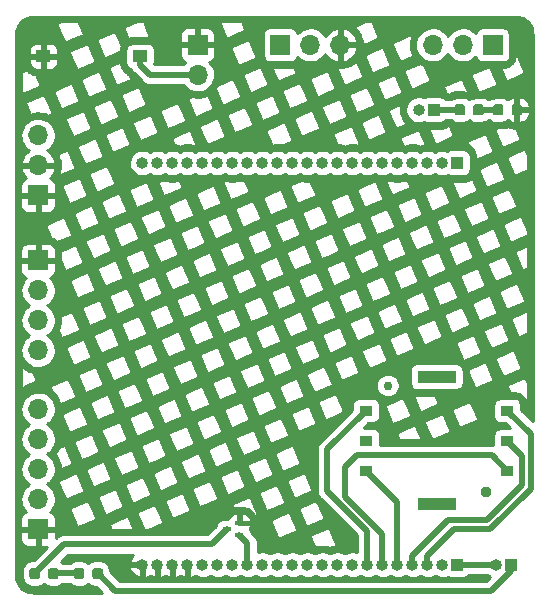
<source format=gbr>
G04 #@! TF.GenerationSoftware,KiCad,Pcbnew,5.99.0-unknown-f1fcf3f~86~ubuntu18.04.1*
G04 #@! TF.CreationDate,2020-01-20T18:37:52-05:00*
G04 #@! TF.ProjectId,module_benchmark_extension_board,6d6f6475-6c65-45f6-9265-6e63686d6172,rev?*
G04 #@! TF.SameCoordinates,Original*
G04 #@! TF.FileFunction,Copper,L1,Top*
G04 #@! TF.FilePolarity,Positive*
%FSLAX46Y46*%
G04 Gerber Fmt 4.6, Leading zero omitted, Abs format (unit mm)*
G04 Created by KiCad (PCBNEW 5.99.0-unknown-f1fcf3f~86~ubuntu18.04.1) date 2020-01-20 18:37:52*
%MOMM*%
%LPD*%
G04 APERTURE LIST*
%ADD10R,0.650000X0.460000*%
%ADD11O,1.000000X1.000000*%
%ADD12R,1.000000X1.000000*%
%ADD13O,1.700000X1.700000*%
%ADD14R,1.700000X1.700000*%
%ADD15C,0.750000*%
%ADD16C,0.950000*%
%ADD17R,1.100000X0.900000*%
%ADD18R,3.290000X1.000000*%
%ADD19R,1.200000X1.000000*%
%ADD20C,0.500000*%
%ADD21C,0.254000*%
G04 APERTURE END LIST*
G04 #@! TA.AperFunction,SMDPad,CuDef*
G36*
X107839962Y-142291651D02*
G01*
X107910930Y-142339070D01*
X107958349Y-142410038D01*
X107975000Y-142493750D01*
X107975000Y-143006250D01*
X107958349Y-143089962D01*
X107910930Y-143160930D01*
X107839962Y-143208349D01*
X107756250Y-143225000D01*
X107318750Y-143225000D01*
X107235038Y-143208349D01*
X107164070Y-143160930D01*
X107116651Y-143089962D01*
X107100000Y-143006250D01*
X107100000Y-142493750D01*
X107116651Y-142410038D01*
X107164070Y-142339070D01*
X107235038Y-142291651D01*
X107318750Y-142275000D01*
X107756250Y-142275000D01*
X107839962Y-142291651D01*
G37*
G04 #@! TD.AperFunction*
G04 #@! TA.AperFunction,SMDPad,CuDef*
G36*
X106264962Y-142291651D02*
G01*
X106335930Y-142339070D01*
X106383349Y-142410038D01*
X106400000Y-142493750D01*
X106400000Y-143006250D01*
X106383349Y-143089962D01*
X106335930Y-143160930D01*
X106264962Y-143208349D01*
X106181250Y-143225000D01*
X105743750Y-143225000D01*
X105660038Y-143208349D01*
X105589070Y-143160930D01*
X105541651Y-143089962D01*
X105525000Y-143006250D01*
X105525000Y-142493750D01*
X105541651Y-142410038D01*
X105589070Y-142339070D01*
X105660038Y-142291651D01*
X105743750Y-142275000D01*
X106181250Y-142275000D01*
X106264962Y-142291651D01*
G37*
G04 #@! TD.AperFunction*
G04 #@! TA.AperFunction,SMDPad,CuDef*
G36*
X138514962Y-103041651D02*
G01*
X138585930Y-103089070D01*
X138633349Y-103160038D01*
X138650000Y-103243750D01*
X138650000Y-103756250D01*
X138633349Y-103839962D01*
X138585930Y-103910930D01*
X138514962Y-103958349D01*
X138431250Y-103975000D01*
X137993750Y-103975000D01*
X137910038Y-103958349D01*
X137839070Y-103910930D01*
X137791651Y-103839962D01*
X137775000Y-103756250D01*
X137775000Y-103243750D01*
X137791651Y-103160038D01*
X137839070Y-103089070D01*
X137910038Y-103041651D01*
X137993750Y-103025000D01*
X138431250Y-103025000D01*
X138514962Y-103041651D01*
G37*
G04 #@! TD.AperFunction*
G04 #@! TA.AperFunction,SMDPad,CuDef*
G36*
X140089962Y-103041651D02*
G01*
X140160930Y-103089070D01*
X140208349Y-103160038D01*
X140225000Y-103243750D01*
X140225000Y-103756250D01*
X140208349Y-103839962D01*
X140160930Y-103910930D01*
X140089962Y-103958349D01*
X140006250Y-103975000D01*
X139568750Y-103975000D01*
X139485038Y-103958349D01*
X139414070Y-103910930D01*
X139366651Y-103839962D01*
X139350000Y-103756250D01*
X139350000Y-103243750D01*
X139366651Y-103160038D01*
X139414070Y-103089070D01*
X139485038Y-103041651D01*
X139568750Y-103025000D01*
X140006250Y-103025000D01*
X140089962Y-103041651D01*
G37*
G04 #@! TD.AperFunction*
D10*
X119550000Y-138500000D03*
X119550000Y-139500000D03*
X118500000Y-139000000D03*
D11*
X141230000Y-142000000D03*
D12*
X142500000Y-142000000D03*
D11*
X134730000Y-103500000D03*
D12*
X136000000Y-103500000D03*
D13*
X128080000Y-98000000D03*
X125540000Y-98000000D03*
D14*
X123000000Y-98000000D03*
G04 #@! TA.AperFunction,SMDPad,CuDef*
G36*
X104089962Y-142291651D02*
G01*
X104160930Y-142339070D01*
X104208349Y-142410038D01*
X104225000Y-142493750D01*
X104225000Y-143006250D01*
X104208349Y-143089962D01*
X104160930Y-143160930D01*
X104089962Y-143208349D01*
X104006250Y-143225000D01*
X103568750Y-143225000D01*
X103485038Y-143208349D01*
X103414070Y-143160930D01*
X103366651Y-143089962D01*
X103350000Y-143006250D01*
X103350000Y-142493750D01*
X103366651Y-142410038D01*
X103414070Y-142339070D01*
X103485038Y-142291651D01*
X103568750Y-142275000D01*
X104006250Y-142275000D01*
X104089962Y-142291651D01*
G37*
G04 #@! TD.AperFunction*
G04 #@! TA.AperFunction,SMDPad,CuDef*
G36*
X102514962Y-142291651D02*
G01*
X102585930Y-142339070D01*
X102633349Y-142410038D01*
X102650000Y-142493750D01*
X102650000Y-143006250D01*
X102633349Y-143089962D01*
X102585930Y-143160930D01*
X102514962Y-143208349D01*
X102431250Y-143225000D01*
X101993750Y-143225000D01*
X101910038Y-143208349D01*
X101839070Y-143160930D01*
X101791651Y-143089962D01*
X101775000Y-143006250D01*
X101775000Y-142493750D01*
X101791651Y-142410038D01*
X101839070Y-142339070D01*
X101910038Y-142291651D01*
X101993750Y-142275000D01*
X102431250Y-142275000D01*
X102514962Y-142291651D01*
G37*
G04 #@! TD.AperFunction*
G04 #@! TA.AperFunction,SMDPad,CuDef*
G36*
X141764962Y-103041651D02*
G01*
X141835930Y-103089070D01*
X141883349Y-103160038D01*
X141900000Y-103243750D01*
X141900000Y-103756250D01*
X141883349Y-103839962D01*
X141835930Y-103910930D01*
X141764962Y-103958349D01*
X141681250Y-103975000D01*
X141243750Y-103975000D01*
X141160038Y-103958349D01*
X141089070Y-103910930D01*
X141041651Y-103839962D01*
X141025000Y-103756250D01*
X141025000Y-103243750D01*
X141041651Y-103160038D01*
X141089070Y-103089070D01*
X141160038Y-103041651D01*
X141243750Y-103025000D01*
X141681250Y-103025000D01*
X141764962Y-103041651D01*
G37*
G04 #@! TD.AperFunction*
G04 #@! TA.AperFunction,SMDPad,CuDef*
G36*
X143339962Y-103041651D02*
G01*
X143410930Y-103089070D01*
X143458349Y-103160038D01*
X143475000Y-103243750D01*
X143475000Y-103756250D01*
X143458349Y-103839962D01*
X143410930Y-103910930D01*
X143339962Y-103958349D01*
X143256250Y-103975000D01*
X142818750Y-103975000D01*
X142735038Y-103958349D01*
X142664070Y-103910930D01*
X142616651Y-103839962D01*
X142600000Y-103756250D01*
X142600000Y-103243750D01*
X142616651Y-103160038D01*
X142664070Y-103089070D01*
X142735038Y-103041651D01*
X142818750Y-103025000D01*
X143256250Y-103025000D01*
X143339962Y-103041651D01*
G37*
G04 #@! TD.AperFunction*
D15*
X132100000Y-126840000D03*
D16*
X140400000Y-135840000D03*
D17*
X130270000Y-128960000D03*
X130270000Y-131500000D03*
X130270000Y-134040000D03*
X142220000Y-128960000D03*
X142220000Y-131500000D03*
X142220000Y-134040000D03*
D18*
X136250000Y-126115000D03*
X136250000Y-136885000D03*
D13*
X102500000Y-123870000D03*
X102500000Y-121330000D03*
X102500000Y-118790000D03*
D14*
X102500000Y-116250000D03*
D19*
X111140000Y-98950000D03*
X102960000Y-98950000D03*
D13*
X102500000Y-128840000D03*
X102500000Y-131380000D03*
X102500000Y-133920000D03*
X102500000Y-136460000D03*
D14*
X102500000Y-139000000D03*
D13*
X102500000Y-105670000D03*
X102500000Y-108210000D03*
D14*
X102500000Y-110750000D03*
D13*
X135920000Y-98000000D03*
X138460000Y-98000000D03*
D14*
X141000000Y-98000000D03*
D13*
X116000000Y-100540000D03*
D14*
X116000000Y-98000000D03*
D11*
X111330000Y-142000000D03*
X112600000Y-142000000D03*
X113870000Y-142000000D03*
X115140000Y-142000000D03*
X116410000Y-142000000D03*
X117680000Y-142000000D03*
X118950000Y-142000000D03*
X120220000Y-142000000D03*
X121490000Y-142000000D03*
X122760000Y-142000000D03*
X124030000Y-142000000D03*
X125300000Y-142000000D03*
X126570000Y-142000000D03*
X127840000Y-142000000D03*
X129110000Y-142000000D03*
X130380000Y-142000000D03*
X131650000Y-142000000D03*
X132920000Y-142000000D03*
X134190000Y-142000000D03*
X135460000Y-142000000D03*
X136730000Y-142000000D03*
D12*
X138000000Y-142000000D03*
D11*
X111330000Y-108000000D03*
X112600000Y-108000000D03*
X113870000Y-108000000D03*
X115140000Y-108000000D03*
X116410000Y-108000000D03*
X117680000Y-108000000D03*
X118950000Y-108000000D03*
X120220000Y-108000000D03*
X121490000Y-108000000D03*
X122760000Y-108000000D03*
X124030000Y-108000000D03*
X125300000Y-108000000D03*
X126570000Y-108000000D03*
X127840000Y-108000000D03*
X129110000Y-108000000D03*
X130380000Y-108000000D03*
X131650000Y-108000000D03*
X132920000Y-108000000D03*
X134190000Y-108000000D03*
X135460000Y-108000000D03*
X136730000Y-108000000D03*
D12*
X138000000Y-108000000D03*
D20*
X103787500Y-142750000D02*
X105962500Y-142750000D01*
X117199999Y-140300001D02*
X104699999Y-140300001D01*
X118500000Y-139000000D02*
X117199999Y-140300001D01*
X104699999Y-140300001D02*
X102250000Y-142750000D01*
X102250000Y-142750000D02*
X102212500Y-142750000D01*
X109037500Y-144250000D02*
X140818001Y-144250000D01*
X107537500Y-142750000D02*
X109037500Y-144250000D01*
X140818001Y-144250000D02*
X142500000Y-142568001D01*
X142500000Y-142568001D02*
X142500000Y-142000000D01*
X141230000Y-142000000D02*
X138000000Y-142000000D01*
X138212500Y-103500000D02*
X136000000Y-103500000D01*
X141462500Y-103500000D02*
X139787500Y-103500000D01*
X120220000Y-142000000D02*
X120220000Y-140170000D01*
X120220000Y-140170000D02*
X119550000Y-139500000D01*
X140774966Y-139000000D02*
X137752894Y-139000000D01*
X144200011Y-135574955D02*
X140774966Y-139000000D01*
X135460000Y-141292894D02*
X135460000Y-142000000D01*
X134190000Y-141292894D02*
X134190000Y-142000000D01*
X142220000Y-128960000D02*
X144200011Y-130940011D01*
X137752894Y-139000000D02*
X135460000Y-141292894D01*
X144200011Y-130940011D02*
X144200011Y-135574955D01*
X142220000Y-131500000D02*
X143500000Y-132780000D01*
X143500000Y-135285001D02*
X140535001Y-138250000D01*
X143500000Y-132780000D02*
X143500000Y-135285001D01*
X140535001Y-138250000D02*
X137232894Y-138250000D01*
X137232894Y-138250000D02*
X134190000Y-141292894D01*
X140930000Y-132750000D02*
X129499999Y-132750000D01*
X142220000Y-134040000D02*
X140930000Y-132750000D01*
X129499999Y-132750000D02*
X128500000Y-133749999D01*
X128500000Y-133749999D02*
X128500000Y-136260038D01*
X128500000Y-136260038D02*
X131650000Y-139410038D01*
X131650000Y-139410038D02*
X131650000Y-142000000D01*
X127000000Y-132230000D02*
X127000000Y-135750000D01*
X130270000Y-128960000D02*
X127000000Y-132230000D01*
X127000000Y-135750000D02*
X130380000Y-139130000D01*
X130380000Y-139130000D02*
X130380000Y-142000000D01*
X130270000Y-134040000D02*
X132920000Y-136690000D01*
X132920000Y-136690000D02*
X132920000Y-142000000D01*
X111980000Y-100540000D02*
X111140000Y-99700000D01*
X116000000Y-100540000D02*
X111980000Y-100540000D01*
X111140000Y-99700000D02*
X111140000Y-98950000D01*
G36*
X142938507Y-95636375D02*
G01*
X142954480Y-95637601D01*
X143191499Y-95654383D01*
X143379203Y-95694794D01*
X143559324Y-95761244D01*
X143728285Y-95852410D01*
X143882709Y-95966470D01*
X144019528Y-96101156D01*
X144136010Y-96253781D01*
X144229820Y-96421294D01*
X144299090Y-96600345D01*
X144342442Y-96787379D01*
X144360747Y-96998723D01*
X144360866Y-97013999D01*
X144366001Y-97047949D01*
X144366000Y-129855836D01*
X143411837Y-128901674D01*
X143411837Y-128493412D01*
X143331205Y-128192489D01*
X143183815Y-128016835D01*
X142990186Y-127905044D01*
X142781024Y-127868163D01*
X141653412Y-127868163D01*
X141352489Y-127948795D01*
X141176835Y-128096185D01*
X141065044Y-128289814D01*
X141028163Y-128498976D01*
X141028163Y-129426588D01*
X141108795Y-129727512D01*
X141256185Y-129903165D01*
X141449814Y-130014956D01*
X141658976Y-130051837D01*
X142061673Y-130051837D01*
X142417998Y-130408163D01*
X141653412Y-130408163D01*
X141352489Y-130488795D01*
X141176835Y-130636185D01*
X141065044Y-130829814D01*
X141028163Y-131038976D01*
X141028163Y-131870798D01*
X141019127Y-131870127D01*
X140991513Y-131866000D01*
X140963605Y-131866000D01*
X140869258Y-131858989D01*
X140836414Y-131866000D01*
X131461837Y-131866000D01*
X131461837Y-131033412D01*
X131408715Y-130835155D01*
X132797474Y-130835155D01*
X133077341Y-131484999D01*
X135013219Y-131484999D01*
X134430472Y-130131875D01*
X132797474Y-130835155D01*
X131408715Y-130835155D01*
X131381205Y-130732489D01*
X131233815Y-130556835D01*
X131040186Y-130445044D01*
X130831024Y-130408163D01*
X130072001Y-130408163D01*
X130428327Y-130051837D01*
X130836588Y-130051837D01*
X131137512Y-129971205D01*
X131313165Y-129823815D01*
X131424956Y-129630186D01*
X131461837Y-129421024D01*
X131461837Y-128493412D01*
X131458626Y-128481427D01*
X131841258Y-128481427D01*
X131842836Y-128493411D01*
X131842836Y-128618509D01*
X132496069Y-130135299D01*
X133203875Y-129830469D01*
X135130328Y-129830469D01*
X135833608Y-131463467D01*
X137466606Y-130760187D01*
X136763326Y-129127189D01*
X135130328Y-129830469D01*
X133203875Y-129830469D01*
X134129066Y-129432019D01*
X133425787Y-127799021D01*
X131841258Y-128481427D01*
X131458626Y-128481427D01*
X131381205Y-128192489D01*
X131233815Y-128016835D01*
X131040186Y-127905044D01*
X130831024Y-127868163D01*
X129703412Y-127868163D01*
X129402489Y-127948795D01*
X129226835Y-128096185D01*
X129115044Y-128289814D01*
X129078163Y-128498976D01*
X129078163Y-128901673D01*
X126444950Y-131534887D01*
X126421177Y-131549886D01*
X126354860Y-131624977D01*
X126330089Y-131649747D01*
X126313860Y-131671400D01*
X126253557Y-131739681D01*
X126238248Y-131772290D01*
X126216639Y-131801122D01*
X126184658Y-131886433D01*
X126145778Y-131969245D01*
X126140582Y-132004007D01*
X126127755Y-132038225D01*
X126120125Y-132140886D01*
X126116000Y-132168488D01*
X126116000Y-132196395D01*
X126108989Y-132290742D01*
X126116000Y-132323586D01*
X126116001Y-135650965D01*
X126109798Y-135678377D01*
X126116001Y-135778354D01*
X126116001Y-135813399D01*
X126119837Y-135840186D01*
X126125477Y-135931105D01*
X126137711Y-135964995D01*
X126142819Y-136000658D01*
X126180523Y-136083585D01*
X126211592Y-136169645D01*
X126232498Y-136197897D01*
X126247624Y-136231165D01*
X126314815Y-136309143D01*
X126331421Y-136331585D01*
X126351153Y-136351316D01*
X126412913Y-136422992D01*
X126441096Y-136441259D01*
X129496000Y-139496163D01*
X129496001Y-140932096D01*
X129446954Y-140911479D01*
X129229108Y-140866761D01*
X129006726Y-140865209D01*
X128788277Y-140906880D01*
X128582083Y-140990188D01*
X128474887Y-141060335D01*
X128381965Y-140997657D01*
X128176954Y-140911479D01*
X127959108Y-140866761D01*
X127736726Y-140865209D01*
X127518277Y-140906880D01*
X127312083Y-140990188D01*
X127204887Y-141060335D01*
X127111965Y-140997657D01*
X126906954Y-140911479D01*
X126689108Y-140866761D01*
X126466726Y-140865209D01*
X126248277Y-140906880D01*
X126042083Y-140990188D01*
X125934887Y-141060335D01*
X125841965Y-140997657D01*
X125636954Y-140911479D01*
X125419108Y-140866761D01*
X125196726Y-140865209D01*
X124978277Y-140906880D01*
X124772083Y-140990188D01*
X124664887Y-141060335D01*
X124571965Y-140997657D01*
X124366954Y-140911479D01*
X124149108Y-140866761D01*
X123926726Y-140865209D01*
X123708277Y-140906880D01*
X123502083Y-140990188D01*
X123394887Y-141060335D01*
X123301965Y-140997657D01*
X123096954Y-140911479D01*
X122879108Y-140866761D01*
X122656726Y-140865209D01*
X122438277Y-140906880D01*
X122232083Y-140990188D01*
X122124887Y-141060335D01*
X122031965Y-140997657D01*
X121826954Y-140911479D01*
X121609108Y-140866761D01*
X121386726Y-140865209D01*
X121168277Y-140906880D01*
X121104000Y-140932850D01*
X121104000Y-140269030D01*
X121110202Y-140241623D01*
X121104000Y-140141661D01*
X121104000Y-140106600D01*
X121100163Y-140079808D01*
X121094523Y-139988894D01*
X121082291Y-139955013D01*
X121077182Y-139919343D01*
X121039471Y-139836398D01*
X121008408Y-139750354D01*
X120987502Y-139722102D01*
X120972378Y-139688836D01*
X120905181Y-139610850D01*
X120888578Y-139588413D01*
X120868848Y-139568684D01*
X120807089Y-139497009D01*
X120778906Y-139478741D01*
X120503390Y-139203226D01*
X120449652Y-139002674D01*
X120479956Y-138950186D01*
X120540998Y-138604000D01*
X119446000Y-138604000D01*
X119446000Y-138270000D01*
X119446001Y-137628163D01*
X119654000Y-137628163D01*
X119654000Y-138396000D01*
X120516837Y-138396001D01*
X120516837Y-138253412D01*
X120500231Y-138191437D01*
X122137891Y-138191437D01*
X122841171Y-139824434D01*
X123548976Y-139519605D01*
X125475430Y-139519605D01*
X125948138Y-140617221D01*
X126105550Y-140553623D01*
X126176884Y-140532628D01*
X126395333Y-140490957D01*
X126469382Y-140484218D01*
X126691765Y-140485769D01*
X126765720Y-140493542D01*
X126983565Y-140538260D01*
X127054594Y-140560247D01*
X127203858Y-140622990D01*
X127375552Y-140553622D01*
X127446883Y-140532628D01*
X127665332Y-140490957D01*
X127728353Y-140485221D01*
X127811708Y-140449323D01*
X127108428Y-138816325D01*
X125475430Y-139519605D01*
X123548976Y-139519605D01*
X124474169Y-139121154D01*
X123770889Y-137488157D01*
X122137891Y-138191437D01*
X120500231Y-138191437D01*
X120436205Y-137952489D01*
X120288815Y-137776835D01*
X120095186Y-137665044D01*
X119886024Y-137628163D01*
X119654000Y-137628163D01*
X119446001Y-137628163D01*
X119208412Y-137628163D01*
X118907489Y-137708795D01*
X118731835Y-137856185D01*
X118620044Y-138049814D01*
X118608015Y-138118033D01*
X118571623Y-138109798D01*
X118318895Y-138125477D01*
X118311454Y-138128163D01*
X118158412Y-138128163D01*
X117857489Y-138208795D01*
X117681835Y-138356185D01*
X117570044Y-138549814D01*
X117542219Y-138707616D01*
X116833835Y-139416001D01*
X104799029Y-139416001D01*
X104771622Y-139409799D01*
X104671660Y-139416001D01*
X104636599Y-139416001D01*
X104609807Y-139419838D01*
X104518893Y-139425478D01*
X104485012Y-139437710D01*
X104449342Y-139442819D01*
X104366397Y-139480530D01*
X104280353Y-139511593D01*
X104252101Y-139532499D01*
X104218835Y-139547623D01*
X104140849Y-139614820D01*
X104118412Y-139631423D01*
X104098683Y-139651153D01*
X104027007Y-139712913D01*
X104008740Y-139741096D01*
X103991837Y-139757999D01*
X103991837Y-139128000D01*
X102628000Y-139127999D01*
X102627999Y-140491837D01*
X103257999Y-140491837D01*
X102114061Y-141635776D01*
X101982453Y-141635776D01*
X101641996Y-141709838D01*
X101431824Y-141844906D01*
X101271243Y-142030227D01*
X101169378Y-142253281D01*
X101135776Y-142486987D01*
X101135776Y-143017547D01*
X101209838Y-143358004D01*
X101344906Y-143568176D01*
X101530227Y-143728757D01*
X101753281Y-143830622D01*
X101986987Y-143864224D01*
X102442547Y-143864224D01*
X102783004Y-143790162D01*
X102993176Y-143655094D01*
X103004772Y-143641712D01*
X103105227Y-143728757D01*
X103328281Y-143830622D01*
X103561987Y-143864224D01*
X104017547Y-143864224D01*
X104358004Y-143790162D01*
X104568176Y-143655094D01*
X104586454Y-143634000D01*
X105170872Y-143634000D01*
X105280227Y-143728757D01*
X105503281Y-143830622D01*
X105736987Y-143864224D01*
X106192547Y-143864224D01*
X106533004Y-143790162D01*
X106743176Y-143655094D01*
X106754772Y-143641712D01*
X106855227Y-143728757D01*
X107078281Y-143830622D01*
X107311987Y-143864224D01*
X107401560Y-143864224D01*
X107903335Y-144366000D01*
X102071860Y-144366000D01*
X102061494Y-144363626D01*
X102045522Y-144362399D01*
X101808501Y-144345617D01*
X101620795Y-144305205D01*
X101440683Y-144238759D01*
X101271714Y-144147589D01*
X101117292Y-144033531D01*
X100980466Y-143898838D01*
X100863990Y-143746217D01*
X100770180Y-143578706D01*
X100700910Y-143399655D01*
X100657558Y-143212621D01*
X100639253Y-143001278D01*
X100639134Y-142986001D01*
X100634000Y-142952057D01*
X100634000Y-139866588D01*
X101008163Y-139866588D01*
X101088795Y-140167512D01*
X101236185Y-140343165D01*
X101429814Y-140454956D01*
X101638976Y-140491837D01*
X102372000Y-140491837D01*
X102372001Y-139128000D01*
X101008163Y-139127999D01*
X101008163Y-139866588D01*
X100634000Y-139866588D01*
X100634000Y-138138976D01*
X101008163Y-138138976D01*
X101008163Y-138872000D01*
X102372001Y-138872001D01*
X102372001Y-138872000D01*
X103991837Y-138872001D01*
X103991837Y-138133412D01*
X103911205Y-137832489D01*
X103763815Y-137656835D01*
X103570186Y-137545044D01*
X103524324Y-137536957D01*
X103557723Y-137508533D01*
X103719268Y-137315327D01*
X103774173Y-137220989D01*
X105126711Y-137220989D01*
X105829991Y-138853986D01*
X106537796Y-138549157D01*
X108464251Y-138549157D01*
X108673488Y-139035001D01*
X110609366Y-139035001D01*
X110097248Y-137845877D01*
X108464251Y-138549157D01*
X106537796Y-138549157D01*
X107462989Y-138150706D01*
X106759709Y-136517709D01*
X105126711Y-137220989D01*
X103774173Y-137220989D01*
X103845949Y-137097666D01*
X103934148Y-136861771D01*
X103981453Y-136613789D01*
X103984132Y-136334679D01*
X103941596Y-136085835D01*
X103857944Y-135848291D01*
X103735463Y-135628237D01*
X103577658Y-135431966D01*
X103389038Y-135265089D01*
X103267887Y-135189973D01*
X103365934Y-135131757D01*
X103557723Y-134968533D01*
X103624946Y-134888135D01*
X104122026Y-134888135D01*
X104825306Y-136521132D01*
X105533111Y-136216303D01*
X107459565Y-136216303D01*
X108162845Y-137849301D01*
X108870652Y-137544471D01*
X110797105Y-137544471D01*
X111439028Y-139035000D01*
X111831192Y-139035001D01*
X113133382Y-138474189D01*
X112430102Y-136841191D01*
X110797105Y-137544471D01*
X108870652Y-137544471D01*
X109795843Y-137146021D01*
X109092563Y-135513023D01*
X107459565Y-136216303D01*
X105533111Y-136216303D01*
X106458303Y-135817853D01*
X105755023Y-134184855D01*
X104122026Y-134888135D01*
X103624946Y-134888135D01*
X103719268Y-134775327D01*
X103845949Y-134557666D01*
X103934148Y-134321771D01*
X103981453Y-134073789D01*
X103984132Y-133794679D01*
X103941596Y-133545835D01*
X103857944Y-133308291D01*
X103735463Y-133088237D01*
X103577658Y-132891966D01*
X103389038Y-132725089D01*
X103267887Y-132649973D01*
X103270027Y-132648702D01*
X103870265Y-132648702D01*
X103874584Y-132653230D01*
X104032390Y-132849500D01*
X104068370Y-132902942D01*
X104190850Y-133122997D01*
X104217311Y-133181737D01*
X104300963Y-133419281D01*
X104317147Y-133481639D01*
X104359684Y-133730483D01*
X104365113Y-133798336D01*
X104363615Y-133954428D01*
X104528426Y-133883449D01*
X106454880Y-133883449D01*
X107158160Y-135516447D01*
X107865966Y-135211617D01*
X109792419Y-135211617D01*
X110495699Y-136844615D01*
X111203504Y-136539786D01*
X113129958Y-136539786D01*
X113833238Y-138172783D01*
X115466236Y-137469503D01*
X114762956Y-135836506D01*
X113129958Y-136539786D01*
X111203504Y-136539786D01*
X112128697Y-136141335D01*
X111425417Y-134508338D01*
X109792419Y-135211617D01*
X107865966Y-135211617D01*
X108791157Y-134813167D01*
X108087877Y-133180169D01*
X106454880Y-133883449D01*
X104528426Y-133883449D01*
X105453618Y-133484999D01*
X104750338Y-131852001D01*
X104231027Y-132075652D01*
X104202819Y-132151096D01*
X104175237Y-132209315D01*
X104048556Y-132426976D01*
X104011557Y-132479718D01*
X103870265Y-132648702D01*
X103270027Y-132648702D01*
X103365934Y-132591757D01*
X103557723Y-132428533D01*
X103719268Y-132235327D01*
X103845949Y-132017666D01*
X103934148Y-131781771D01*
X103978247Y-131550595D01*
X105450194Y-131550595D01*
X106153474Y-133183593D01*
X106861279Y-132878764D01*
X108787733Y-132878764D01*
X109491013Y-134511761D01*
X110198818Y-134206932D01*
X112125273Y-134206932D01*
X112828553Y-135839930D01*
X113536359Y-135535100D01*
X115462812Y-135535100D01*
X116166092Y-137168098D01*
X116873899Y-136863268D01*
X118800352Y-136863268D01*
X118985605Y-137293423D01*
X119109801Y-137260145D01*
X119208410Y-137247163D01*
X119445999Y-137247162D01*
X119549999Y-137267849D01*
X119653999Y-137247162D01*
X119886023Y-137247162D01*
X119952185Y-137252951D01*
X120161346Y-137289833D01*
X120285682Y-137335087D01*
X120479312Y-137446878D01*
X120580678Y-137531932D01*
X120728068Y-137707586D01*
X120804222Y-137853878D01*
X120823984Y-137927633D01*
X121136629Y-137792986D01*
X120433349Y-136159988D01*
X118800352Y-136863268D01*
X116873899Y-136863268D01*
X117799090Y-136464818D01*
X117095810Y-134831820D01*
X115462812Y-135535100D01*
X113536359Y-135535100D01*
X114461550Y-135136650D01*
X113758270Y-133503652D01*
X112125273Y-134206932D01*
X110198818Y-134206932D01*
X111124011Y-133808481D01*
X110420731Y-132175484D01*
X108787733Y-132878764D01*
X106861279Y-132878764D01*
X107786472Y-132480313D01*
X107083192Y-130847316D01*
X105450194Y-131550595D01*
X103978247Y-131550595D01*
X103981453Y-131533789D01*
X103984132Y-131254679D01*
X103941596Y-131005835D01*
X103857944Y-130768291D01*
X103735463Y-130548237D01*
X103577658Y-130351966D01*
X103389038Y-130185089D01*
X103267887Y-130109973D01*
X103365934Y-130051757D01*
X103557723Y-129888533D01*
X103719268Y-129695327D01*
X103845949Y-129477666D01*
X103934148Y-129241771D01*
X103938731Y-129217742D01*
X104445508Y-129217742D01*
X105148788Y-130850739D01*
X105856593Y-130545910D01*
X107783048Y-130545910D01*
X108486328Y-132178908D01*
X109194134Y-131874078D01*
X111120587Y-131874078D01*
X111823867Y-133507076D01*
X112531674Y-133202246D01*
X114458127Y-133202246D01*
X115161407Y-134835244D01*
X115869211Y-134530415D01*
X117795666Y-134530415D01*
X118498946Y-136163412D01*
X119206751Y-135858583D01*
X121133205Y-135858583D01*
X121836485Y-137491580D01*
X122544291Y-137186751D01*
X124470745Y-137186751D01*
X125174025Y-138819749D01*
X126807022Y-138116469D01*
X126224207Y-136763187D01*
X126190344Y-136729323D01*
X126124280Y-136671693D01*
X126071751Y-136610731D01*
X126062016Y-136600995D01*
X126025150Y-136558212D01*
X126016951Y-136547131D01*
X126000434Y-136527963D01*
X124470745Y-137186751D01*
X122544291Y-137186751D01*
X123469483Y-136788301D01*
X122766203Y-135155303D01*
X121133205Y-135858583D01*
X119206751Y-135858583D01*
X120131944Y-135460132D01*
X119428664Y-133827135D01*
X117795666Y-134530415D01*
X115869211Y-134530415D01*
X116794404Y-134131964D01*
X116091124Y-132498966D01*
X114458127Y-133202246D01*
X112531674Y-133202246D01*
X113456865Y-132803796D01*
X112753585Y-131170798D01*
X111120587Y-131874078D01*
X109194134Y-131874078D01*
X110119325Y-131475628D01*
X109416046Y-129842630D01*
X107783048Y-130545910D01*
X105856593Y-130545910D01*
X106781786Y-130147459D01*
X106078506Y-128514462D01*
X104445508Y-129217742D01*
X103938731Y-129217742D01*
X103981453Y-128993789D01*
X103984132Y-128714679D01*
X103941596Y-128465835D01*
X103857944Y-128228291D01*
X103735463Y-128008237D01*
X103577658Y-127811966D01*
X103389038Y-127645089D01*
X103174998Y-127512380D01*
X102941657Y-127417630D01*
X102695689Y-127363551D01*
X102444125Y-127351686D01*
X102194159Y-127382379D01*
X101952938Y-127454749D01*
X101727359Y-127566727D01*
X101523872Y-127715113D01*
X101348296Y-127895661D01*
X101205650Y-128103212D01*
X101100014Y-128331829D01*
X101034407Y-128574978D01*
X101010707Y-128825703D01*
X101029589Y-129076837D01*
X101090516Y-129321201D01*
X101191744Y-129551804D01*
X101330378Y-129762055D01*
X101502457Y-129945942D01*
X101703058Y-130098206D01*
X101724055Y-130109136D01*
X101523872Y-130255113D01*
X101348296Y-130435661D01*
X101205650Y-130643212D01*
X101100014Y-130871829D01*
X101034407Y-131114978D01*
X101010707Y-131365703D01*
X101029589Y-131616837D01*
X101090516Y-131861201D01*
X101191744Y-132091804D01*
X101330378Y-132302055D01*
X101502457Y-132485942D01*
X101703058Y-132638206D01*
X101724055Y-132649136D01*
X101523872Y-132795113D01*
X101348296Y-132975661D01*
X101205650Y-133183212D01*
X101100014Y-133411829D01*
X101034407Y-133654978D01*
X101010707Y-133905703D01*
X101029589Y-134156837D01*
X101090516Y-134401201D01*
X101191744Y-134631804D01*
X101330378Y-134842055D01*
X101502457Y-135025942D01*
X101703058Y-135178206D01*
X101724055Y-135189136D01*
X101523872Y-135335113D01*
X101348296Y-135515661D01*
X101205650Y-135723212D01*
X101100014Y-135951829D01*
X101034407Y-136194978D01*
X101010707Y-136445703D01*
X101029589Y-136696837D01*
X101090516Y-136941201D01*
X101191744Y-137171804D01*
X101330378Y-137382055D01*
X101485481Y-137547801D01*
X101332489Y-137588795D01*
X101156835Y-137736185D01*
X101045044Y-137929814D01*
X101008163Y-138138976D01*
X100634000Y-138138976D01*
X100634000Y-127099951D01*
X101014998Y-127099951D01*
X101514368Y-126884888D01*
X103440823Y-126884888D01*
X103647683Y-127365211D01*
X103830115Y-127526613D01*
X103874584Y-127573229D01*
X104032389Y-127769500D01*
X104068368Y-127822942D01*
X104190850Y-128042996D01*
X104217312Y-128101738D01*
X104300964Y-128339282D01*
X104317148Y-128401640D01*
X104323790Y-128440500D01*
X104851909Y-128213056D01*
X106778362Y-128213056D01*
X107481642Y-129846054D01*
X108189449Y-129541224D01*
X110115902Y-129541224D01*
X110819182Y-131174222D01*
X111526986Y-130869393D01*
X113453441Y-130869393D01*
X114156721Y-132502390D01*
X114864526Y-132197561D01*
X116790980Y-132197561D01*
X117494260Y-133830558D01*
X118202066Y-133525729D01*
X120128520Y-133525729D01*
X120831800Y-135158727D01*
X121539606Y-134853897D01*
X123466059Y-134853897D01*
X124169339Y-136486895D01*
X125734999Y-135812615D01*
X125734999Y-135790151D01*
X125729528Y-135701971D01*
X125735000Y-135633965D01*
X125735000Y-135627261D01*
X125099057Y-134150617D01*
X123466059Y-134853897D01*
X121539606Y-134853897D01*
X122464797Y-134455447D01*
X121761517Y-132822449D01*
X120128520Y-133525729D01*
X118202066Y-133525729D01*
X119127258Y-133127279D01*
X118423978Y-131494281D01*
X116790980Y-132197561D01*
X114864526Y-132197561D01*
X115789719Y-131799110D01*
X115086439Y-130166113D01*
X113453441Y-130869393D01*
X111526986Y-130869393D01*
X112452179Y-130470942D01*
X111748899Y-128837944D01*
X110115902Y-129541224D01*
X108189449Y-129541224D01*
X109114640Y-129142774D01*
X108411360Y-127509776D01*
X106778362Y-128213056D01*
X104851909Y-128213056D01*
X105777100Y-127814606D01*
X105073821Y-126181608D01*
X103440823Y-126884888D01*
X101514368Y-126884888D01*
X102439561Y-126486437D01*
X102178475Y-125880202D01*
X105773677Y-125880202D01*
X106476957Y-127513200D01*
X107184763Y-127208370D01*
X109111216Y-127208370D01*
X109814496Y-128841368D01*
X110522301Y-128536539D01*
X112448755Y-128536539D01*
X113152035Y-130169536D01*
X113859840Y-129864707D01*
X115786295Y-129864707D01*
X116489575Y-131497705D01*
X117197381Y-131192875D01*
X119123834Y-131192875D01*
X119827114Y-132825873D01*
X120534921Y-132521043D01*
X122461374Y-132521043D01*
X123164654Y-134154041D01*
X124797651Y-133450761D01*
X124094371Y-131817764D01*
X122461374Y-132521043D01*
X120534921Y-132521043D01*
X121460112Y-132122593D01*
X120756832Y-130489595D01*
X119123834Y-131192875D01*
X117197381Y-131192875D01*
X118122572Y-130794425D01*
X117419293Y-129161427D01*
X115786295Y-129864707D01*
X113859840Y-129864707D01*
X114785033Y-129466256D01*
X114081753Y-127833259D01*
X112448755Y-128536539D01*
X110522301Y-128536539D01*
X111447494Y-128138088D01*
X110744214Y-126505091D01*
X109111216Y-127208370D01*
X107184763Y-127208370D01*
X108109954Y-126809920D01*
X107406674Y-125176922D01*
X105773677Y-125880202D01*
X102178475Y-125880202D01*
X102098953Y-125695554D01*
X102049761Y-125684242D01*
X101809974Y-125607254D01*
X101750520Y-125582445D01*
X101527132Y-125466157D01*
X101472705Y-125431684D01*
X101272104Y-125279420D01*
X101224265Y-125236270D01*
X101115999Y-125120575D01*
X101014999Y-125164073D01*
X101014998Y-127099951D01*
X100634000Y-127099951D01*
X100634000Y-116378000D01*
X101008163Y-116378000D01*
X101008163Y-117116588D01*
X101088795Y-117417512D01*
X101236185Y-117593165D01*
X101429814Y-117704956D01*
X101477030Y-117713281D01*
X101348296Y-117845661D01*
X101205650Y-118053212D01*
X101100014Y-118281829D01*
X101034407Y-118524978D01*
X101010707Y-118775703D01*
X101029589Y-119026837D01*
X101090516Y-119271201D01*
X101191744Y-119501804D01*
X101330378Y-119712055D01*
X101502457Y-119895942D01*
X101703058Y-120048206D01*
X101724055Y-120059136D01*
X101523872Y-120205113D01*
X101348296Y-120385661D01*
X101205650Y-120593212D01*
X101100014Y-120821829D01*
X101034407Y-121064978D01*
X101010707Y-121315703D01*
X101029589Y-121566837D01*
X101090516Y-121811201D01*
X101191744Y-122041804D01*
X101330378Y-122252055D01*
X101502457Y-122435942D01*
X101703058Y-122588206D01*
X101724055Y-122599136D01*
X101523872Y-122745113D01*
X101348296Y-122925661D01*
X101205650Y-123133212D01*
X101100014Y-123361829D01*
X101034407Y-123604978D01*
X101010707Y-123855703D01*
X101029589Y-124106837D01*
X101090516Y-124351201D01*
X101191744Y-124581804D01*
X101330378Y-124792055D01*
X101502457Y-124975942D01*
X101703058Y-125128206D01*
X101926446Y-125244494D01*
X102166233Y-125321482D01*
X102415564Y-125356966D01*
X102667309Y-125349934D01*
X102914270Y-125300587D01*
X103149387Y-125210334D01*
X103365934Y-125081757D01*
X103557723Y-124918533D01*
X103719268Y-124725327D01*
X103845949Y-124507666D01*
X103934148Y-124271771D01*
X103981453Y-124023789D01*
X103984132Y-123744679D01*
X103950402Y-123547348D01*
X104768991Y-123547348D01*
X105472271Y-125180346D01*
X106180076Y-124875517D01*
X108106531Y-124875517D01*
X108809810Y-126508514D01*
X109517615Y-126203685D01*
X111444070Y-126203685D01*
X112147350Y-127836683D01*
X112855156Y-127531853D01*
X114781609Y-127531853D01*
X115484889Y-129164851D01*
X116192696Y-128860021D01*
X118119149Y-128860021D01*
X118822429Y-130493019D01*
X119530233Y-130188190D01*
X121456688Y-130188190D01*
X122159968Y-131821187D01*
X123792966Y-131117907D01*
X123089686Y-129484910D01*
X121456688Y-130188190D01*
X119530233Y-130188190D01*
X120455426Y-129789739D01*
X119752146Y-128156741D01*
X118119149Y-128860021D01*
X116192696Y-128860021D01*
X117117887Y-128461571D01*
X116414607Y-126828573D01*
X114781609Y-127531853D01*
X112855156Y-127531853D01*
X113780347Y-127133403D01*
X113077068Y-125500405D01*
X111444070Y-126203685D01*
X109517615Y-126203685D01*
X110442808Y-125805234D01*
X109739528Y-124172237D01*
X108106531Y-124875517D01*
X106180076Y-124875517D01*
X107105269Y-124477066D01*
X106401989Y-122844069D01*
X104768991Y-123547348D01*
X103950402Y-123547348D01*
X103941596Y-123495835D01*
X103857944Y-123258291D01*
X103735463Y-123038237D01*
X103577658Y-122841966D01*
X103389038Y-122675089D01*
X103267887Y-122599973D01*
X103365934Y-122541757D01*
X103557723Y-122378533D01*
X103719268Y-122185327D01*
X103732092Y-122163292D01*
X104172922Y-122163292D01*
X104467585Y-122847492D01*
X105175390Y-122542663D01*
X107101845Y-122542663D01*
X107805125Y-124175661D01*
X108512931Y-123870831D01*
X110439384Y-123870831D01*
X111142664Y-125503829D01*
X111850471Y-125198999D01*
X113776924Y-125198999D01*
X114480204Y-126831997D01*
X115188008Y-126527168D01*
X117114463Y-126527168D01*
X117817743Y-128160165D01*
X118525548Y-127855336D01*
X120452002Y-127855336D01*
X121155282Y-129488333D01*
X121863088Y-129183504D01*
X123789542Y-129183504D01*
X124492822Y-130816502D01*
X126125819Y-130113222D01*
X125422540Y-128480224D01*
X123789542Y-129183504D01*
X121863088Y-129183504D01*
X122788280Y-128785054D01*
X122085000Y-127152056D01*
X120452002Y-127855336D01*
X118525548Y-127855336D01*
X119450741Y-127456885D01*
X118747461Y-125823888D01*
X117114463Y-126527168D01*
X115188008Y-126527168D01*
X116113201Y-126128717D01*
X115409921Y-124495719D01*
X113776924Y-125198999D01*
X111850471Y-125198999D01*
X112775662Y-124800549D01*
X112072382Y-123167551D01*
X110439384Y-123870831D01*
X108512931Y-123870831D01*
X109438122Y-123472381D01*
X108734843Y-121839383D01*
X107101845Y-122542663D01*
X105175390Y-122542663D01*
X106100583Y-122144212D01*
X105397303Y-120511215D01*
X104330643Y-120970591D01*
X104359684Y-121140483D01*
X104365113Y-121208335D01*
X104362434Y-121487446D01*
X104355703Y-121555180D01*
X104308398Y-121803162D01*
X104291018Y-121865201D01*
X104202819Y-122101096D01*
X104175237Y-122159315D01*
X104172922Y-122163292D01*
X103732092Y-122163292D01*
X103845949Y-121967666D01*
X103934148Y-121731771D01*
X103981453Y-121483789D01*
X103984132Y-121204679D01*
X103941596Y-120955835D01*
X103857944Y-120718291D01*
X103735463Y-120498237D01*
X103577658Y-120301966D01*
X103473494Y-120209809D01*
X106097159Y-120209809D01*
X106800439Y-121842807D01*
X107508246Y-121537977D01*
X109434699Y-121537977D01*
X110137979Y-123170975D01*
X110845783Y-122866146D01*
X112772238Y-122866146D01*
X113475518Y-124499143D01*
X114183323Y-124194314D01*
X116109778Y-124194314D01*
X116813057Y-125827311D01*
X117520863Y-125522482D01*
X119447317Y-125522482D01*
X120150597Y-127155480D01*
X120858403Y-126850650D01*
X122784856Y-126850650D01*
X123488136Y-128483648D01*
X124195943Y-128178818D01*
X126122396Y-128178818D01*
X126825676Y-129811816D01*
X128237027Y-129203992D01*
X128420687Y-129020332D01*
X127755393Y-127475539D01*
X126122396Y-128178818D01*
X124195943Y-128178818D01*
X125121134Y-127780368D01*
X124417854Y-126147370D01*
X122784856Y-126850650D01*
X120858403Y-126850650D01*
X121783594Y-126452200D01*
X121080315Y-124819202D01*
X119447317Y-125522482D01*
X117520863Y-125522482D01*
X118446055Y-125124032D01*
X117742775Y-123491034D01*
X116109778Y-124194314D01*
X114183323Y-124194314D01*
X115108516Y-123795863D01*
X114405236Y-122162866D01*
X112772238Y-122866146D01*
X110845783Y-122866146D01*
X111770976Y-122467695D01*
X111067696Y-120834697D01*
X109434699Y-121537977D01*
X107508246Y-121537977D01*
X108433437Y-121139527D01*
X107730157Y-119506529D01*
X106097159Y-120209809D01*
X103473494Y-120209809D01*
X103389038Y-120135089D01*
X103267887Y-120059973D01*
X103365934Y-120001757D01*
X103557723Y-119838533D01*
X103719268Y-119645327D01*
X103845949Y-119427666D01*
X103934148Y-119191771D01*
X103981453Y-118943789D01*
X103984132Y-118664679D01*
X103941596Y-118415835D01*
X103857944Y-118178291D01*
X103735463Y-117958237D01*
X103670111Y-117876955D01*
X105092474Y-117876955D01*
X105795754Y-119509953D01*
X106503560Y-119205123D01*
X108430013Y-119205123D01*
X109133293Y-120838121D01*
X109841098Y-120533292D01*
X111767553Y-120533292D01*
X112470832Y-122166289D01*
X113178637Y-121861460D01*
X115105092Y-121861460D01*
X115808372Y-123494458D01*
X116516178Y-123189628D01*
X118442631Y-123189628D01*
X119145911Y-124822626D01*
X119853718Y-124517796D01*
X121780171Y-124517796D01*
X122483451Y-126150794D01*
X123191255Y-125845965D01*
X125117710Y-125845965D01*
X125820990Y-127478962D01*
X127453988Y-126775682D01*
X127436016Y-126733950D01*
X131091001Y-126733950D01*
X131091001Y-126946050D01*
X131135099Y-127153516D01*
X131221368Y-127347278D01*
X131346037Y-127518871D01*
X131503658Y-127660794D01*
X131687343Y-127766844D01*
X131889062Y-127832386D01*
X132100000Y-127854557D01*
X132310938Y-127832386D01*
X132512657Y-127766844D01*
X132696342Y-127660794D01*
X132853963Y-127518871D01*
X132857174Y-127514451D01*
X134132893Y-127514451D01*
X134828923Y-129130613D01*
X135536727Y-128825784D01*
X137463182Y-128825784D01*
X138166462Y-130458781D01*
X139799460Y-129755502D01*
X139096180Y-128122504D01*
X137463182Y-128825784D01*
X135536727Y-128825784D01*
X136461920Y-128427333D01*
X136121909Y-127637836D01*
X134593975Y-127637836D01*
X134527816Y-127632048D01*
X134318654Y-127595168D01*
X134194312Y-127549911D01*
X134132893Y-127514451D01*
X132857174Y-127514451D01*
X132978632Y-127347278D01*
X133064901Y-127153516D01*
X133108999Y-126946050D01*
X133108999Y-126733950D01*
X133064901Y-126526484D01*
X132978632Y-126332722D01*
X132853963Y-126161129D01*
X132696342Y-126019206D01*
X132512657Y-125913156D01*
X132310938Y-125847614D01*
X132100000Y-125825443D01*
X131889062Y-125847614D01*
X131687343Y-125913156D01*
X131503658Y-126019206D01*
X131346037Y-126161129D01*
X131221368Y-126332722D01*
X131135099Y-126526484D01*
X131091001Y-126733950D01*
X127436016Y-126733950D01*
X126750708Y-125142685D01*
X125117710Y-125845965D01*
X123191255Y-125845965D01*
X124116448Y-125447514D01*
X123413168Y-123814517D01*
X121780171Y-124517796D01*
X119853718Y-124517796D01*
X120778909Y-124119346D01*
X120075629Y-122486348D01*
X118442631Y-123189628D01*
X116516178Y-123189628D01*
X117441369Y-122791178D01*
X116738090Y-121158180D01*
X115105092Y-121861460D01*
X113178637Y-121861460D01*
X114103830Y-121463009D01*
X113400550Y-119830012D01*
X111767553Y-120533292D01*
X109841098Y-120533292D01*
X110766291Y-120134841D01*
X110063011Y-118501844D01*
X108430013Y-119205123D01*
X106503560Y-119205123D01*
X107428751Y-118806673D01*
X106725471Y-117173675D01*
X105092474Y-117876955D01*
X103670111Y-117876955D01*
X103577658Y-117761966D01*
X103511130Y-117703107D01*
X103667512Y-117661205D01*
X103843165Y-117513815D01*
X103954956Y-117320186D01*
X103991837Y-117111024D01*
X103991837Y-116378000D01*
X101008163Y-116378000D01*
X100634000Y-116378000D01*
X100634000Y-116179443D01*
X104361410Y-116179443D01*
X104791068Y-117177099D01*
X105498873Y-116872270D01*
X107425328Y-116872270D01*
X108128607Y-118505267D01*
X108836412Y-118200438D01*
X110762867Y-118200438D01*
X111466147Y-119833436D01*
X112173954Y-119528606D01*
X114100406Y-119528606D01*
X114803686Y-121161604D01*
X115511493Y-120856774D01*
X117437946Y-120856774D01*
X118141226Y-122489772D01*
X118849030Y-122184943D01*
X120775485Y-122184943D01*
X121478765Y-123817940D01*
X122186570Y-123513111D01*
X124113025Y-123513111D01*
X124816304Y-125146108D01*
X125524110Y-124841279D01*
X127450564Y-124841279D01*
X128153844Y-126474277D01*
X129786841Y-125770997D01*
X129714911Y-125603976D01*
X133963163Y-125603976D01*
X133963163Y-126631588D01*
X134043795Y-126932512D01*
X134191185Y-127108165D01*
X134384814Y-127219956D01*
X134593976Y-127256837D01*
X137911588Y-127256837D01*
X138212512Y-127176205D01*
X138388165Y-127028815D01*
X138499956Y-126835186D01*
X138536837Y-126626024D01*
X138536837Y-125598412D01*
X138495896Y-125445615D01*
X138890334Y-125445615D01*
X138904853Y-125499801D01*
X138917836Y-125598411D01*
X138917836Y-125781941D01*
X139494630Y-127121242D01*
X140202435Y-126816413D01*
X142128890Y-126816413D01*
X142417760Y-127487162D01*
X142781023Y-127487162D01*
X142847184Y-127492951D01*
X143056345Y-127529832D01*
X143180682Y-127575086D01*
X143374312Y-127686877D01*
X143475678Y-127771933D01*
X143623068Y-127947587D01*
X143691619Y-128079273D01*
X143984999Y-127952924D01*
X143984999Y-126631192D01*
X143761887Y-126113133D01*
X142128890Y-126816413D01*
X140202435Y-126816413D01*
X141127628Y-126417962D01*
X140424348Y-124784964D01*
X138890334Y-125445615D01*
X138495896Y-125445615D01*
X138456205Y-125297489D01*
X138308815Y-125121835D01*
X138115186Y-125010044D01*
X137906024Y-124973163D01*
X134588412Y-124973163D01*
X134287489Y-125053795D01*
X134111835Y-125201185D01*
X134000044Y-125394814D01*
X133963163Y-125603976D01*
X129714911Y-125603976D01*
X129083562Y-124137999D01*
X127450564Y-124841279D01*
X125524110Y-124841279D01*
X126449302Y-124442829D01*
X125746022Y-122809831D01*
X124113025Y-123513111D01*
X122186570Y-123513111D01*
X123111763Y-123114660D01*
X122408483Y-121481663D01*
X120775485Y-122184943D01*
X118849030Y-122184943D01*
X119774223Y-121786492D01*
X119070943Y-120153494D01*
X117437946Y-120856774D01*
X115511493Y-120856774D01*
X116436684Y-120458324D01*
X115733404Y-118825326D01*
X114100406Y-119528606D01*
X112173954Y-119528606D01*
X113099145Y-119130156D01*
X112395865Y-117497158D01*
X110762867Y-118200438D01*
X108836412Y-118200438D01*
X109761605Y-117801987D01*
X109058325Y-116168990D01*
X107425328Y-116872270D01*
X105498873Y-116872270D01*
X106424066Y-116473819D01*
X105720786Y-114840822D01*
X104372835Y-115421341D01*
X104372836Y-116122000D01*
X104361410Y-116179443D01*
X100634000Y-116179443D01*
X100634000Y-115388976D01*
X101008163Y-115388976D01*
X101008163Y-116122000D01*
X102372000Y-116122000D01*
X102372000Y-114758163D01*
X102628000Y-114758163D01*
X102628000Y-116122000D01*
X103991837Y-116122000D01*
X103991837Y-115383412D01*
X103911205Y-115082489D01*
X103763815Y-114906835D01*
X103570186Y-114795044D01*
X103361024Y-114758163D01*
X102628000Y-114758163D01*
X102372000Y-114758163D01*
X101633412Y-114758163D01*
X101332489Y-114838795D01*
X101156835Y-114986185D01*
X101045044Y-115179814D01*
X101008163Y-115388976D01*
X100634000Y-115388976D01*
X100634000Y-113211248D01*
X103083103Y-113211248D01*
X103600910Y-114413583D01*
X103636347Y-114419832D01*
X103760685Y-114465087D01*
X103954313Y-114576878D01*
X104055678Y-114661933D01*
X104096565Y-114710660D01*
X104494188Y-114539416D01*
X106420642Y-114539416D01*
X107123922Y-116172414D01*
X107831729Y-115867584D01*
X109758181Y-115867584D01*
X110461461Y-117500582D01*
X111169268Y-117195752D01*
X113095721Y-117195752D01*
X113799001Y-118828750D01*
X114506805Y-118523921D01*
X116433260Y-118523921D01*
X117136540Y-120156918D01*
X117844345Y-119852089D01*
X119770800Y-119852089D01*
X120474079Y-121485086D01*
X121181885Y-121180257D01*
X123108339Y-121180257D01*
X123811619Y-122813255D01*
X124519425Y-122508425D01*
X126445878Y-122508425D01*
X127149158Y-124141423D01*
X127856965Y-123836593D01*
X129783418Y-123836593D01*
X130486698Y-125469591D01*
X132119695Y-124766311D01*
X131416415Y-123133314D01*
X129783418Y-123836593D01*
X127856965Y-123836593D01*
X128782156Y-123438143D01*
X128078876Y-121805145D01*
X126445878Y-122508425D01*
X124519425Y-122508425D01*
X125444616Y-122109975D01*
X124741337Y-120476977D01*
X123108339Y-121180257D01*
X121181885Y-121180257D01*
X122107077Y-120781807D01*
X121403797Y-119148809D01*
X119770800Y-119852089D01*
X117844345Y-119852089D01*
X118769538Y-119453638D01*
X118066258Y-117820641D01*
X116433260Y-118523921D01*
X114506805Y-118523921D01*
X115431998Y-118125470D01*
X114728718Y-116492472D01*
X113095721Y-117195752D01*
X111169268Y-117195752D01*
X112094459Y-116797302D01*
X111391179Y-115164304D01*
X109758181Y-115867584D01*
X107831729Y-115867584D01*
X108756920Y-115469134D01*
X108053640Y-113836136D01*
X106420642Y-114539416D01*
X104494188Y-114539416D01*
X105419380Y-114140965D01*
X104716100Y-112507968D01*
X103083103Y-113211248D01*
X100634000Y-113211248D01*
X100634000Y-111616588D01*
X101008163Y-111616588D01*
X101088795Y-111917512D01*
X101236185Y-112093165D01*
X101429814Y-112204956D01*
X101638976Y-112241837D01*
X102372000Y-112241837D01*
X102627999Y-112241837D01*
X103366588Y-112241837D01*
X103498236Y-112206562D01*
X105415956Y-112206562D01*
X106119236Y-113839560D01*
X106827043Y-113534730D01*
X108753496Y-113534730D01*
X109456776Y-115167728D01*
X110164580Y-114862899D01*
X112091035Y-114862899D01*
X112794315Y-116495896D01*
X113502120Y-116191067D01*
X115428575Y-116191067D01*
X116131854Y-117824064D01*
X116839660Y-117519235D01*
X118766114Y-117519235D01*
X119469394Y-119152233D01*
X120177201Y-118847403D01*
X122103653Y-118847403D01*
X122806933Y-120480401D01*
X123514740Y-120175571D01*
X125441193Y-120175571D01*
X126144473Y-121808569D01*
X126852277Y-121503740D01*
X128778732Y-121503740D01*
X129482012Y-123136737D01*
X130189817Y-122831908D01*
X132116272Y-122831908D01*
X132819551Y-124464906D01*
X134452549Y-123761626D01*
X133749269Y-122128628D01*
X132116272Y-122831908D01*
X130189817Y-122831908D01*
X131115010Y-122433457D01*
X130411730Y-120800460D01*
X128778732Y-121503740D01*
X126852277Y-121503740D01*
X127777470Y-121105289D01*
X127074190Y-119472292D01*
X125441193Y-120175571D01*
X123514740Y-120175571D01*
X124439931Y-119777121D01*
X123736651Y-118144123D01*
X122103653Y-118847403D01*
X120177201Y-118847403D01*
X121102392Y-118448953D01*
X120399112Y-116815955D01*
X118766114Y-117519235D01*
X116839660Y-117519235D01*
X117764852Y-117120785D01*
X117061572Y-115487787D01*
X115428575Y-116191067D01*
X113502120Y-116191067D01*
X114427313Y-115792616D01*
X113724033Y-114159619D01*
X112091035Y-114862899D01*
X110164580Y-114862899D01*
X111089773Y-114464448D01*
X110386493Y-112831450D01*
X108753496Y-113534730D01*
X106827043Y-113534730D01*
X107752234Y-113136280D01*
X107048954Y-111503282D01*
X105415956Y-112206562D01*
X103498236Y-112206562D01*
X103667512Y-112161205D01*
X103843165Y-112013815D01*
X103954956Y-111820186D01*
X103991837Y-111611024D01*
X103991837Y-110878000D01*
X102628000Y-110877999D01*
X102627999Y-112241837D01*
X102372000Y-112241837D01*
X102372001Y-110878000D01*
X101008163Y-110877999D01*
X101008163Y-111616588D01*
X100634000Y-111616588D01*
X100634000Y-108337999D01*
X101002454Y-108337999D01*
X101090516Y-108691201D01*
X101191744Y-108921804D01*
X101330378Y-109132055D01*
X101485481Y-109297801D01*
X101332489Y-109338795D01*
X101156835Y-109486185D01*
X101045044Y-109679814D01*
X101008163Y-109888976D01*
X101008163Y-110622000D01*
X102372001Y-110622001D01*
X102372001Y-110622000D01*
X103991837Y-110622001D01*
X103991837Y-109883412D01*
X103989237Y-109873708D01*
X104411271Y-109873708D01*
X105114551Y-111506706D01*
X105822357Y-111201876D01*
X107748810Y-111201876D01*
X108452090Y-112834874D01*
X109159895Y-112530045D01*
X111086350Y-112530045D01*
X111789630Y-114163042D01*
X112497434Y-113858213D01*
X114423889Y-113858213D01*
X115127169Y-115491211D01*
X115834976Y-115186381D01*
X117761428Y-115186381D01*
X118464708Y-116819379D01*
X119172515Y-116514549D01*
X121098968Y-116514549D01*
X121802248Y-118147547D01*
X122510052Y-117842718D01*
X124436507Y-117842718D01*
X125139787Y-119475715D01*
X125847592Y-119170886D01*
X127774047Y-119170886D01*
X128477326Y-120803884D01*
X129185133Y-120499054D01*
X131111586Y-120499054D01*
X131814866Y-122132052D01*
X132522673Y-121827222D01*
X134449125Y-121827222D01*
X135152405Y-123460220D01*
X135860210Y-123155391D01*
X137786665Y-123155391D01*
X138488845Y-124785834D01*
X138491849Y-124787568D01*
X139197749Y-124483559D01*
X141124204Y-124483559D01*
X141827484Y-126116556D01*
X143460482Y-125413277D01*
X142757202Y-123780279D01*
X141124204Y-124483559D01*
X139197749Y-124483559D01*
X140122942Y-124085108D01*
X139419662Y-122452111D01*
X137786665Y-123155391D01*
X135860210Y-123155391D01*
X136785403Y-122756940D01*
X136082123Y-121123942D01*
X134449125Y-121827222D01*
X132522673Y-121827222D01*
X133447864Y-121428772D01*
X132744584Y-119795774D01*
X131111586Y-120499054D01*
X129185133Y-120499054D01*
X130110324Y-120100604D01*
X129407044Y-118467606D01*
X127774047Y-119170886D01*
X125847592Y-119170886D01*
X126772785Y-118772435D01*
X126069505Y-117139438D01*
X124436507Y-117842718D01*
X122510052Y-117842718D01*
X123435245Y-117444267D01*
X122731965Y-115811270D01*
X121098968Y-116514549D01*
X119172515Y-116514549D01*
X120097706Y-116116099D01*
X119394426Y-114483101D01*
X117761428Y-115186381D01*
X115834976Y-115186381D01*
X116760167Y-114787931D01*
X116056887Y-113154933D01*
X114423889Y-113858213D01*
X112497434Y-113858213D01*
X113422627Y-113459762D01*
X112719347Y-111826765D01*
X111086350Y-112530045D01*
X109159895Y-112530045D01*
X110085088Y-112131594D01*
X109381808Y-110498597D01*
X107748810Y-111201876D01*
X105822357Y-111201876D01*
X106747548Y-110803426D01*
X106044269Y-109170428D01*
X104411271Y-109873708D01*
X103989237Y-109873708D01*
X103911205Y-109582489D01*
X103763815Y-109406835D01*
X103570186Y-109295044D01*
X103524324Y-109286957D01*
X103557723Y-109258533D01*
X103719268Y-109065327D01*
X103845949Y-108847666D01*
X103934148Y-108611771D01*
X103986373Y-108338000D01*
X102627999Y-108337999D01*
X102627999Y-108338000D01*
X101002454Y-108337999D01*
X100634000Y-108337999D01*
X100634000Y-108082000D01*
X100997436Y-108082000D01*
X102372001Y-108082001D01*
X102372001Y-108082000D01*
X103983674Y-108082001D01*
X103941596Y-107835835D01*
X103857944Y-107598291D01*
X103735463Y-107378237D01*
X103627280Y-107243683D01*
X104096610Y-107243683D01*
X104190849Y-107412996D01*
X104217311Y-107471737D01*
X104300963Y-107709281D01*
X104317148Y-107771641D01*
X104359226Y-108017807D01*
X104337732Y-108209433D01*
X104359456Y-108260739D01*
X104360623Y-108409394D01*
X104308398Y-108683164D01*
X104291018Y-108745200D01*
X104202820Y-108981095D01*
X104175237Y-109039317D01*
X104104367Y-109161085D01*
X104109865Y-109173852D01*
X104817670Y-108869023D01*
X106744125Y-108869023D01*
X107447405Y-110502020D01*
X108155209Y-110197191D01*
X110081664Y-110197191D01*
X110784944Y-111830189D01*
X111492751Y-111525359D01*
X113419203Y-111525359D01*
X114122483Y-113158357D01*
X114830290Y-112853527D01*
X116756743Y-112853527D01*
X117460023Y-114486525D01*
X118167827Y-114181696D01*
X120094282Y-114181696D01*
X120797562Y-115814693D01*
X121505367Y-115509864D01*
X123431822Y-115509864D01*
X124135101Y-117142861D01*
X124842907Y-116838032D01*
X126769361Y-116838032D01*
X127472641Y-118471030D01*
X128180448Y-118166200D01*
X130106900Y-118166200D01*
X130810180Y-119799198D01*
X131517985Y-119494369D01*
X133444440Y-119494369D01*
X134147720Y-121127366D01*
X134855524Y-120822537D01*
X136781979Y-120822537D01*
X137485259Y-122455534D01*
X138193065Y-122150705D01*
X140119519Y-122150705D01*
X140822798Y-123783703D01*
X142455796Y-123080423D01*
X141752516Y-121447425D01*
X140119519Y-122150705D01*
X138193065Y-122150705D01*
X139118257Y-121752255D01*
X138414977Y-120119257D01*
X136781979Y-120822537D01*
X134855524Y-120822537D01*
X135780717Y-120424086D01*
X135077437Y-118791089D01*
X133444440Y-119494369D01*
X131517985Y-119494369D01*
X132443178Y-119095918D01*
X131739898Y-117462920D01*
X130106900Y-118166200D01*
X128180448Y-118166200D01*
X129105639Y-117767750D01*
X128402359Y-116134752D01*
X126769361Y-116838032D01*
X124842907Y-116838032D01*
X125768099Y-116439582D01*
X125064819Y-114806584D01*
X123431822Y-115509864D01*
X121505367Y-115509864D01*
X122430560Y-115111413D01*
X121727280Y-113478416D01*
X120094282Y-114181696D01*
X118167827Y-114181696D01*
X119093020Y-113783245D01*
X118389740Y-112150247D01*
X116756743Y-112853527D01*
X114830290Y-112853527D01*
X115755481Y-112455077D01*
X115052201Y-110822079D01*
X113419203Y-111525359D01*
X111492751Y-111525359D01*
X112417942Y-111126909D01*
X111723483Y-109514393D01*
X112553145Y-109514393D01*
X113117798Y-110825503D01*
X113825602Y-110520674D01*
X115752057Y-110520674D01*
X116455337Y-112153671D01*
X117163142Y-111848842D01*
X119089597Y-111848842D01*
X119792877Y-113481839D01*
X120500682Y-113177010D01*
X122427136Y-113177010D01*
X123130416Y-114810008D01*
X123838223Y-114505178D01*
X125764675Y-114505178D01*
X126467955Y-116138176D01*
X127175762Y-115833346D01*
X129102215Y-115833346D01*
X129805495Y-117466344D01*
X130513299Y-117161515D01*
X132439754Y-117161515D01*
X133143034Y-118794512D01*
X133850839Y-118489683D01*
X135777294Y-118489683D01*
X136480573Y-120122681D01*
X137188380Y-119817851D01*
X139114833Y-119817851D01*
X139818113Y-121450849D01*
X140525920Y-121146019D01*
X142452372Y-121146019D01*
X143155652Y-122779017D01*
X143984998Y-122421844D01*
X143984998Y-120485966D01*
X142452372Y-121146019D01*
X140525920Y-121146019D01*
X141451111Y-120747569D01*
X140747831Y-119114571D01*
X139114833Y-119817851D01*
X137188380Y-119817851D01*
X138113571Y-119419401D01*
X137410291Y-117786403D01*
X135777294Y-118489683D01*
X133850839Y-118489683D01*
X134776032Y-118091232D01*
X134072752Y-116458235D01*
X132439754Y-117161515D01*
X130513299Y-117161515D01*
X131438492Y-116763064D01*
X130735212Y-115130067D01*
X129102215Y-115833346D01*
X127175762Y-115833346D01*
X128100953Y-115434896D01*
X127397673Y-113801898D01*
X125764675Y-114505178D01*
X123838223Y-114505178D01*
X124763414Y-114106728D01*
X124060134Y-112473730D01*
X122427136Y-113177010D01*
X120500682Y-113177010D01*
X121425874Y-112778560D01*
X120722594Y-111145562D01*
X119089597Y-111848842D01*
X117163142Y-111848842D01*
X118088335Y-111450391D01*
X117385055Y-109817394D01*
X115752057Y-110520674D01*
X113825602Y-110520674D01*
X114750795Y-110122223D01*
X114489710Y-109515988D01*
X118084911Y-109515988D01*
X118788191Y-111148986D01*
X119495998Y-110844156D01*
X121422450Y-110844156D01*
X122125730Y-112477154D01*
X122833537Y-112172324D01*
X124759990Y-112172324D01*
X125463270Y-113805322D01*
X126171074Y-113500493D01*
X128097529Y-113500493D01*
X128800809Y-115133490D01*
X129508614Y-114828661D01*
X131435069Y-114828661D01*
X132138348Y-116461659D01*
X132846155Y-116156829D01*
X134772608Y-116156829D01*
X135475888Y-117789827D01*
X136183695Y-117484997D01*
X138110147Y-117484997D01*
X138813427Y-119117995D01*
X139521232Y-118813166D01*
X141447687Y-118813166D01*
X142150967Y-120446163D01*
X143783964Y-119742883D01*
X143080684Y-118109886D01*
X141447687Y-118813166D01*
X139521232Y-118813166D01*
X140446425Y-118414715D01*
X139743145Y-116781717D01*
X138110147Y-117484997D01*
X136183695Y-117484997D01*
X137108886Y-117086547D01*
X136405606Y-115453549D01*
X134772608Y-116156829D01*
X132846155Y-116156829D01*
X133771346Y-115758379D01*
X133068066Y-114125381D01*
X131435069Y-114828661D01*
X129508614Y-114828661D01*
X130433807Y-114430210D01*
X129730527Y-112797213D01*
X128097529Y-113500493D01*
X126171074Y-113500493D01*
X127096267Y-113102042D01*
X126392987Y-111469045D01*
X124759990Y-112172324D01*
X122833537Y-112172324D01*
X123758728Y-111773874D01*
X123055448Y-110140876D01*
X121422450Y-110844156D01*
X119495998Y-110844156D01*
X120421189Y-110445706D01*
X120160103Y-109839471D01*
X123755304Y-109839471D01*
X124458584Y-111472468D01*
X125166389Y-111167639D01*
X127092844Y-111167639D01*
X127796124Y-112800637D01*
X128503930Y-112495807D01*
X130430383Y-112495807D01*
X131133663Y-114128805D01*
X131841470Y-113823975D01*
X133767922Y-113823975D01*
X134471202Y-115456973D01*
X135179007Y-115152144D01*
X137105462Y-115152144D01*
X137808742Y-116785141D01*
X138516546Y-116480312D01*
X140443001Y-116480312D01*
X141146281Y-118113309D01*
X142779279Y-117410030D01*
X142075999Y-115777032D01*
X140443001Y-116480312D01*
X138516546Y-116480312D01*
X139441739Y-116081861D01*
X138738459Y-114448864D01*
X137105462Y-115152144D01*
X135179007Y-115152144D01*
X136104200Y-114753693D01*
X135400920Y-113120695D01*
X133767922Y-113823975D01*
X131841470Y-113823975D01*
X132766661Y-113425525D01*
X132063381Y-111792527D01*
X130430383Y-112495807D01*
X128503930Y-112495807D01*
X129429121Y-112097357D01*
X128725841Y-110464359D01*
X127092844Y-111167639D01*
X125166389Y-111167639D01*
X126091582Y-110769188D01*
X125830496Y-110162953D01*
X129425697Y-110162953D01*
X130128977Y-111795951D01*
X130836782Y-111491122D01*
X132763237Y-111491122D01*
X133466517Y-113124119D01*
X134174321Y-112819290D01*
X136100776Y-112819290D01*
X136804056Y-114452287D01*
X137511862Y-114147458D01*
X139438316Y-114147458D01*
X140141595Y-115780456D01*
X140849402Y-115475626D01*
X142775855Y-115475626D01*
X143479135Y-117108624D01*
X143984999Y-116890765D01*
X143984999Y-114954887D01*
X142775855Y-115475626D01*
X140849402Y-115475626D01*
X141774593Y-115077176D01*
X141071313Y-113444178D01*
X139438316Y-114147458D01*
X137511862Y-114147458D01*
X138437054Y-113749008D01*
X137733774Y-112116010D01*
X136100776Y-112819290D01*
X134174321Y-112819290D01*
X135099514Y-112420839D01*
X134396234Y-110787842D01*
X132763237Y-111491122D01*
X130836782Y-111491122D01*
X131761975Y-111092671D01*
X131073391Y-109493795D01*
X131903052Y-109493795D01*
X132461831Y-110791265D01*
X133169636Y-110486436D01*
X135096091Y-110486436D01*
X135799371Y-112119434D01*
X136507177Y-111814604D01*
X138433630Y-111814604D01*
X139136910Y-113447602D01*
X139844717Y-113142772D01*
X141771169Y-113142772D01*
X142474449Y-114775770D01*
X143984999Y-114125225D01*
X143984999Y-113788169D01*
X143404167Y-112439493D01*
X141771169Y-113142772D01*
X139844717Y-113142772D01*
X140769908Y-112744322D01*
X140066628Y-111111324D01*
X138433630Y-111814604D01*
X136507177Y-111814604D01*
X137432368Y-111416154D01*
X136729088Y-109783156D01*
X135096091Y-110486436D01*
X133169636Y-110486436D01*
X134094829Y-110087985D01*
X133849780Y-109518988D01*
X137444981Y-109518988D01*
X138132224Y-111114748D01*
X138840029Y-110809919D01*
X140766484Y-110809919D01*
X141469764Y-112442916D01*
X143102761Y-111739636D01*
X142399481Y-110106639D01*
X140766484Y-110809919D01*
X138840029Y-110809919D01*
X139765222Y-110411468D01*
X139243260Y-109199486D01*
X139238065Y-109205677D01*
X139062412Y-109353067D01*
X138916121Y-109429222D01*
X138615197Y-109509854D01*
X138516587Y-109522836D01*
X137488975Y-109522836D01*
X137444981Y-109518988D01*
X133849780Y-109518988D01*
X133829533Y-109471976D01*
X133756064Y-109455822D01*
X133685348Y-109432845D01*
X133558419Y-109377390D01*
X133364205Y-109452720D01*
X133292590Y-109472716D01*
X133073581Y-109511335D01*
X132999440Y-109517039D01*
X132777100Y-109512382D01*
X132703263Y-109503578D01*
X132486064Y-109455822D01*
X132415348Y-109432845D01*
X132288417Y-109377391D01*
X132094205Y-109452720D01*
X132022590Y-109472716D01*
X131903052Y-109493795D01*
X131073391Y-109493795D01*
X131058695Y-109459673D01*
X129425697Y-110162953D01*
X125830496Y-110162953D01*
X125543069Y-109495555D01*
X125453581Y-109511334D01*
X125379440Y-109517039D01*
X125157100Y-109512381D01*
X125083265Y-109503577D01*
X124866066Y-109455823D01*
X124795348Y-109432845D01*
X124747756Y-109412053D01*
X123755304Y-109839471D01*
X120160103Y-109839471D01*
X120016103Y-109505108D01*
X120003263Y-109503578D01*
X119786064Y-109455822D01*
X119715348Y-109432845D01*
X119588417Y-109377391D01*
X119394205Y-109452720D01*
X119322590Y-109472716D01*
X119103581Y-109511334D01*
X119029442Y-109517039D01*
X118807101Y-109512382D01*
X118733263Y-109503577D01*
X118516065Y-109455822D01*
X118445348Y-109432845D01*
X118362258Y-109396544D01*
X118084911Y-109515988D01*
X114489710Y-109515988D01*
X114441241Y-109403446D01*
X114314205Y-109452720D01*
X114242590Y-109472716D01*
X114023581Y-109511334D01*
X113949440Y-109517039D01*
X113727100Y-109512381D01*
X113653264Y-109503577D01*
X113436064Y-109455822D01*
X113365348Y-109432845D01*
X113238416Y-109377391D01*
X113044205Y-109452720D01*
X112972590Y-109472716D01*
X112753581Y-109511334D01*
X112679440Y-109517038D01*
X112553145Y-109514393D01*
X111723483Y-109514393D01*
X111714662Y-109493911D01*
X110081664Y-110197191D01*
X108155209Y-110197191D01*
X109080402Y-109798740D01*
X108377122Y-108165743D01*
X106744125Y-108869023D01*
X104817670Y-108869023D01*
X105742863Y-108470572D01*
X105039583Y-106837575D01*
X104096610Y-107243683D01*
X103627280Y-107243683D01*
X103577658Y-107181966D01*
X103389038Y-107015089D01*
X103267887Y-106939973D01*
X103365934Y-106881757D01*
X103557723Y-106718533D01*
X103710202Y-106536169D01*
X105739439Y-106536169D01*
X106442719Y-108169167D01*
X106614122Y-108095349D01*
X110194515Y-108095349D01*
X110234660Y-108314084D01*
X110316527Y-108520855D01*
X110436996Y-108707786D01*
X110591479Y-108867759D01*
X110774093Y-108994679D01*
X110977881Y-109083711D01*
X111195080Y-109131466D01*
X111417420Y-109136123D01*
X111636429Y-109097505D01*
X111843766Y-109017085D01*
X111965331Y-108939938D01*
X112044093Y-108994679D01*
X112247881Y-109083711D01*
X112465080Y-109131466D01*
X112687420Y-109136123D01*
X112906429Y-109097505D01*
X113113766Y-109017085D01*
X113235331Y-108939938D01*
X113314093Y-108994679D01*
X113517881Y-109083711D01*
X113735080Y-109131466D01*
X113957420Y-109136123D01*
X114176429Y-109097505D01*
X114383766Y-109017085D01*
X114505331Y-108939938D01*
X114584093Y-108994679D01*
X114787881Y-109083711D01*
X115005080Y-109131466D01*
X115227420Y-109136123D01*
X115446429Y-109097505D01*
X115653766Y-109017085D01*
X115775331Y-108939938D01*
X115854093Y-108994679D01*
X116057881Y-109083711D01*
X116275080Y-109131466D01*
X116497420Y-109136123D01*
X116716429Y-109097505D01*
X116923766Y-109017085D01*
X117045331Y-108939938D01*
X117124093Y-108994679D01*
X117327881Y-109083711D01*
X117545080Y-109131466D01*
X117767420Y-109136123D01*
X117986429Y-109097505D01*
X118193766Y-109017085D01*
X118315331Y-108939938D01*
X118394093Y-108994679D01*
X118597881Y-109083711D01*
X118815080Y-109131466D01*
X119037420Y-109136123D01*
X119256429Y-109097505D01*
X119463766Y-109017085D01*
X119585331Y-108939938D01*
X119664093Y-108994679D01*
X119867881Y-109083711D01*
X120085080Y-109131466D01*
X120307420Y-109136123D01*
X120526429Y-109097505D01*
X120733766Y-109017085D01*
X120855331Y-108939938D01*
X120934093Y-108994679D01*
X121137881Y-109083711D01*
X121355080Y-109131466D01*
X121577420Y-109136123D01*
X121796429Y-109097505D01*
X122003766Y-109017085D01*
X122125331Y-108939938D01*
X122204093Y-108994679D01*
X122407881Y-109083711D01*
X122625080Y-109131466D01*
X122847420Y-109136123D01*
X123066429Y-109097505D01*
X123273766Y-109017085D01*
X123395331Y-108939938D01*
X123474093Y-108994679D01*
X123677881Y-109083711D01*
X123895080Y-109131466D01*
X124117420Y-109136123D01*
X124336429Y-109097505D01*
X124543766Y-109017085D01*
X124665331Y-108939938D01*
X124744093Y-108994679D01*
X124947881Y-109083711D01*
X125165080Y-109131466D01*
X125387420Y-109136123D01*
X125606429Y-109097505D01*
X125813766Y-109017085D01*
X125935331Y-108939938D01*
X126014093Y-108994679D01*
X126217881Y-109083711D01*
X126435080Y-109131466D01*
X126657420Y-109136123D01*
X126876429Y-109097505D01*
X127083766Y-109017085D01*
X127205331Y-108939938D01*
X127284093Y-108994679D01*
X127487881Y-109083711D01*
X127705080Y-109131466D01*
X127927420Y-109136123D01*
X128146429Y-109097505D01*
X128353766Y-109017085D01*
X128475331Y-108939938D01*
X128554093Y-108994679D01*
X128757881Y-109083711D01*
X128975080Y-109131466D01*
X129197420Y-109136123D01*
X129416429Y-109097505D01*
X129623766Y-109017085D01*
X129745331Y-108939938D01*
X129824093Y-108994679D01*
X130027881Y-109083711D01*
X130245080Y-109131466D01*
X130467420Y-109136123D01*
X130686429Y-109097505D01*
X130893766Y-109017085D01*
X131015331Y-108939938D01*
X131094093Y-108994679D01*
X131297881Y-109083711D01*
X131515080Y-109131466D01*
X131737420Y-109136123D01*
X131956429Y-109097505D01*
X132163766Y-109017085D01*
X132285331Y-108939938D01*
X132364093Y-108994679D01*
X132567881Y-109083711D01*
X132785080Y-109131466D01*
X133007420Y-109136123D01*
X133226429Y-109097505D01*
X133433766Y-109017085D01*
X133555331Y-108939938D01*
X133634093Y-108994679D01*
X133837881Y-109083711D01*
X134055080Y-109131466D01*
X134277420Y-109136123D01*
X134496429Y-109097505D01*
X134703766Y-109017085D01*
X134825331Y-108939938D01*
X134904093Y-108994679D01*
X135107881Y-109083711D01*
X135325080Y-109131466D01*
X135547420Y-109136123D01*
X135766429Y-109097505D01*
X135973766Y-109017085D01*
X136095331Y-108939938D01*
X136174093Y-108994679D01*
X136377881Y-109083711D01*
X136595080Y-109131466D01*
X136817420Y-109136123D01*
X137036429Y-109097505D01*
X137174291Y-109044033D01*
X137279814Y-109104956D01*
X137488976Y-109141837D01*
X138516588Y-109141837D01*
X138817512Y-109061205D01*
X138993165Y-108913815D01*
X139104956Y-108720186D01*
X139141837Y-108511024D01*
X139141837Y-108477065D01*
X139761798Y-108477065D01*
X140465078Y-110110062D01*
X142098076Y-109406783D01*
X141394796Y-107773785D01*
X139761798Y-108477065D01*
X139141837Y-108477065D01*
X139141837Y-107483412D01*
X139061205Y-107182489D01*
X138913815Y-107006835D01*
X138720186Y-106895044D01*
X138511024Y-106858163D01*
X137483412Y-106858163D01*
X137182489Y-106938795D01*
X137165617Y-106952952D01*
X137066954Y-106911479D01*
X136849108Y-106866761D01*
X136626726Y-106865209D01*
X136408277Y-106906880D01*
X136202083Y-106990188D01*
X136094887Y-107060335D01*
X136001965Y-106997657D01*
X135796954Y-106911479D01*
X135579108Y-106866761D01*
X135356726Y-106865209D01*
X135138277Y-106906880D01*
X134932083Y-106990188D01*
X134824887Y-107060335D01*
X134731965Y-106997657D01*
X134526954Y-106911479D01*
X134309108Y-106866761D01*
X134086726Y-106865209D01*
X133868277Y-106906880D01*
X133662083Y-106990188D01*
X133554887Y-107060335D01*
X133461965Y-106997657D01*
X133256954Y-106911479D01*
X133039108Y-106866761D01*
X132816726Y-106865209D01*
X132598277Y-106906880D01*
X132392083Y-106990188D01*
X132284887Y-107060335D01*
X132191965Y-106997657D01*
X131986954Y-106911479D01*
X131769108Y-106866761D01*
X131546726Y-106865209D01*
X131328277Y-106906880D01*
X131122083Y-106990188D01*
X131014887Y-107060335D01*
X130921965Y-106997657D01*
X130716954Y-106911479D01*
X130499108Y-106866761D01*
X130276726Y-106865209D01*
X130058277Y-106906880D01*
X129852083Y-106990188D01*
X129744887Y-107060335D01*
X129651965Y-106997657D01*
X129446954Y-106911479D01*
X129229108Y-106866761D01*
X129006726Y-106865209D01*
X128788277Y-106906880D01*
X128582083Y-106990188D01*
X128474887Y-107060335D01*
X128381965Y-106997657D01*
X128176954Y-106911479D01*
X127959108Y-106866761D01*
X127736726Y-106865209D01*
X127518277Y-106906880D01*
X127312083Y-106990188D01*
X127204887Y-107060335D01*
X127111965Y-106997657D01*
X126906954Y-106911479D01*
X126689108Y-106866761D01*
X126466726Y-106865209D01*
X126248277Y-106906880D01*
X126042083Y-106990188D01*
X125934887Y-107060335D01*
X125841965Y-106997657D01*
X125636954Y-106911479D01*
X125419108Y-106866761D01*
X125196726Y-106865209D01*
X124978277Y-106906880D01*
X124772083Y-106990188D01*
X124664887Y-107060335D01*
X124571965Y-106997657D01*
X124366954Y-106911479D01*
X124149108Y-106866761D01*
X123926726Y-106865209D01*
X123708277Y-106906880D01*
X123502083Y-106990188D01*
X123394887Y-107060335D01*
X123301965Y-106997657D01*
X123096954Y-106911479D01*
X122879108Y-106866761D01*
X122656726Y-106865209D01*
X122438277Y-106906880D01*
X122232083Y-106990188D01*
X122124887Y-107060335D01*
X122031965Y-106997657D01*
X121826954Y-106911479D01*
X121609108Y-106866761D01*
X121386726Y-106865209D01*
X121168277Y-106906880D01*
X120962083Y-106990188D01*
X120854887Y-107060335D01*
X120761965Y-106997657D01*
X120556954Y-106911479D01*
X120339108Y-106866761D01*
X120116726Y-106865209D01*
X119898277Y-106906880D01*
X119692083Y-106990188D01*
X119584887Y-107060335D01*
X119491965Y-106997657D01*
X119286954Y-106911479D01*
X119069108Y-106866761D01*
X118846726Y-106865209D01*
X118628277Y-106906880D01*
X118422083Y-106990188D01*
X118314887Y-107060335D01*
X118221965Y-106997657D01*
X118016954Y-106911479D01*
X117799108Y-106866761D01*
X117576726Y-106865209D01*
X117358277Y-106906880D01*
X117152083Y-106990188D01*
X117044887Y-107060335D01*
X116951965Y-106997657D01*
X116746954Y-106911479D01*
X116529108Y-106866761D01*
X116306726Y-106865209D01*
X116088277Y-106906880D01*
X115882083Y-106990188D01*
X115774887Y-107060335D01*
X115681965Y-106997657D01*
X115476954Y-106911479D01*
X115259108Y-106866761D01*
X115036726Y-106865209D01*
X114818277Y-106906880D01*
X114612083Y-106990188D01*
X114504887Y-107060335D01*
X114411965Y-106997657D01*
X114206954Y-106911479D01*
X113989108Y-106866761D01*
X113766726Y-106865209D01*
X113548277Y-106906880D01*
X113342083Y-106990188D01*
X113234887Y-107060335D01*
X113141965Y-106997657D01*
X112936954Y-106911479D01*
X112719108Y-106866761D01*
X112496726Y-106865209D01*
X112278277Y-106906880D01*
X112072083Y-106990188D01*
X111964887Y-107060335D01*
X111871965Y-106997657D01*
X111666954Y-106911479D01*
X111449108Y-106866761D01*
X111226726Y-106865209D01*
X111008277Y-106906880D01*
X110802083Y-106990188D01*
X110615996Y-107111959D01*
X110457107Y-107267555D01*
X110331465Y-107451051D01*
X110243857Y-107655455D01*
X110197620Y-107872984D01*
X110194515Y-108095349D01*
X106614122Y-108095349D01*
X108075717Y-107465887D01*
X107372437Y-105832889D01*
X105739439Y-106536169D01*
X103710202Y-106536169D01*
X103719268Y-106525327D01*
X103845949Y-106307666D01*
X103934148Y-106071771D01*
X103981453Y-105823789D01*
X103984132Y-105544679D01*
X103941596Y-105295835D01*
X103857944Y-105058291D01*
X103735463Y-104838237D01*
X103577658Y-104641966D01*
X103389038Y-104475089D01*
X103174998Y-104342380D01*
X102941657Y-104247630D01*
X102740099Y-104203315D01*
X104734754Y-104203315D01*
X105438033Y-105836313D01*
X106145840Y-105531483D01*
X108072293Y-105531483D01*
X108775573Y-107164481D01*
X110408570Y-106461201D01*
X109705291Y-104828203D01*
X108072293Y-105531483D01*
X106145840Y-105531483D01*
X107071031Y-105133033D01*
X106367751Y-103500035D01*
X104734754Y-104203315D01*
X102740099Y-104203315D01*
X102695689Y-104193551D01*
X102444125Y-104181686D01*
X102194159Y-104212379D01*
X101952938Y-104284749D01*
X101727359Y-104396727D01*
X101523872Y-104545113D01*
X101348296Y-104725661D01*
X101205650Y-104933212D01*
X101100014Y-105161829D01*
X101034407Y-105404978D01*
X101010707Y-105655703D01*
X101029589Y-105906837D01*
X101090516Y-106151201D01*
X101191744Y-106381804D01*
X101330378Y-106592055D01*
X101502457Y-106775942D01*
X101703058Y-106928206D01*
X101724055Y-106939136D01*
X101523872Y-107085113D01*
X101348296Y-107265661D01*
X101205650Y-107473212D01*
X101100014Y-107701829D01*
X100997436Y-108082000D01*
X100634000Y-108082000D01*
X100634000Y-102875147D01*
X101397214Y-102875147D01*
X101846701Y-103918844D01*
X102084673Y-103847448D01*
X102147724Y-103834219D01*
X102397690Y-103803526D01*
X102462073Y-103801108D01*
X102713637Y-103812973D01*
X102777500Y-103821437D01*
X103023469Y-103875516D01*
X103084998Y-103894622D01*
X103311510Y-103986599D01*
X103733492Y-103804865D01*
X103030212Y-102171867D01*
X101397214Y-102875147D01*
X100634000Y-102875147D01*
X100634000Y-100274215D01*
X101014998Y-100274215D01*
X101014999Y-101987652D01*
X101095808Y-102175291D01*
X101803615Y-101870461D01*
X103730068Y-101870461D01*
X104433348Y-103503459D01*
X105141154Y-103198629D01*
X107067607Y-103198629D01*
X107770887Y-104831627D01*
X108478692Y-104526798D01*
X110405147Y-104526798D01*
X111108427Y-106159795D01*
X111816231Y-105854966D01*
X113742686Y-105854966D01*
X114015424Y-106488256D01*
X114065721Y-106493542D01*
X114283566Y-106538261D01*
X114354594Y-106560248D01*
X114503857Y-106622990D01*
X114675552Y-106553622D01*
X114746884Y-106532628D01*
X114965333Y-106490957D01*
X115039382Y-106484218D01*
X115261764Y-106485770D01*
X115335718Y-106493543D01*
X115553564Y-106538261D01*
X115624594Y-106560247D01*
X115773858Y-106622990D01*
X115945550Y-106553622D01*
X115975639Y-106544766D01*
X115375684Y-105151686D01*
X113742686Y-105854966D01*
X111816231Y-105854966D01*
X112741424Y-105456515D01*
X112038144Y-103823518D01*
X110405147Y-104526798D01*
X108478692Y-104526798D01*
X109403885Y-104128347D01*
X108700605Y-102495350D01*
X107067607Y-103198629D01*
X105141154Y-103198629D01*
X106066345Y-102800179D01*
X105363066Y-101167181D01*
X103730068Y-101870461D01*
X101803615Y-101870461D01*
X102728806Y-101472011D01*
X102467721Y-100865776D01*
X106062922Y-100865776D01*
X106766202Y-102498773D01*
X107474006Y-102193944D01*
X109400461Y-102193944D01*
X110103741Y-103826942D01*
X110811548Y-103522112D01*
X112738001Y-103522112D01*
X113441280Y-105155110D01*
X114149087Y-104850280D01*
X116075540Y-104850280D01*
X116778820Y-106483278D01*
X118411817Y-105779998D01*
X117708538Y-104147000D01*
X116075540Y-104850280D01*
X114149087Y-104850280D01*
X115074278Y-104451830D01*
X114370998Y-102818832D01*
X112738001Y-103522112D01*
X110811548Y-103522112D01*
X111736739Y-103123662D01*
X111475653Y-102517427D01*
X115070854Y-102517427D01*
X115774134Y-104150424D01*
X116481939Y-103845595D01*
X118408394Y-103845595D01*
X119111674Y-105478592D01*
X119819479Y-105173763D01*
X121745933Y-105173763D01*
X122335172Y-106541961D01*
X122366883Y-106532627D01*
X122585333Y-106490956D01*
X122659384Y-106484217D01*
X122881767Y-106485769D01*
X122955718Y-106493543D01*
X123105233Y-106524234D01*
X124082211Y-106103481D01*
X123378931Y-104470483D01*
X121745933Y-105173763D01*
X119819479Y-105173763D01*
X120744671Y-104775313D01*
X120041391Y-103142315D01*
X118408394Y-103845595D01*
X116481939Y-103845595D01*
X117407132Y-103447144D01*
X116867429Y-102193968D01*
X116843904Y-102207937D01*
X116785924Y-102236027D01*
X116550807Y-102326280D01*
X116488922Y-102344201D01*
X116241962Y-102393548D01*
X116177947Y-102400785D01*
X115926201Y-102407817D01*
X115861880Y-102404164D01*
X115612549Y-102368680D01*
X115549762Y-102354242D01*
X115492474Y-102335848D01*
X115070854Y-102517427D01*
X111475653Y-102517427D01*
X111033459Y-101490664D01*
X109400461Y-102193944D01*
X107474006Y-102193944D01*
X108399199Y-101795493D01*
X107695919Y-100162496D01*
X106062922Y-100865776D01*
X102467721Y-100865776D01*
X102296517Y-100468247D01*
X102282815Y-100467048D01*
X102073654Y-100430167D01*
X101949314Y-100384912D01*
X101755685Y-100273121D01*
X101654321Y-100188066D01*
X101537714Y-100049098D01*
X101014998Y-100274215D01*
X100634000Y-100274215D01*
X100634000Y-99078000D01*
X101718163Y-99078000D01*
X101718163Y-99466588D01*
X101798795Y-99767512D01*
X101946185Y-99943165D01*
X102139814Y-100054956D01*
X102348976Y-100091837D01*
X102832000Y-100091837D01*
X102832000Y-99078000D01*
X103088000Y-99078000D01*
X103088000Y-100091837D01*
X103576588Y-100091837D01*
X103877512Y-100011205D01*
X104053165Y-99863815D01*
X104164956Y-99670186D01*
X104201837Y-99461024D01*
X104201837Y-99078000D01*
X103088000Y-99078000D01*
X102832000Y-99078000D01*
X101718163Y-99078000D01*
X100634000Y-99078000D01*
X100634000Y-98438976D01*
X101718163Y-98438976D01*
X101718163Y-98822000D01*
X102832000Y-98822000D01*
X102832000Y-97808163D01*
X103088000Y-97808163D01*
X103088000Y-98822000D01*
X104201837Y-98822000D01*
X104201837Y-98532922D01*
X105058236Y-98532922D01*
X105761516Y-100165920D01*
X106469323Y-99861090D01*
X108395776Y-99861090D01*
X109099055Y-101494088D01*
X110529193Y-100878173D01*
X110330354Y-100679333D01*
X110264274Y-100621689D01*
X110211744Y-100560723D01*
X110202026Y-100551006D01*
X110165146Y-100508207D01*
X110156954Y-100497137D01*
X110098987Y-100429861D01*
X110046849Y-100348334D01*
X110045317Y-100346265D01*
X110044246Y-100344266D01*
X110040792Y-100338864D01*
X110037672Y-100332002D01*
X109935686Y-100273121D01*
X109834321Y-100188066D01*
X109686931Y-100012413D01*
X109610776Y-99866121D01*
X109530144Y-99565197D01*
X109517162Y-99466587D01*
X109517162Y-99378145D01*
X108395776Y-99861090D01*
X106469323Y-99861090D01*
X107394514Y-99462640D01*
X106691234Y-97829642D01*
X105058236Y-98532922D01*
X104201837Y-98532922D01*
X104201837Y-98433412D01*
X104121205Y-98132489D01*
X103973815Y-97956835D01*
X103780186Y-97845044D01*
X103571024Y-97808163D01*
X103088000Y-97808163D01*
X102832000Y-97808163D01*
X102343412Y-97808163D01*
X102042489Y-97888795D01*
X101866835Y-98036185D01*
X101755044Y-98229814D01*
X101718163Y-98438976D01*
X100634000Y-98438976D01*
X100634000Y-97071862D01*
X100636375Y-97061493D01*
X100637601Y-97045520D01*
X100654383Y-96808501D01*
X100694794Y-96620797D01*
X100761244Y-96440676D01*
X100852410Y-96271715D01*
X100905329Y-96200068D01*
X104053551Y-96200068D01*
X104756830Y-97833066D01*
X105464637Y-97528236D01*
X107391090Y-97528236D01*
X108094370Y-99161234D01*
X109517162Y-98548483D01*
X109517162Y-98438976D01*
X109898163Y-98438976D01*
X109898163Y-99466588D01*
X109978795Y-99767512D01*
X110126185Y-99943165D01*
X110319814Y-100054956D01*
X110328812Y-100056542D01*
X110351592Y-100119645D01*
X110372498Y-100147898D01*
X110387623Y-100181163D01*
X110454822Y-100259152D01*
X110471421Y-100281585D01*
X110491147Y-100301310D01*
X110552911Y-100372992D01*
X110581098Y-100391261D01*
X111284888Y-101095051D01*
X111299885Y-101118821D01*
X111374970Y-101185134D01*
X111399747Y-101209912D01*
X111421400Y-101226140D01*
X111489680Y-101286443D01*
X111522295Y-101301755D01*
X111551121Y-101323360D01*
X111636420Y-101355336D01*
X111719244Y-101394222D01*
X111754006Y-101399418D01*
X111788224Y-101412245D01*
X111890885Y-101419875D01*
X111918487Y-101424000D01*
X111946395Y-101424000D01*
X112040742Y-101431011D01*
X112073586Y-101424000D01*
X114805286Y-101424000D01*
X114830378Y-101462055D01*
X115002457Y-101645942D01*
X115203058Y-101798206D01*
X115426446Y-101914494D01*
X115666233Y-101991482D01*
X115915564Y-102026966D01*
X116167309Y-102019934D01*
X116414270Y-101970587D01*
X116649387Y-101880334D01*
X116865934Y-101751757D01*
X116948267Y-101681686D01*
X117476467Y-101681686D01*
X118106988Y-103145739D01*
X118814795Y-102840909D01*
X120741248Y-102840909D01*
X121444527Y-104473907D01*
X122152334Y-104169077D01*
X124078787Y-104169077D01*
X124782067Y-105802075D01*
X125489871Y-105497246D01*
X127416326Y-105497246D01*
X127841691Y-106484931D01*
X127961766Y-106485769D01*
X128035720Y-106493542D01*
X128253565Y-106538260D01*
X128324594Y-106560247D01*
X128473858Y-106622990D01*
X128645550Y-106553622D01*
X128716884Y-106532627D01*
X128935333Y-106490956D01*
X129009384Y-106484217D01*
X129231766Y-106485769D01*
X129305718Y-106493543D01*
X129503661Y-106534175D01*
X129752604Y-106426963D01*
X129049324Y-104793966D01*
X127416326Y-105497246D01*
X125489871Y-105497246D01*
X126415064Y-105098795D01*
X125711785Y-103465798D01*
X124078787Y-104169077D01*
X122152334Y-104169077D01*
X123077525Y-103770627D01*
X122374245Y-102137629D01*
X120741248Y-102840909D01*
X118814795Y-102840909D01*
X119739986Y-102442459D01*
X119036706Y-100809461D01*
X117654664Y-101404662D01*
X117548555Y-101586976D01*
X117511557Y-101639718D01*
X117476467Y-101681686D01*
X116948267Y-101681686D01*
X117057723Y-101588533D01*
X117219268Y-101395327D01*
X117345949Y-101177666D01*
X117434148Y-100941771D01*
X117481453Y-100693789D01*
X117483235Y-100508055D01*
X119736562Y-100508055D01*
X120439842Y-102141053D01*
X121147647Y-101836224D01*
X123074101Y-101836224D01*
X123777381Y-103469221D01*
X124485186Y-103164392D01*
X126411641Y-103164392D01*
X127114921Y-104797390D01*
X127822727Y-104492560D01*
X129749180Y-104492560D01*
X130452460Y-106125558D01*
X131160267Y-105820728D01*
X133086719Y-105820728D01*
X133405342Y-106560562D01*
X133553856Y-106622991D01*
X133725550Y-106553622D01*
X133796884Y-106532627D01*
X134015333Y-106490956D01*
X134089384Y-106484217D01*
X134311766Y-106485769D01*
X134385718Y-106493543D01*
X134603564Y-106538261D01*
X134674595Y-106560248D01*
X134823857Y-106622991D01*
X134995549Y-106553622D01*
X135066883Y-106532627D01*
X135285333Y-106490956D01*
X135310266Y-106488687D01*
X134719717Y-105117448D01*
X133086719Y-105820728D01*
X131160267Y-105820728D01*
X132085458Y-105422278D01*
X131382178Y-103789280D01*
X129749180Y-104492560D01*
X127822727Y-104492560D01*
X128747918Y-104094110D01*
X128044638Y-102461112D01*
X126411641Y-103164392D01*
X124485186Y-103164392D01*
X125410379Y-102765941D01*
X124707099Y-101132944D01*
X123074101Y-101836224D01*
X121147647Y-101836224D01*
X122072840Y-101437773D01*
X121398873Y-99872837D01*
X122228533Y-99872837D01*
X122772696Y-101136367D01*
X123480501Y-100831538D01*
X125406955Y-100831538D01*
X126110235Y-102464536D01*
X126818042Y-102159706D01*
X128744495Y-102159706D01*
X129447774Y-103792704D01*
X130155579Y-103487875D01*
X132082034Y-103487875D01*
X132785314Y-105120872D01*
X133012951Y-105022836D01*
X135508633Y-105022836D01*
X136122853Y-106449040D01*
X136830659Y-106144211D01*
X138757113Y-106144211D01*
X138947533Y-106586363D01*
X139104312Y-106676878D01*
X139205678Y-106761933D01*
X139353068Y-106937586D01*
X139429222Y-107083878D01*
X139509853Y-107384801D01*
X139522836Y-107483411D01*
X139522836Y-107750316D01*
X140168198Y-107472379D01*
X142094652Y-107472379D01*
X142797932Y-109105377D01*
X143984999Y-108594145D01*
X143984999Y-107366657D01*
X143727650Y-106769099D01*
X142094652Y-107472379D01*
X140168198Y-107472379D01*
X141093390Y-107073929D01*
X140390110Y-105440931D01*
X138757113Y-106144211D01*
X136830659Y-106144211D01*
X137755851Y-105745761D01*
X137494765Y-105139525D01*
X141089966Y-105139525D01*
X141793246Y-106772523D01*
X143426244Y-106069243D01*
X142965522Y-104999458D01*
X142855276Y-105005366D01*
X142524056Y-104957743D01*
X142420007Y-104927191D01*
X142253684Y-104851234D01*
X142238985Y-104860680D01*
X142113990Y-104912454D01*
X141773534Y-104986516D01*
X141692546Y-104995223D01*
X141425032Y-104995223D01*
X141089966Y-105139525D01*
X137494765Y-105139525D01*
X137354664Y-104814216D01*
X137280722Y-104766696D01*
X137278763Y-104764999D01*
X137167368Y-104764999D01*
X137062412Y-104853067D01*
X136916120Y-104929221D01*
X136615197Y-105009853D01*
X136516587Y-105022836D01*
X135508633Y-105022836D01*
X133012951Y-105022836D01*
X133786869Y-104689535D01*
X133774036Y-104680616D01*
X133717408Y-104632423D01*
X133562925Y-104472449D01*
X133516739Y-104414177D01*
X133396270Y-104227246D01*
X133362281Y-104161110D01*
X133280414Y-103954339D01*
X133259917Y-103882860D01*
X133219773Y-103664125D01*
X133213998Y-103595349D01*
X133594515Y-103595349D01*
X133634660Y-103814084D01*
X133716527Y-104020855D01*
X133836996Y-104207786D01*
X133991479Y-104367759D01*
X134174093Y-104494679D01*
X134377881Y-104583711D01*
X134595080Y-104631466D01*
X134817420Y-104636123D01*
X135036429Y-104597505D01*
X135174291Y-104544033D01*
X135279814Y-104604956D01*
X135488976Y-104641837D01*
X136516588Y-104641837D01*
X136536793Y-104636423D01*
X143165499Y-104636423D01*
X143608005Y-104540162D01*
X143818176Y-104405094D01*
X143978757Y-104219773D01*
X144080622Y-103996719D01*
X144114224Y-103763013D01*
X144114224Y-103628000D01*
X143165500Y-103627999D01*
X143165499Y-104636423D01*
X136536793Y-104636423D01*
X136817512Y-104561205D01*
X136993165Y-104413815D01*
X137010378Y-104384000D01*
X137420872Y-104384000D01*
X137530227Y-104478757D01*
X137753281Y-104580622D01*
X137986987Y-104614224D01*
X138442547Y-104614224D01*
X138783004Y-104540162D01*
X138993176Y-104405094D01*
X139004772Y-104391712D01*
X139105227Y-104478757D01*
X139328281Y-104580622D01*
X139561987Y-104614224D01*
X140017547Y-104614224D01*
X140358004Y-104540162D01*
X140568176Y-104405094D01*
X140586454Y-104384000D01*
X140670872Y-104384000D01*
X140780227Y-104478757D01*
X141003281Y-104580622D01*
X141236987Y-104614224D01*
X141692547Y-104614224D01*
X142033004Y-104540162D01*
X142243176Y-104405094D01*
X142254772Y-104391712D01*
X142355227Y-104478757D01*
X142578281Y-104580622D01*
X142909500Y-104628245D01*
X142909501Y-103627999D01*
X142909500Y-103627999D01*
X142909500Y-103372000D01*
X143165499Y-103372000D01*
X144114224Y-103372001D01*
X144114224Y-103232453D01*
X144040162Y-102891996D01*
X143905094Y-102681824D01*
X143719773Y-102521243D01*
X143496719Y-102419378D01*
X143165500Y-102371755D01*
X143165499Y-103372000D01*
X142909500Y-103372000D01*
X142909501Y-102363577D01*
X142466995Y-102459838D01*
X142256824Y-102594906D01*
X142245228Y-102608288D01*
X142144773Y-102521243D01*
X141921719Y-102419378D01*
X141688013Y-102385776D01*
X141232453Y-102385776D01*
X140891996Y-102459838D01*
X140681824Y-102594906D01*
X140663546Y-102616000D01*
X140579128Y-102616000D01*
X140469773Y-102521243D01*
X140246719Y-102419378D01*
X140013013Y-102385776D01*
X139557453Y-102385776D01*
X139216996Y-102459838D01*
X139006824Y-102594906D01*
X138995228Y-102608288D01*
X138894773Y-102521243D01*
X138671719Y-102419378D01*
X138438013Y-102385776D01*
X137982453Y-102385776D01*
X137641996Y-102459838D01*
X137431824Y-102594906D01*
X137413546Y-102616000D01*
X137005414Y-102616000D01*
X136913815Y-102506835D01*
X136720186Y-102395044D01*
X136511024Y-102358163D01*
X135483412Y-102358163D01*
X135182489Y-102438795D01*
X135165617Y-102452952D01*
X135066954Y-102411479D01*
X134849108Y-102366761D01*
X134626726Y-102365209D01*
X134408277Y-102406880D01*
X134202083Y-102490188D01*
X134015996Y-102611959D01*
X133857107Y-102767555D01*
X133731465Y-102951051D01*
X133643857Y-103155455D01*
X133597620Y-103372984D01*
X133594515Y-103595349D01*
X133213998Y-103595349D01*
X133213551Y-103590028D01*
X133216655Y-103367663D01*
X133224944Y-103293769D01*
X133271181Y-103076240D01*
X133293665Y-103005362D01*
X133314321Y-102957168D01*
X132082034Y-103487875D01*
X130155579Y-103487875D01*
X131080772Y-103089424D01*
X130377492Y-101456426D01*
X128744495Y-102159706D01*
X126818042Y-102159706D01*
X127743233Y-101761256D01*
X127039953Y-100128258D01*
X125406955Y-100831538D01*
X123480501Y-100831538D01*
X124405693Y-100433088D01*
X124148532Y-99835964D01*
X127743733Y-99835964D01*
X128443089Y-101459850D01*
X129150894Y-101155021D01*
X131077348Y-101155021D01*
X131780628Y-102788018D01*
X133413626Y-102084738D01*
X132710346Y-100451741D01*
X131077348Y-101155021D01*
X129150894Y-101155021D01*
X130076087Y-100756570D01*
X129440394Y-99280508D01*
X129430012Y-99292924D01*
X129384655Y-99338680D01*
X129192866Y-99501904D01*
X129140451Y-99539360D01*
X128923904Y-99667937D01*
X128865924Y-99696027D01*
X128630807Y-99786280D01*
X128568923Y-99804201D01*
X128282653Y-99861403D01*
X128207998Y-99868788D01*
X128066011Y-99840545D01*
X128046753Y-99849793D01*
X127898319Y-99857964D01*
X127743733Y-99835964D01*
X124148532Y-99835964D01*
X124138788Y-99813340D01*
X123965196Y-99859854D01*
X123866586Y-99872836D01*
X122228533Y-99872837D01*
X121398873Y-99872837D01*
X121369560Y-99804775D01*
X119736562Y-100508055D01*
X117483235Y-100508055D01*
X117484132Y-100414679D01*
X117441596Y-100165835D01*
X117357944Y-99928291D01*
X117235463Y-99708237D01*
X117077658Y-99511966D01*
X117011130Y-99453107D01*
X117167512Y-99411205D01*
X117343165Y-99263815D01*
X117454956Y-99070186D01*
X117491837Y-98861024D01*
X117491837Y-98175202D01*
X118731876Y-98175202D01*
X119435156Y-99808199D01*
X121068154Y-99104919D01*
X120364874Y-97471922D01*
X118731876Y-98175202D01*
X117491837Y-98175202D01*
X117491837Y-98128000D01*
X114508163Y-98128000D01*
X114508163Y-98866588D01*
X114588795Y-99167512D01*
X114736185Y-99343165D01*
X114929814Y-99454956D01*
X114977030Y-99463281D01*
X114848296Y-99595661D01*
X114806825Y-99656000D01*
X112347458Y-99656000D01*
X112381837Y-99461024D01*
X112381837Y-98433412D01*
X112301205Y-98132489D01*
X112153815Y-97956835D01*
X111960186Y-97845044D01*
X111751024Y-97808163D01*
X110523412Y-97808163D01*
X110222489Y-97888795D01*
X110046835Y-98036185D01*
X109935044Y-98229814D01*
X109898163Y-98438976D01*
X109517162Y-98438976D01*
X109517162Y-98438975D01*
X109522950Y-98372814D01*
X109559831Y-98163652D01*
X109578514Y-98112321D01*
X109024088Y-96824956D01*
X107391090Y-97528236D01*
X105464637Y-97528236D01*
X106389828Y-97129786D01*
X106128743Y-96523551D01*
X109723944Y-96523551D01*
X110150361Y-97513681D01*
X110424800Y-97440145D01*
X110523411Y-97427162D01*
X111751023Y-97427162D01*
X111817182Y-97432951D01*
X112023093Y-97469258D01*
X112060221Y-97453268D01*
X111924866Y-97138976D01*
X114508163Y-97138976D01*
X114508163Y-97872000D01*
X115872000Y-97872000D01*
X115872000Y-96508163D01*
X116128000Y-96508163D01*
X116128000Y-97872000D01*
X117491837Y-97872000D01*
X117491837Y-97133412D01*
X117411205Y-96832489D01*
X117263815Y-96656835D01*
X117070186Y-96545044D01*
X116861024Y-96508163D01*
X116128000Y-96508163D01*
X115872000Y-96508163D01*
X115133412Y-96508163D01*
X114832489Y-96588795D01*
X114656835Y-96736185D01*
X114545044Y-96929814D01*
X114508163Y-97138976D01*
X111924866Y-97138976D01*
X111440805Y-96014999D01*
X117801546Y-96014999D01*
X118430471Y-97475345D01*
X119211511Y-97138976D01*
X121508163Y-97138976D01*
X121508163Y-98866588D01*
X121588795Y-99167512D01*
X121736185Y-99343165D01*
X121929814Y-99454956D01*
X122138976Y-99491837D01*
X123866588Y-99491837D01*
X123881695Y-99487789D01*
X128207999Y-99487789D01*
X128494270Y-99430587D01*
X128729387Y-99340334D01*
X128945934Y-99211757D01*
X129137723Y-99048533D01*
X129299268Y-98855327D01*
X129318567Y-98822167D01*
X130072663Y-98822167D01*
X130775943Y-100455165D01*
X131483749Y-100150335D01*
X133410202Y-100150335D01*
X134113482Y-101783333D01*
X134821289Y-101478503D01*
X136747742Y-101478503D01*
X137030042Y-102133999D01*
X137104312Y-102176878D01*
X137173579Y-102234999D01*
X137287129Y-102235000D01*
X137436011Y-102139319D01*
X137561009Y-102087544D01*
X137901465Y-102013483D01*
X137982451Y-102004776D01*
X138438011Y-102004775D01*
X138492233Y-102008653D01*
X138725940Y-102042255D01*
X138829990Y-102072807D01*
X138966395Y-102135101D01*
X138380739Y-100775223D01*
X136747742Y-101478503D01*
X134821289Y-101478503D01*
X135746480Y-101080053D01*
X135485395Y-100473818D01*
X139080595Y-100473818D01*
X139739930Y-102004775D01*
X140013012Y-102004776D01*
X140019698Y-102005254D01*
X141416873Y-101403536D01*
X140757650Y-99872836D01*
X141587312Y-99872836D01*
X142116729Y-101102130D01*
X143749727Y-100398850D01*
X143046447Y-98765852D01*
X142872836Y-98840621D01*
X142872836Y-98861024D01*
X142867047Y-98927184D01*
X142830166Y-99136345D01*
X142784912Y-99260683D01*
X142673121Y-99454312D01*
X142588066Y-99555678D01*
X142412412Y-99703068D01*
X142266120Y-99779222D01*
X141965196Y-99859854D01*
X141866586Y-99872836D01*
X141587312Y-99872836D01*
X140757650Y-99872836D01*
X140476059Y-99872836D01*
X139080595Y-100473818D01*
X135485395Y-100473818D01*
X135153731Y-99703705D01*
X134947132Y-99596157D01*
X134892704Y-99561684D01*
X134850833Y-99529901D01*
X133410202Y-100150335D01*
X131483749Y-100150335D01*
X132408940Y-99751885D01*
X131705660Y-98118887D01*
X130072663Y-98822167D01*
X129318567Y-98822167D01*
X129425949Y-98637666D01*
X129514148Y-98401771D01*
X129566373Y-98128000D01*
X128208000Y-98127999D01*
X128207999Y-99487789D01*
X123881695Y-99487789D01*
X124167512Y-99411205D01*
X124343165Y-99263815D01*
X124454956Y-99070186D01*
X124463524Y-99021593D01*
X124542457Y-99105942D01*
X124743058Y-99258206D01*
X124966446Y-99374494D01*
X125206233Y-99451482D01*
X125455564Y-99486966D01*
X125707309Y-99479934D01*
X125954270Y-99430587D01*
X126189387Y-99340334D01*
X126405934Y-99211757D01*
X126597723Y-99048533D01*
X126759268Y-98855327D01*
X126809486Y-98769043D01*
X126910378Y-98922055D01*
X127082457Y-99105942D01*
X127283058Y-99258206D01*
X127506446Y-99374494D01*
X127746233Y-99451482D01*
X127952000Y-99480765D01*
X127952001Y-98127999D01*
X127952000Y-98127999D01*
X127952000Y-97872000D01*
X128207999Y-97872000D01*
X129563674Y-97872001D01*
X129521596Y-97625835D01*
X129437944Y-97388291D01*
X129315463Y-97168237D01*
X129157658Y-96971966D01*
X128969038Y-96805089D01*
X128754998Y-96672380D01*
X128521658Y-96577630D01*
X128208000Y-96508667D01*
X128207999Y-97872000D01*
X127952000Y-97872000D01*
X127952001Y-96520543D01*
X127774159Y-96542379D01*
X127532938Y-96614749D01*
X127307359Y-96726727D01*
X127103872Y-96875113D01*
X126928296Y-97055661D01*
X126809230Y-97228903D01*
X126775463Y-97168237D01*
X126617658Y-96971966D01*
X126429038Y-96805089D01*
X126214998Y-96672380D01*
X125981657Y-96577630D01*
X125735689Y-96523551D01*
X125484125Y-96511686D01*
X125234159Y-96542379D01*
X124992938Y-96614749D01*
X124767359Y-96726727D01*
X124563872Y-96875113D01*
X124453137Y-96988983D01*
X124411205Y-96832489D01*
X124263815Y-96656835D01*
X124070186Y-96545044D01*
X123861024Y-96508163D01*
X122133412Y-96508163D01*
X121832489Y-96588795D01*
X121656835Y-96736185D01*
X121545044Y-96929814D01*
X121508163Y-97138976D01*
X119211511Y-97138976D01*
X120063468Y-96772066D01*
X119929133Y-96460141D01*
X129135714Y-96460141D01*
X129169805Y-96481278D01*
X129221495Y-96519736D01*
X129410115Y-96686614D01*
X129454586Y-96733231D01*
X129612391Y-96929502D01*
X129648368Y-96982942D01*
X129770849Y-97202997D01*
X129797311Y-97261737D01*
X129880963Y-97499281D01*
X129897148Y-97561640D01*
X129939226Y-97807807D01*
X129917731Y-97999434D01*
X129939146Y-98050006D01*
X130479063Y-97817481D01*
X132405517Y-97817481D01*
X133108796Y-99450479D01*
X134303248Y-98936067D01*
X134293665Y-98921535D01*
X134262876Y-98864947D01*
X134161648Y-98634344D01*
X134140832Y-98573373D01*
X134079905Y-98329008D01*
X134069660Y-98265401D01*
X134050778Y-98014267D01*
X134051052Y-97985703D01*
X134430707Y-97985703D01*
X134449589Y-98236837D01*
X134510516Y-98481201D01*
X134611744Y-98711804D01*
X134750378Y-98922055D01*
X134922457Y-99105942D01*
X135123058Y-99258206D01*
X135346446Y-99374494D01*
X135586233Y-99451482D01*
X135835564Y-99486966D01*
X136087309Y-99479934D01*
X136334270Y-99430587D01*
X136569387Y-99340334D01*
X136785934Y-99211757D01*
X136977723Y-99048533D01*
X137139268Y-98855327D01*
X137189486Y-98769043D01*
X137290378Y-98922055D01*
X137462457Y-99105942D01*
X137663058Y-99258206D01*
X137886446Y-99374494D01*
X138126233Y-99451482D01*
X138375564Y-99486966D01*
X138627309Y-99479934D01*
X138874270Y-99430587D01*
X139109387Y-99340334D01*
X139325934Y-99211757D01*
X139517723Y-99048533D01*
X139547403Y-99013036D01*
X139588795Y-99167512D01*
X139736185Y-99343165D01*
X139929814Y-99454956D01*
X140138976Y-99491837D01*
X141866588Y-99491837D01*
X142167512Y-99411205D01*
X142343165Y-99263815D01*
X142454956Y-99070186D01*
X142491837Y-98861024D01*
X142491837Y-97133412D01*
X142411205Y-96832489D01*
X142263815Y-96656835D01*
X142070186Y-96545044D01*
X141861024Y-96508163D01*
X140133412Y-96508163D01*
X139832489Y-96588795D01*
X139656835Y-96736185D01*
X139545044Y-96929814D01*
X139537618Y-96971930D01*
X139349038Y-96805089D01*
X139134998Y-96672380D01*
X138901657Y-96577630D01*
X138655689Y-96523551D01*
X138404125Y-96511686D01*
X138154159Y-96542379D01*
X137912938Y-96614749D01*
X137687359Y-96726727D01*
X137483872Y-96875113D01*
X137308296Y-97055661D01*
X137189230Y-97228903D01*
X137155463Y-97168237D01*
X136997658Y-96971966D01*
X136809038Y-96805089D01*
X136594998Y-96672380D01*
X136361657Y-96577630D01*
X136115689Y-96523551D01*
X135864125Y-96511686D01*
X135614159Y-96542379D01*
X135372938Y-96614749D01*
X135147359Y-96726727D01*
X134943872Y-96875113D01*
X134768296Y-97055661D01*
X134625650Y-97263212D01*
X134520014Y-97491829D01*
X134454407Y-97734978D01*
X134430707Y-97985703D01*
X134051052Y-97985703D01*
X134051397Y-97949848D01*
X134075097Y-97699123D01*
X134086561Y-97635724D01*
X134152169Y-97392575D01*
X134155019Y-97384722D01*
X134038514Y-97114201D01*
X132405517Y-97817481D01*
X130479063Y-97817481D01*
X131404255Y-97419031D01*
X130799583Y-96014999D01*
X130169322Y-96014999D01*
X129135714Y-96460141D01*
X119929133Y-96460141D01*
X119737424Y-96014999D01*
X117801546Y-96014999D01*
X111440805Y-96014999D01*
X110904788Y-96014999D01*
X109723944Y-96523551D01*
X106128743Y-96523551D01*
X105909725Y-96014999D01*
X104483276Y-96014999D01*
X104053551Y-96200068D01*
X100905329Y-96200068D01*
X100966470Y-96117291D01*
X101101156Y-95980472D01*
X101253781Y-95863990D01*
X101421294Y-95770180D01*
X101600345Y-95700910D01*
X101787379Y-95657558D01*
X101998723Y-95639253D01*
X102013999Y-95639134D01*
X102047943Y-95634000D01*
X142928138Y-95634000D01*
X142938507Y-95636375D01*
G37*
D21*
X142938507Y-95636375D02*
X142954480Y-95637601D01*
X143191499Y-95654383D01*
X143379203Y-95694794D01*
X143559324Y-95761244D01*
X143728285Y-95852410D01*
X143882709Y-95966470D01*
X144019528Y-96101156D01*
X144136010Y-96253781D01*
X144229820Y-96421294D01*
X144299090Y-96600345D01*
X144342442Y-96787379D01*
X144360747Y-96998723D01*
X144360866Y-97013999D01*
X144366001Y-97047949D01*
X144366000Y-129855836D01*
X143411837Y-128901674D01*
X143411837Y-128493412D01*
X143331205Y-128192489D01*
X143183815Y-128016835D01*
X142990186Y-127905044D01*
X142781024Y-127868163D01*
X141653412Y-127868163D01*
X141352489Y-127948795D01*
X141176835Y-128096185D01*
X141065044Y-128289814D01*
X141028163Y-128498976D01*
X141028163Y-129426588D01*
X141108795Y-129727512D01*
X141256185Y-129903165D01*
X141449814Y-130014956D01*
X141658976Y-130051837D01*
X142061673Y-130051837D01*
X142417998Y-130408163D01*
X141653412Y-130408163D01*
X141352489Y-130488795D01*
X141176835Y-130636185D01*
X141065044Y-130829814D01*
X141028163Y-131038976D01*
X141028163Y-131870798D01*
X141019127Y-131870127D01*
X140991513Y-131866000D01*
X140963605Y-131866000D01*
X140869258Y-131858989D01*
X140836414Y-131866000D01*
X131461837Y-131866000D01*
X131461837Y-131033412D01*
X131408715Y-130835155D01*
X132797474Y-130835155D01*
X133077341Y-131484999D01*
X135013219Y-131484999D01*
X134430472Y-130131875D01*
X132797474Y-130835155D01*
X131408715Y-130835155D01*
X131381205Y-130732489D01*
X131233815Y-130556835D01*
X131040186Y-130445044D01*
X130831024Y-130408163D01*
X130072001Y-130408163D01*
X130428327Y-130051837D01*
X130836588Y-130051837D01*
X131137512Y-129971205D01*
X131313165Y-129823815D01*
X131424956Y-129630186D01*
X131461837Y-129421024D01*
X131461837Y-128493412D01*
X131458626Y-128481427D01*
X131841258Y-128481427D01*
X131842836Y-128493411D01*
X131842836Y-128618509D01*
X132496069Y-130135299D01*
X133203875Y-129830469D01*
X135130328Y-129830469D01*
X135833608Y-131463467D01*
X137466606Y-130760187D01*
X136763326Y-129127189D01*
X135130328Y-129830469D01*
X133203875Y-129830469D01*
X134129066Y-129432019D01*
X133425787Y-127799021D01*
X131841258Y-128481427D01*
X131458626Y-128481427D01*
X131381205Y-128192489D01*
X131233815Y-128016835D01*
X131040186Y-127905044D01*
X130831024Y-127868163D01*
X129703412Y-127868163D01*
X129402489Y-127948795D01*
X129226835Y-128096185D01*
X129115044Y-128289814D01*
X129078163Y-128498976D01*
X129078163Y-128901673D01*
X126444950Y-131534887D01*
X126421177Y-131549886D01*
X126354860Y-131624977D01*
X126330089Y-131649747D01*
X126313860Y-131671400D01*
X126253557Y-131739681D01*
X126238248Y-131772290D01*
X126216639Y-131801122D01*
X126184658Y-131886433D01*
X126145778Y-131969245D01*
X126140582Y-132004007D01*
X126127755Y-132038225D01*
X126120125Y-132140886D01*
X126116000Y-132168488D01*
X126116000Y-132196395D01*
X126108989Y-132290742D01*
X126116000Y-132323586D01*
X126116001Y-135650965D01*
X126109798Y-135678377D01*
X126116001Y-135778354D01*
X126116001Y-135813399D01*
X126119837Y-135840186D01*
X126125477Y-135931105D01*
X126137711Y-135964995D01*
X126142819Y-136000658D01*
X126180523Y-136083585D01*
X126211592Y-136169645D01*
X126232498Y-136197897D01*
X126247624Y-136231165D01*
X126314815Y-136309143D01*
X126331421Y-136331585D01*
X126351153Y-136351316D01*
X126412913Y-136422992D01*
X126441096Y-136441259D01*
X129496000Y-139496163D01*
X129496001Y-140932096D01*
X129446954Y-140911479D01*
X129229108Y-140866761D01*
X129006726Y-140865209D01*
X128788277Y-140906880D01*
X128582083Y-140990188D01*
X128474887Y-141060335D01*
X128381965Y-140997657D01*
X128176954Y-140911479D01*
X127959108Y-140866761D01*
X127736726Y-140865209D01*
X127518277Y-140906880D01*
X127312083Y-140990188D01*
X127204887Y-141060335D01*
X127111965Y-140997657D01*
X126906954Y-140911479D01*
X126689108Y-140866761D01*
X126466726Y-140865209D01*
X126248277Y-140906880D01*
X126042083Y-140990188D01*
X125934887Y-141060335D01*
X125841965Y-140997657D01*
X125636954Y-140911479D01*
X125419108Y-140866761D01*
X125196726Y-140865209D01*
X124978277Y-140906880D01*
X124772083Y-140990188D01*
X124664887Y-141060335D01*
X124571965Y-140997657D01*
X124366954Y-140911479D01*
X124149108Y-140866761D01*
X123926726Y-140865209D01*
X123708277Y-140906880D01*
X123502083Y-140990188D01*
X123394887Y-141060335D01*
X123301965Y-140997657D01*
X123096954Y-140911479D01*
X122879108Y-140866761D01*
X122656726Y-140865209D01*
X122438277Y-140906880D01*
X122232083Y-140990188D01*
X122124887Y-141060335D01*
X122031965Y-140997657D01*
X121826954Y-140911479D01*
X121609108Y-140866761D01*
X121386726Y-140865209D01*
X121168277Y-140906880D01*
X121104000Y-140932850D01*
X121104000Y-140269030D01*
X121110202Y-140241623D01*
X121104000Y-140141661D01*
X121104000Y-140106600D01*
X121100163Y-140079808D01*
X121094523Y-139988894D01*
X121082291Y-139955013D01*
X121077182Y-139919343D01*
X121039471Y-139836398D01*
X121008408Y-139750354D01*
X120987502Y-139722102D01*
X120972378Y-139688836D01*
X120905181Y-139610850D01*
X120888578Y-139588413D01*
X120868848Y-139568684D01*
X120807089Y-139497009D01*
X120778906Y-139478741D01*
X120503390Y-139203226D01*
X120449652Y-139002674D01*
X120479956Y-138950186D01*
X120540998Y-138604000D01*
X119446000Y-138604000D01*
X119446000Y-138270000D01*
X119446001Y-137628163D01*
X119654000Y-137628163D01*
X119654000Y-138396000D01*
X120516837Y-138396001D01*
X120516837Y-138253412D01*
X120500231Y-138191437D01*
X122137891Y-138191437D01*
X122841171Y-139824434D01*
X123548976Y-139519605D01*
X125475430Y-139519605D01*
X125948138Y-140617221D01*
X126105550Y-140553623D01*
X126176884Y-140532628D01*
X126395333Y-140490957D01*
X126469382Y-140484218D01*
X126691765Y-140485769D01*
X126765720Y-140493542D01*
X126983565Y-140538260D01*
X127054594Y-140560247D01*
X127203858Y-140622990D01*
X127375552Y-140553622D01*
X127446883Y-140532628D01*
X127665332Y-140490957D01*
X127728353Y-140485221D01*
X127811708Y-140449323D01*
X127108428Y-138816325D01*
X125475430Y-139519605D01*
X123548976Y-139519605D01*
X124474169Y-139121154D01*
X123770889Y-137488157D01*
X122137891Y-138191437D01*
X120500231Y-138191437D01*
X120436205Y-137952489D01*
X120288815Y-137776835D01*
X120095186Y-137665044D01*
X119886024Y-137628163D01*
X119654000Y-137628163D01*
X119446001Y-137628163D01*
X119208412Y-137628163D01*
X118907489Y-137708795D01*
X118731835Y-137856185D01*
X118620044Y-138049814D01*
X118608015Y-138118033D01*
X118571623Y-138109798D01*
X118318895Y-138125477D01*
X118311454Y-138128163D01*
X118158412Y-138128163D01*
X117857489Y-138208795D01*
X117681835Y-138356185D01*
X117570044Y-138549814D01*
X117542219Y-138707616D01*
X116833835Y-139416001D01*
X104799029Y-139416001D01*
X104771622Y-139409799D01*
X104671660Y-139416001D01*
X104636599Y-139416001D01*
X104609807Y-139419838D01*
X104518893Y-139425478D01*
X104485012Y-139437710D01*
X104449342Y-139442819D01*
X104366397Y-139480530D01*
X104280353Y-139511593D01*
X104252101Y-139532499D01*
X104218835Y-139547623D01*
X104140849Y-139614820D01*
X104118412Y-139631423D01*
X104098683Y-139651153D01*
X104027007Y-139712913D01*
X104008740Y-139741096D01*
X103991837Y-139757999D01*
X103991837Y-139128000D01*
X102628000Y-139127999D01*
X102627999Y-140491837D01*
X103257999Y-140491837D01*
X102114061Y-141635776D01*
X101982453Y-141635776D01*
X101641996Y-141709838D01*
X101431824Y-141844906D01*
X101271243Y-142030227D01*
X101169378Y-142253281D01*
X101135776Y-142486987D01*
X101135776Y-143017547D01*
X101209838Y-143358004D01*
X101344906Y-143568176D01*
X101530227Y-143728757D01*
X101753281Y-143830622D01*
X101986987Y-143864224D01*
X102442547Y-143864224D01*
X102783004Y-143790162D01*
X102993176Y-143655094D01*
X103004772Y-143641712D01*
X103105227Y-143728757D01*
X103328281Y-143830622D01*
X103561987Y-143864224D01*
X104017547Y-143864224D01*
X104358004Y-143790162D01*
X104568176Y-143655094D01*
X104586454Y-143634000D01*
X105170872Y-143634000D01*
X105280227Y-143728757D01*
X105503281Y-143830622D01*
X105736987Y-143864224D01*
X106192547Y-143864224D01*
X106533004Y-143790162D01*
X106743176Y-143655094D01*
X106754772Y-143641712D01*
X106855227Y-143728757D01*
X107078281Y-143830622D01*
X107311987Y-143864224D01*
X107401560Y-143864224D01*
X107903335Y-144366000D01*
X102071860Y-144366000D01*
X102061494Y-144363626D01*
X102045522Y-144362399D01*
X101808501Y-144345617D01*
X101620795Y-144305205D01*
X101440683Y-144238759D01*
X101271714Y-144147589D01*
X101117292Y-144033531D01*
X100980466Y-143898838D01*
X100863990Y-143746217D01*
X100770180Y-143578706D01*
X100700910Y-143399655D01*
X100657558Y-143212621D01*
X100639253Y-143001278D01*
X100639134Y-142986001D01*
X100634000Y-142952057D01*
X100634000Y-139866588D01*
X101008163Y-139866588D01*
X101088795Y-140167512D01*
X101236185Y-140343165D01*
X101429814Y-140454956D01*
X101638976Y-140491837D01*
X102372000Y-140491837D01*
X102372001Y-139128000D01*
X101008163Y-139127999D01*
X101008163Y-139866588D01*
X100634000Y-139866588D01*
X100634000Y-138138976D01*
X101008163Y-138138976D01*
X101008163Y-138872000D01*
X102372001Y-138872001D01*
X102372001Y-138872000D01*
X103991837Y-138872001D01*
X103991837Y-138133412D01*
X103911205Y-137832489D01*
X103763815Y-137656835D01*
X103570186Y-137545044D01*
X103524324Y-137536957D01*
X103557723Y-137508533D01*
X103719268Y-137315327D01*
X103774173Y-137220989D01*
X105126711Y-137220989D01*
X105829991Y-138853986D01*
X106537796Y-138549157D01*
X108464251Y-138549157D01*
X108673488Y-139035001D01*
X110609366Y-139035001D01*
X110097248Y-137845877D01*
X108464251Y-138549157D01*
X106537796Y-138549157D01*
X107462989Y-138150706D01*
X106759709Y-136517709D01*
X105126711Y-137220989D01*
X103774173Y-137220989D01*
X103845949Y-137097666D01*
X103934148Y-136861771D01*
X103981453Y-136613789D01*
X103984132Y-136334679D01*
X103941596Y-136085835D01*
X103857944Y-135848291D01*
X103735463Y-135628237D01*
X103577658Y-135431966D01*
X103389038Y-135265089D01*
X103267887Y-135189973D01*
X103365934Y-135131757D01*
X103557723Y-134968533D01*
X103624946Y-134888135D01*
X104122026Y-134888135D01*
X104825306Y-136521132D01*
X105533111Y-136216303D01*
X107459565Y-136216303D01*
X108162845Y-137849301D01*
X108870652Y-137544471D01*
X110797105Y-137544471D01*
X111439028Y-139035000D01*
X111831192Y-139035001D01*
X113133382Y-138474189D01*
X112430102Y-136841191D01*
X110797105Y-137544471D01*
X108870652Y-137544471D01*
X109795843Y-137146021D01*
X109092563Y-135513023D01*
X107459565Y-136216303D01*
X105533111Y-136216303D01*
X106458303Y-135817853D01*
X105755023Y-134184855D01*
X104122026Y-134888135D01*
X103624946Y-134888135D01*
X103719268Y-134775327D01*
X103845949Y-134557666D01*
X103934148Y-134321771D01*
X103981453Y-134073789D01*
X103984132Y-133794679D01*
X103941596Y-133545835D01*
X103857944Y-133308291D01*
X103735463Y-133088237D01*
X103577658Y-132891966D01*
X103389038Y-132725089D01*
X103267887Y-132649973D01*
X103270027Y-132648702D01*
X103870265Y-132648702D01*
X103874584Y-132653230D01*
X104032390Y-132849500D01*
X104068370Y-132902942D01*
X104190850Y-133122997D01*
X104217311Y-133181737D01*
X104300963Y-133419281D01*
X104317147Y-133481639D01*
X104359684Y-133730483D01*
X104365113Y-133798336D01*
X104363615Y-133954428D01*
X104528426Y-133883449D01*
X106454880Y-133883449D01*
X107158160Y-135516447D01*
X107865966Y-135211617D01*
X109792419Y-135211617D01*
X110495699Y-136844615D01*
X111203504Y-136539786D01*
X113129958Y-136539786D01*
X113833238Y-138172783D01*
X115466236Y-137469503D01*
X114762956Y-135836506D01*
X113129958Y-136539786D01*
X111203504Y-136539786D01*
X112128697Y-136141335D01*
X111425417Y-134508338D01*
X109792419Y-135211617D01*
X107865966Y-135211617D01*
X108791157Y-134813167D01*
X108087877Y-133180169D01*
X106454880Y-133883449D01*
X104528426Y-133883449D01*
X105453618Y-133484999D01*
X104750338Y-131852001D01*
X104231027Y-132075652D01*
X104202819Y-132151096D01*
X104175237Y-132209315D01*
X104048556Y-132426976D01*
X104011557Y-132479718D01*
X103870265Y-132648702D01*
X103270027Y-132648702D01*
X103365934Y-132591757D01*
X103557723Y-132428533D01*
X103719268Y-132235327D01*
X103845949Y-132017666D01*
X103934148Y-131781771D01*
X103978247Y-131550595D01*
X105450194Y-131550595D01*
X106153474Y-133183593D01*
X106861279Y-132878764D01*
X108787733Y-132878764D01*
X109491013Y-134511761D01*
X110198818Y-134206932D01*
X112125273Y-134206932D01*
X112828553Y-135839930D01*
X113536359Y-135535100D01*
X115462812Y-135535100D01*
X116166092Y-137168098D01*
X116873899Y-136863268D01*
X118800352Y-136863268D01*
X118985605Y-137293423D01*
X119109801Y-137260145D01*
X119208410Y-137247163D01*
X119445999Y-137247162D01*
X119549999Y-137267849D01*
X119653999Y-137247162D01*
X119886023Y-137247162D01*
X119952185Y-137252951D01*
X120161346Y-137289833D01*
X120285682Y-137335087D01*
X120479312Y-137446878D01*
X120580678Y-137531932D01*
X120728068Y-137707586D01*
X120804222Y-137853878D01*
X120823984Y-137927633D01*
X121136629Y-137792986D01*
X120433349Y-136159988D01*
X118800352Y-136863268D01*
X116873899Y-136863268D01*
X117799090Y-136464818D01*
X117095810Y-134831820D01*
X115462812Y-135535100D01*
X113536359Y-135535100D01*
X114461550Y-135136650D01*
X113758270Y-133503652D01*
X112125273Y-134206932D01*
X110198818Y-134206932D01*
X111124011Y-133808481D01*
X110420731Y-132175484D01*
X108787733Y-132878764D01*
X106861279Y-132878764D01*
X107786472Y-132480313D01*
X107083192Y-130847316D01*
X105450194Y-131550595D01*
X103978247Y-131550595D01*
X103981453Y-131533789D01*
X103984132Y-131254679D01*
X103941596Y-131005835D01*
X103857944Y-130768291D01*
X103735463Y-130548237D01*
X103577658Y-130351966D01*
X103389038Y-130185089D01*
X103267887Y-130109973D01*
X103365934Y-130051757D01*
X103557723Y-129888533D01*
X103719268Y-129695327D01*
X103845949Y-129477666D01*
X103934148Y-129241771D01*
X103938731Y-129217742D01*
X104445508Y-129217742D01*
X105148788Y-130850739D01*
X105856593Y-130545910D01*
X107783048Y-130545910D01*
X108486328Y-132178908D01*
X109194134Y-131874078D01*
X111120587Y-131874078D01*
X111823867Y-133507076D01*
X112531674Y-133202246D01*
X114458127Y-133202246D01*
X115161407Y-134835244D01*
X115869211Y-134530415D01*
X117795666Y-134530415D01*
X118498946Y-136163412D01*
X119206751Y-135858583D01*
X121133205Y-135858583D01*
X121836485Y-137491580D01*
X122544291Y-137186751D01*
X124470745Y-137186751D01*
X125174025Y-138819749D01*
X126807022Y-138116469D01*
X126224207Y-136763187D01*
X126190344Y-136729323D01*
X126124280Y-136671693D01*
X126071751Y-136610731D01*
X126062016Y-136600995D01*
X126025150Y-136558212D01*
X126016951Y-136547131D01*
X126000434Y-136527963D01*
X124470745Y-137186751D01*
X122544291Y-137186751D01*
X123469483Y-136788301D01*
X122766203Y-135155303D01*
X121133205Y-135858583D01*
X119206751Y-135858583D01*
X120131944Y-135460132D01*
X119428664Y-133827135D01*
X117795666Y-134530415D01*
X115869211Y-134530415D01*
X116794404Y-134131964D01*
X116091124Y-132498966D01*
X114458127Y-133202246D01*
X112531674Y-133202246D01*
X113456865Y-132803796D01*
X112753585Y-131170798D01*
X111120587Y-131874078D01*
X109194134Y-131874078D01*
X110119325Y-131475628D01*
X109416046Y-129842630D01*
X107783048Y-130545910D01*
X105856593Y-130545910D01*
X106781786Y-130147459D01*
X106078506Y-128514462D01*
X104445508Y-129217742D01*
X103938731Y-129217742D01*
X103981453Y-128993789D01*
X103984132Y-128714679D01*
X103941596Y-128465835D01*
X103857944Y-128228291D01*
X103735463Y-128008237D01*
X103577658Y-127811966D01*
X103389038Y-127645089D01*
X103174998Y-127512380D01*
X102941657Y-127417630D01*
X102695689Y-127363551D01*
X102444125Y-127351686D01*
X102194159Y-127382379D01*
X101952938Y-127454749D01*
X101727359Y-127566727D01*
X101523872Y-127715113D01*
X101348296Y-127895661D01*
X101205650Y-128103212D01*
X101100014Y-128331829D01*
X101034407Y-128574978D01*
X101010707Y-128825703D01*
X101029589Y-129076837D01*
X101090516Y-129321201D01*
X101191744Y-129551804D01*
X101330378Y-129762055D01*
X101502457Y-129945942D01*
X101703058Y-130098206D01*
X101724055Y-130109136D01*
X101523872Y-130255113D01*
X101348296Y-130435661D01*
X101205650Y-130643212D01*
X101100014Y-130871829D01*
X101034407Y-131114978D01*
X101010707Y-131365703D01*
X101029589Y-131616837D01*
X101090516Y-131861201D01*
X101191744Y-132091804D01*
X101330378Y-132302055D01*
X101502457Y-132485942D01*
X101703058Y-132638206D01*
X101724055Y-132649136D01*
X101523872Y-132795113D01*
X101348296Y-132975661D01*
X101205650Y-133183212D01*
X101100014Y-133411829D01*
X101034407Y-133654978D01*
X101010707Y-133905703D01*
X101029589Y-134156837D01*
X101090516Y-134401201D01*
X101191744Y-134631804D01*
X101330378Y-134842055D01*
X101502457Y-135025942D01*
X101703058Y-135178206D01*
X101724055Y-135189136D01*
X101523872Y-135335113D01*
X101348296Y-135515661D01*
X101205650Y-135723212D01*
X101100014Y-135951829D01*
X101034407Y-136194978D01*
X101010707Y-136445703D01*
X101029589Y-136696837D01*
X101090516Y-136941201D01*
X101191744Y-137171804D01*
X101330378Y-137382055D01*
X101485481Y-137547801D01*
X101332489Y-137588795D01*
X101156835Y-137736185D01*
X101045044Y-137929814D01*
X101008163Y-138138976D01*
X100634000Y-138138976D01*
X100634000Y-127099951D01*
X101014998Y-127099951D01*
X101514368Y-126884888D01*
X103440823Y-126884888D01*
X103647683Y-127365211D01*
X103830115Y-127526613D01*
X103874584Y-127573229D01*
X104032389Y-127769500D01*
X104068368Y-127822942D01*
X104190850Y-128042996D01*
X104217312Y-128101738D01*
X104300964Y-128339282D01*
X104317148Y-128401640D01*
X104323790Y-128440500D01*
X104851909Y-128213056D01*
X106778362Y-128213056D01*
X107481642Y-129846054D01*
X108189449Y-129541224D01*
X110115902Y-129541224D01*
X110819182Y-131174222D01*
X111526986Y-130869393D01*
X113453441Y-130869393D01*
X114156721Y-132502390D01*
X114864526Y-132197561D01*
X116790980Y-132197561D01*
X117494260Y-133830558D01*
X118202066Y-133525729D01*
X120128520Y-133525729D01*
X120831800Y-135158727D01*
X121539606Y-134853897D01*
X123466059Y-134853897D01*
X124169339Y-136486895D01*
X125734999Y-135812615D01*
X125734999Y-135790151D01*
X125729528Y-135701971D01*
X125735000Y-135633965D01*
X125735000Y-135627261D01*
X125099057Y-134150617D01*
X123466059Y-134853897D01*
X121539606Y-134853897D01*
X122464797Y-134455447D01*
X121761517Y-132822449D01*
X120128520Y-133525729D01*
X118202066Y-133525729D01*
X119127258Y-133127279D01*
X118423978Y-131494281D01*
X116790980Y-132197561D01*
X114864526Y-132197561D01*
X115789719Y-131799110D01*
X115086439Y-130166113D01*
X113453441Y-130869393D01*
X111526986Y-130869393D01*
X112452179Y-130470942D01*
X111748899Y-128837944D01*
X110115902Y-129541224D01*
X108189449Y-129541224D01*
X109114640Y-129142774D01*
X108411360Y-127509776D01*
X106778362Y-128213056D01*
X104851909Y-128213056D01*
X105777100Y-127814606D01*
X105073821Y-126181608D01*
X103440823Y-126884888D01*
X101514368Y-126884888D01*
X102439561Y-126486437D01*
X102178475Y-125880202D01*
X105773677Y-125880202D01*
X106476957Y-127513200D01*
X107184763Y-127208370D01*
X109111216Y-127208370D01*
X109814496Y-128841368D01*
X110522301Y-128536539D01*
X112448755Y-128536539D01*
X113152035Y-130169536D01*
X113859840Y-129864707D01*
X115786295Y-129864707D01*
X116489575Y-131497705D01*
X117197381Y-131192875D01*
X119123834Y-131192875D01*
X119827114Y-132825873D01*
X120534921Y-132521043D01*
X122461374Y-132521043D01*
X123164654Y-134154041D01*
X124797651Y-133450761D01*
X124094371Y-131817764D01*
X122461374Y-132521043D01*
X120534921Y-132521043D01*
X121460112Y-132122593D01*
X120756832Y-130489595D01*
X119123834Y-131192875D01*
X117197381Y-131192875D01*
X118122572Y-130794425D01*
X117419293Y-129161427D01*
X115786295Y-129864707D01*
X113859840Y-129864707D01*
X114785033Y-129466256D01*
X114081753Y-127833259D01*
X112448755Y-128536539D01*
X110522301Y-128536539D01*
X111447494Y-128138088D01*
X110744214Y-126505091D01*
X109111216Y-127208370D01*
X107184763Y-127208370D01*
X108109954Y-126809920D01*
X107406674Y-125176922D01*
X105773677Y-125880202D01*
X102178475Y-125880202D01*
X102098953Y-125695554D01*
X102049761Y-125684242D01*
X101809974Y-125607254D01*
X101750520Y-125582445D01*
X101527132Y-125466157D01*
X101472705Y-125431684D01*
X101272104Y-125279420D01*
X101224265Y-125236270D01*
X101115999Y-125120575D01*
X101014999Y-125164073D01*
X101014998Y-127099951D01*
X100634000Y-127099951D01*
X100634000Y-116378000D01*
X101008163Y-116378000D01*
X101008163Y-117116588D01*
X101088795Y-117417512D01*
X101236185Y-117593165D01*
X101429814Y-117704956D01*
X101477030Y-117713281D01*
X101348296Y-117845661D01*
X101205650Y-118053212D01*
X101100014Y-118281829D01*
X101034407Y-118524978D01*
X101010707Y-118775703D01*
X101029589Y-119026837D01*
X101090516Y-119271201D01*
X101191744Y-119501804D01*
X101330378Y-119712055D01*
X101502457Y-119895942D01*
X101703058Y-120048206D01*
X101724055Y-120059136D01*
X101523872Y-120205113D01*
X101348296Y-120385661D01*
X101205650Y-120593212D01*
X101100014Y-120821829D01*
X101034407Y-121064978D01*
X101010707Y-121315703D01*
X101029589Y-121566837D01*
X101090516Y-121811201D01*
X101191744Y-122041804D01*
X101330378Y-122252055D01*
X101502457Y-122435942D01*
X101703058Y-122588206D01*
X101724055Y-122599136D01*
X101523872Y-122745113D01*
X101348296Y-122925661D01*
X101205650Y-123133212D01*
X101100014Y-123361829D01*
X101034407Y-123604978D01*
X101010707Y-123855703D01*
X101029589Y-124106837D01*
X101090516Y-124351201D01*
X101191744Y-124581804D01*
X101330378Y-124792055D01*
X101502457Y-124975942D01*
X101703058Y-125128206D01*
X101926446Y-125244494D01*
X102166233Y-125321482D01*
X102415564Y-125356966D01*
X102667309Y-125349934D01*
X102914270Y-125300587D01*
X103149387Y-125210334D01*
X103365934Y-125081757D01*
X103557723Y-124918533D01*
X103719268Y-124725327D01*
X103845949Y-124507666D01*
X103934148Y-124271771D01*
X103981453Y-124023789D01*
X103984132Y-123744679D01*
X103950402Y-123547348D01*
X104768991Y-123547348D01*
X105472271Y-125180346D01*
X106180076Y-124875517D01*
X108106531Y-124875517D01*
X108809810Y-126508514D01*
X109517615Y-126203685D01*
X111444070Y-126203685D01*
X112147350Y-127836683D01*
X112855156Y-127531853D01*
X114781609Y-127531853D01*
X115484889Y-129164851D01*
X116192696Y-128860021D01*
X118119149Y-128860021D01*
X118822429Y-130493019D01*
X119530233Y-130188190D01*
X121456688Y-130188190D01*
X122159968Y-131821187D01*
X123792966Y-131117907D01*
X123089686Y-129484910D01*
X121456688Y-130188190D01*
X119530233Y-130188190D01*
X120455426Y-129789739D01*
X119752146Y-128156741D01*
X118119149Y-128860021D01*
X116192696Y-128860021D01*
X117117887Y-128461571D01*
X116414607Y-126828573D01*
X114781609Y-127531853D01*
X112855156Y-127531853D01*
X113780347Y-127133403D01*
X113077068Y-125500405D01*
X111444070Y-126203685D01*
X109517615Y-126203685D01*
X110442808Y-125805234D01*
X109739528Y-124172237D01*
X108106531Y-124875517D01*
X106180076Y-124875517D01*
X107105269Y-124477066D01*
X106401989Y-122844069D01*
X104768991Y-123547348D01*
X103950402Y-123547348D01*
X103941596Y-123495835D01*
X103857944Y-123258291D01*
X103735463Y-123038237D01*
X103577658Y-122841966D01*
X103389038Y-122675089D01*
X103267887Y-122599973D01*
X103365934Y-122541757D01*
X103557723Y-122378533D01*
X103719268Y-122185327D01*
X103732092Y-122163292D01*
X104172922Y-122163292D01*
X104467585Y-122847492D01*
X105175390Y-122542663D01*
X107101845Y-122542663D01*
X107805125Y-124175661D01*
X108512931Y-123870831D01*
X110439384Y-123870831D01*
X111142664Y-125503829D01*
X111850471Y-125198999D01*
X113776924Y-125198999D01*
X114480204Y-126831997D01*
X115188008Y-126527168D01*
X117114463Y-126527168D01*
X117817743Y-128160165D01*
X118525548Y-127855336D01*
X120452002Y-127855336D01*
X121155282Y-129488333D01*
X121863088Y-129183504D01*
X123789542Y-129183504D01*
X124492822Y-130816502D01*
X126125819Y-130113222D01*
X125422540Y-128480224D01*
X123789542Y-129183504D01*
X121863088Y-129183504D01*
X122788280Y-128785054D01*
X122085000Y-127152056D01*
X120452002Y-127855336D01*
X118525548Y-127855336D01*
X119450741Y-127456885D01*
X118747461Y-125823888D01*
X117114463Y-126527168D01*
X115188008Y-126527168D01*
X116113201Y-126128717D01*
X115409921Y-124495719D01*
X113776924Y-125198999D01*
X111850471Y-125198999D01*
X112775662Y-124800549D01*
X112072382Y-123167551D01*
X110439384Y-123870831D01*
X108512931Y-123870831D01*
X109438122Y-123472381D01*
X108734843Y-121839383D01*
X107101845Y-122542663D01*
X105175390Y-122542663D01*
X106100583Y-122144212D01*
X105397303Y-120511215D01*
X104330643Y-120970591D01*
X104359684Y-121140483D01*
X104365113Y-121208335D01*
X104362434Y-121487446D01*
X104355703Y-121555180D01*
X104308398Y-121803162D01*
X104291018Y-121865201D01*
X104202819Y-122101096D01*
X104175237Y-122159315D01*
X104172922Y-122163292D01*
X103732092Y-122163292D01*
X103845949Y-121967666D01*
X103934148Y-121731771D01*
X103981453Y-121483789D01*
X103984132Y-121204679D01*
X103941596Y-120955835D01*
X103857944Y-120718291D01*
X103735463Y-120498237D01*
X103577658Y-120301966D01*
X103473494Y-120209809D01*
X106097159Y-120209809D01*
X106800439Y-121842807D01*
X107508246Y-121537977D01*
X109434699Y-121537977D01*
X110137979Y-123170975D01*
X110845783Y-122866146D01*
X112772238Y-122866146D01*
X113475518Y-124499143D01*
X114183323Y-124194314D01*
X116109778Y-124194314D01*
X116813057Y-125827311D01*
X117520863Y-125522482D01*
X119447317Y-125522482D01*
X120150597Y-127155480D01*
X120858403Y-126850650D01*
X122784856Y-126850650D01*
X123488136Y-128483648D01*
X124195943Y-128178818D01*
X126122396Y-128178818D01*
X126825676Y-129811816D01*
X128237027Y-129203992D01*
X128420687Y-129020332D01*
X127755393Y-127475539D01*
X126122396Y-128178818D01*
X124195943Y-128178818D01*
X125121134Y-127780368D01*
X124417854Y-126147370D01*
X122784856Y-126850650D01*
X120858403Y-126850650D01*
X121783594Y-126452200D01*
X121080315Y-124819202D01*
X119447317Y-125522482D01*
X117520863Y-125522482D01*
X118446055Y-125124032D01*
X117742775Y-123491034D01*
X116109778Y-124194314D01*
X114183323Y-124194314D01*
X115108516Y-123795863D01*
X114405236Y-122162866D01*
X112772238Y-122866146D01*
X110845783Y-122866146D01*
X111770976Y-122467695D01*
X111067696Y-120834697D01*
X109434699Y-121537977D01*
X107508246Y-121537977D01*
X108433437Y-121139527D01*
X107730157Y-119506529D01*
X106097159Y-120209809D01*
X103473494Y-120209809D01*
X103389038Y-120135089D01*
X103267887Y-120059973D01*
X103365934Y-120001757D01*
X103557723Y-119838533D01*
X103719268Y-119645327D01*
X103845949Y-119427666D01*
X103934148Y-119191771D01*
X103981453Y-118943789D01*
X103984132Y-118664679D01*
X103941596Y-118415835D01*
X103857944Y-118178291D01*
X103735463Y-117958237D01*
X103670111Y-117876955D01*
X105092474Y-117876955D01*
X105795754Y-119509953D01*
X106503560Y-119205123D01*
X108430013Y-119205123D01*
X109133293Y-120838121D01*
X109841098Y-120533292D01*
X111767553Y-120533292D01*
X112470832Y-122166289D01*
X113178637Y-121861460D01*
X115105092Y-121861460D01*
X115808372Y-123494458D01*
X116516178Y-123189628D01*
X118442631Y-123189628D01*
X119145911Y-124822626D01*
X119853718Y-124517796D01*
X121780171Y-124517796D01*
X122483451Y-126150794D01*
X123191255Y-125845965D01*
X125117710Y-125845965D01*
X125820990Y-127478962D01*
X127453988Y-126775682D01*
X127436016Y-126733950D01*
X131091001Y-126733950D01*
X131091001Y-126946050D01*
X131135099Y-127153516D01*
X131221368Y-127347278D01*
X131346037Y-127518871D01*
X131503658Y-127660794D01*
X131687343Y-127766844D01*
X131889062Y-127832386D01*
X132100000Y-127854557D01*
X132310938Y-127832386D01*
X132512657Y-127766844D01*
X132696342Y-127660794D01*
X132853963Y-127518871D01*
X132857174Y-127514451D01*
X134132893Y-127514451D01*
X134828923Y-129130613D01*
X135536727Y-128825784D01*
X137463182Y-128825784D01*
X138166462Y-130458781D01*
X139799460Y-129755502D01*
X139096180Y-128122504D01*
X137463182Y-128825784D01*
X135536727Y-128825784D01*
X136461920Y-128427333D01*
X136121909Y-127637836D01*
X134593975Y-127637836D01*
X134527816Y-127632048D01*
X134318654Y-127595168D01*
X134194312Y-127549911D01*
X134132893Y-127514451D01*
X132857174Y-127514451D01*
X132978632Y-127347278D01*
X133064901Y-127153516D01*
X133108999Y-126946050D01*
X133108999Y-126733950D01*
X133064901Y-126526484D01*
X132978632Y-126332722D01*
X132853963Y-126161129D01*
X132696342Y-126019206D01*
X132512657Y-125913156D01*
X132310938Y-125847614D01*
X132100000Y-125825443D01*
X131889062Y-125847614D01*
X131687343Y-125913156D01*
X131503658Y-126019206D01*
X131346037Y-126161129D01*
X131221368Y-126332722D01*
X131135099Y-126526484D01*
X131091001Y-126733950D01*
X127436016Y-126733950D01*
X126750708Y-125142685D01*
X125117710Y-125845965D01*
X123191255Y-125845965D01*
X124116448Y-125447514D01*
X123413168Y-123814517D01*
X121780171Y-124517796D01*
X119853718Y-124517796D01*
X120778909Y-124119346D01*
X120075629Y-122486348D01*
X118442631Y-123189628D01*
X116516178Y-123189628D01*
X117441369Y-122791178D01*
X116738090Y-121158180D01*
X115105092Y-121861460D01*
X113178637Y-121861460D01*
X114103830Y-121463009D01*
X113400550Y-119830012D01*
X111767553Y-120533292D01*
X109841098Y-120533292D01*
X110766291Y-120134841D01*
X110063011Y-118501844D01*
X108430013Y-119205123D01*
X106503560Y-119205123D01*
X107428751Y-118806673D01*
X106725471Y-117173675D01*
X105092474Y-117876955D01*
X103670111Y-117876955D01*
X103577658Y-117761966D01*
X103511130Y-117703107D01*
X103667512Y-117661205D01*
X103843165Y-117513815D01*
X103954956Y-117320186D01*
X103991837Y-117111024D01*
X103991837Y-116378000D01*
X101008163Y-116378000D01*
X100634000Y-116378000D01*
X100634000Y-116179443D01*
X104361410Y-116179443D01*
X104791068Y-117177099D01*
X105498873Y-116872270D01*
X107425328Y-116872270D01*
X108128607Y-118505267D01*
X108836412Y-118200438D01*
X110762867Y-118200438D01*
X111466147Y-119833436D01*
X112173954Y-119528606D01*
X114100406Y-119528606D01*
X114803686Y-121161604D01*
X115511493Y-120856774D01*
X117437946Y-120856774D01*
X118141226Y-122489772D01*
X118849030Y-122184943D01*
X120775485Y-122184943D01*
X121478765Y-123817940D01*
X122186570Y-123513111D01*
X124113025Y-123513111D01*
X124816304Y-125146108D01*
X125524110Y-124841279D01*
X127450564Y-124841279D01*
X128153844Y-126474277D01*
X129786841Y-125770997D01*
X129714911Y-125603976D01*
X133963163Y-125603976D01*
X133963163Y-126631588D01*
X134043795Y-126932512D01*
X134191185Y-127108165D01*
X134384814Y-127219956D01*
X134593976Y-127256837D01*
X137911588Y-127256837D01*
X138212512Y-127176205D01*
X138388165Y-127028815D01*
X138499956Y-126835186D01*
X138536837Y-126626024D01*
X138536837Y-125598412D01*
X138495896Y-125445615D01*
X138890334Y-125445615D01*
X138904853Y-125499801D01*
X138917836Y-125598411D01*
X138917836Y-125781941D01*
X139494630Y-127121242D01*
X140202435Y-126816413D01*
X142128890Y-126816413D01*
X142417760Y-127487162D01*
X142781023Y-127487162D01*
X142847184Y-127492951D01*
X143056345Y-127529832D01*
X143180682Y-127575086D01*
X143374312Y-127686877D01*
X143475678Y-127771933D01*
X143623068Y-127947587D01*
X143691619Y-128079273D01*
X143984999Y-127952924D01*
X143984999Y-126631192D01*
X143761887Y-126113133D01*
X142128890Y-126816413D01*
X140202435Y-126816413D01*
X141127628Y-126417962D01*
X140424348Y-124784964D01*
X138890334Y-125445615D01*
X138495896Y-125445615D01*
X138456205Y-125297489D01*
X138308815Y-125121835D01*
X138115186Y-125010044D01*
X137906024Y-124973163D01*
X134588412Y-124973163D01*
X134287489Y-125053795D01*
X134111835Y-125201185D01*
X134000044Y-125394814D01*
X133963163Y-125603976D01*
X129714911Y-125603976D01*
X129083562Y-124137999D01*
X127450564Y-124841279D01*
X125524110Y-124841279D01*
X126449302Y-124442829D01*
X125746022Y-122809831D01*
X124113025Y-123513111D01*
X122186570Y-123513111D01*
X123111763Y-123114660D01*
X122408483Y-121481663D01*
X120775485Y-122184943D01*
X118849030Y-122184943D01*
X119774223Y-121786492D01*
X119070943Y-120153494D01*
X117437946Y-120856774D01*
X115511493Y-120856774D01*
X116436684Y-120458324D01*
X115733404Y-118825326D01*
X114100406Y-119528606D01*
X112173954Y-119528606D01*
X113099145Y-119130156D01*
X112395865Y-117497158D01*
X110762867Y-118200438D01*
X108836412Y-118200438D01*
X109761605Y-117801987D01*
X109058325Y-116168990D01*
X107425328Y-116872270D01*
X105498873Y-116872270D01*
X106424066Y-116473819D01*
X105720786Y-114840822D01*
X104372835Y-115421341D01*
X104372836Y-116122000D01*
X104361410Y-116179443D01*
X100634000Y-116179443D01*
X100634000Y-115388976D01*
X101008163Y-115388976D01*
X101008163Y-116122000D01*
X102372000Y-116122000D01*
X102372000Y-114758163D01*
X102628000Y-114758163D01*
X102628000Y-116122000D01*
X103991837Y-116122000D01*
X103991837Y-115383412D01*
X103911205Y-115082489D01*
X103763815Y-114906835D01*
X103570186Y-114795044D01*
X103361024Y-114758163D01*
X102628000Y-114758163D01*
X102372000Y-114758163D01*
X101633412Y-114758163D01*
X101332489Y-114838795D01*
X101156835Y-114986185D01*
X101045044Y-115179814D01*
X101008163Y-115388976D01*
X100634000Y-115388976D01*
X100634000Y-113211248D01*
X103083103Y-113211248D01*
X103600910Y-114413583D01*
X103636347Y-114419832D01*
X103760685Y-114465087D01*
X103954313Y-114576878D01*
X104055678Y-114661933D01*
X104096565Y-114710660D01*
X104494188Y-114539416D01*
X106420642Y-114539416D01*
X107123922Y-116172414D01*
X107831729Y-115867584D01*
X109758181Y-115867584D01*
X110461461Y-117500582D01*
X111169268Y-117195752D01*
X113095721Y-117195752D01*
X113799001Y-118828750D01*
X114506805Y-118523921D01*
X116433260Y-118523921D01*
X117136540Y-120156918D01*
X117844345Y-119852089D01*
X119770800Y-119852089D01*
X120474079Y-121485086D01*
X121181885Y-121180257D01*
X123108339Y-121180257D01*
X123811619Y-122813255D01*
X124519425Y-122508425D01*
X126445878Y-122508425D01*
X127149158Y-124141423D01*
X127856965Y-123836593D01*
X129783418Y-123836593D01*
X130486698Y-125469591D01*
X132119695Y-124766311D01*
X131416415Y-123133314D01*
X129783418Y-123836593D01*
X127856965Y-123836593D01*
X128782156Y-123438143D01*
X128078876Y-121805145D01*
X126445878Y-122508425D01*
X124519425Y-122508425D01*
X125444616Y-122109975D01*
X124741337Y-120476977D01*
X123108339Y-121180257D01*
X121181885Y-121180257D01*
X122107077Y-120781807D01*
X121403797Y-119148809D01*
X119770800Y-119852089D01*
X117844345Y-119852089D01*
X118769538Y-119453638D01*
X118066258Y-117820641D01*
X116433260Y-118523921D01*
X114506805Y-118523921D01*
X115431998Y-118125470D01*
X114728718Y-116492472D01*
X113095721Y-117195752D01*
X111169268Y-117195752D01*
X112094459Y-116797302D01*
X111391179Y-115164304D01*
X109758181Y-115867584D01*
X107831729Y-115867584D01*
X108756920Y-115469134D01*
X108053640Y-113836136D01*
X106420642Y-114539416D01*
X104494188Y-114539416D01*
X105419380Y-114140965D01*
X104716100Y-112507968D01*
X103083103Y-113211248D01*
X100634000Y-113211248D01*
X100634000Y-111616588D01*
X101008163Y-111616588D01*
X101088795Y-111917512D01*
X101236185Y-112093165D01*
X101429814Y-112204956D01*
X101638976Y-112241837D01*
X102372000Y-112241837D01*
X102627999Y-112241837D01*
X103366588Y-112241837D01*
X103498236Y-112206562D01*
X105415956Y-112206562D01*
X106119236Y-113839560D01*
X106827043Y-113534730D01*
X108753496Y-113534730D01*
X109456776Y-115167728D01*
X110164580Y-114862899D01*
X112091035Y-114862899D01*
X112794315Y-116495896D01*
X113502120Y-116191067D01*
X115428575Y-116191067D01*
X116131854Y-117824064D01*
X116839660Y-117519235D01*
X118766114Y-117519235D01*
X119469394Y-119152233D01*
X120177201Y-118847403D01*
X122103653Y-118847403D01*
X122806933Y-120480401D01*
X123514740Y-120175571D01*
X125441193Y-120175571D01*
X126144473Y-121808569D01*
X126852277Y-121503740D01*
X128778732Y-121503740D01*
X129482012Y-123136737D01*
X130189817Y-122831908D01*
X132116272Y-122831908D01*
X132819551Y-124464906D01*
X134452549Y-123761626D01*
X133749269Y-122128628D01*
X132116272Y-122831908D01*
X130189817Y-122831908D01*
X131115010Y-122433457D01*
X130411730Y-120800460D01*
X128778732Y-121503740D01*
X126852277Y-121503740D01*
X127777470Y-121105289D01*
X127074190Y-119472292D01*
X125441193Y-120175571D01*
X123514740Y-120175571D01*
X124439931Y-119777121D01*
X123736651Y-118144123D01*
X122103653Y-118847403D01*
X120177201Y-118847403D01*
X121102392Y-118448953D01*
X120399112Y-116815955D01*
X118766114Y-117519235D01*
X116839660Y-117519235D01*
X117764852Y-117120785D01*
X117061572Y-115487787D01*
X115428575Y-116191067D01*
X113502120Y-116191067D01*
X114427313Y-115792616D01*
X113724033Y-114159619D01*
X112091035Y-114862899D01*
X110164580Y-114862899D01*
X111089773Y-114464448D01*
X110386493Y-112831450D01*
X108753496Y-113534730D01*
X106827043Y-113534730D01*
X107752234Y-113136280D01*
X107048954Y-111503282D01*
X105415956Y-112206562D01*
X103498236Y-112206562D01*
X103667512Y-112161205D01*
X103843165Y-112013815D01*
X103954956Y-111820186D01*
X103991837Y-111611024D01*
X103991837Y-110878000D01*
X102628000Y-110877999D01*
X102627999Y-112241837D01*
X102372000Y-112241837D01*
X102372001Y-110878000D01*
X101008163Y-110877999D01*
X101008163Y-111616588D01*
X100634000Y-111616588D01*
X100634000Y-108337999D01*
X101002454Y-108337999D01*
X101090516Y-108691201D01*
X101191744Y-108921804D01*
X101330378Y-109132055D01*
X101485481Y-109297801D01*
X101332489Y-109338795D01*
X101156835Y-109486185D01*
X101045044Y-109679814D01*
X101008163Y-109888976D01*
X101008163Y-110622000D01*
X102372001Y-110622001D01*
X102372001Y-110622000D01*
X103991837Y-110622001D01*
X103991837Y-109883412D01*
X103989237Y-109873708D01*
X104411271Y-109873708D01*
X105114551Y-111506706D01*
X105822357Y-111201876D01*
X107748810Y-111201876D01*
X108452090Y-112834874D01*
X109159895Y-112530045D01*
X111086350Y-112530045D01*
X111789630Y-114163042D01*
X112497434Y-113858213D01*
X114423889Y-113858213D01*
X115127169Y-115491211D01*
X115834976Y-115186381D01*
X117761428Y-115186381D01*
X118464708Y-116819379D01*
X119172515Y-116514549D01*
X121098968Y-116514549D01*
X121802248Y-118147547D01*
X122510052Y-117842718D01*
X124436507Y-117842718D01*
X125139787Y-119475715D01*
X125847592Y-119170886D01*
X127774047Y-119170886D01*
X128477326Y-120803884D01*
X129185133Y-120499054D01*
X131111586Y-120499054D01*
X131814866Y-122132052D01*
X132522673Y-121827222D01*
X134449125Y-121827222D01*
X135152405Y-123460220D01*
X135860210Y-123155391D01*
X137786665Y-123155391D01*
X138488845Y-124785834D01*
X138491849Y-124787568D01*
X139197749Y-124483559D01*
X141124204Y-124483559D01*
X141827484Y-126116556D01*
X143460482Y-125413277D01*
X142757202Y-123780279D01*
X141124204Y-124483559D01*
X139197749Y-124483559D01*
X140122942Y-124085108D01*
X139419662Y-122452111D01*
X137786665Y-123155391D01*
X135860210Y-123155391D01*
X136785403Y-122756940D01*
X136082123Y-121123942D01*
X134449125Y-121827222D01*
X132522673Y-121827222D01*
X133447864Y-121428772D01*
X132744584Y-119795774D01*
X131111586Y-120499054D01*
X129185133Y-120499054D01*
X130110324Y-120100604D01*
X129407044Y-118467606D01*
X127774047Y-119170886D01*
X125847592Y-119170886D01*
X126772785Y-118772435D01*
X126069505Y-117139438D01*
X124436507Y-117842718D01*
X122510052Y-117842718D01*
X123435245Y-117444267D01*
X122731965Y-115811270D01*
X121098968Y-116514549D01*
X119172515Y-116514549D01*
X120097706Y-116116099D01*
X119394426Y-114483101D01*
X117761428Y-115186381D01*
X115834976Y-115186381D01*
X116760167Y-114787931D01*
X116056887Y-113154933D01*
X114423889Y-113858213D01*
X112497434Y-113858213D01*
X113422627Y-113459762D01*
X112719347Y-111826765D01*
X111086350Y-112530045D01*
X109159895Y-112530045D01*
X110085088Y-112131594D01*
X109381808Y-110498597D01*
X107748810Y-111201876D01*
X105822357Y-111201876D01*
X106747548Y-110803426D01*
X106044269Y-109170428D01*
X104411271Y-109873708D01*
X103989237Y-109873708D01*
X103911205Y-109582489D01*
X103763815Y-109406835D01*
X103570186Y-109295044D01*
X103524324Y-109286957D01*
X103557723Y-109258533D01*
X103719268Y-109065327D01*
X103845949Y-108847666D01*
X103934148Y-108611771D01*
X103986373Y-108338000D01*
X102627999Y-108337999D01*
X102627999Y-108338000D01*
X101002454Y-108337999D01*
X100634000Y-108337999D01*
X100634000Y-108082000D01*
X100997436Y-108082000D01*
X102372001Y-108082001D01*
X102372001Y-108082000D01*
X103983674Y-108082001D01*
X103941596Y-107835835D01*
X103857944Y-107598291D01*
X103735463Y-107378237D01*
X103627280Y-107243683D01*
X104096610Y-107243683D01*
X104190849Y-107412996D01*
X104217311Y-107471737D01*
X104300963Y-107709281D01*
X104317148Y-107771641D01*
X104359226Y-108017807D01*
X104337732Y-108209433D01*
X104359456Y-108260739D01*
X104360623Y-108409394D01*
X104308398Y-108683164D01*
X104291018Y-108745200D01*
X104202820Y-108981095D01*
X104175237Y-109039317D01*
X104104367Y-109161085D01*
X104109865Y-109173852D01*
X104817670Y-108869023D01*
X106744125Y-108869023D01*
X107447405Y-110502020D01*
X108155209Y-110197191D01*
X110081664Y-110197191D01*
X110784944Y-111830189D01*
X111492751Y-111525359D01*
X113419203Y-111525359D01*
X114122483Y-113158357D01*
X114830290Y-112853527D01*
X116756743Y-112853527D01*
X117460023Y-114486525D01*
X118167827Y-114181696D01*
X120094282Y-114181696D01*
X120797562Y-115814693D01*
X121505367Y-115509864D01*
X123431822Y-115509864D01*
X124135101Y-117142861D01*
X124842907Y-116838032D01*
X126769361Y-116838032D01*
X127472641Y-118471030D01*
X128180448Y-118166200D01*
X130106900Y-118166200D01*
X130810180Y-119799198D01*
X131517985Y-119494369D01*
X133444440Y-119494369D01*
X134147720Y-121127366D01*
X134855524Y-120822537D01*
X136781979Y-120822537D01*
X137485259Y-122455534D01*
X138193065Y-122150705D01*
X140119519Y-122150705D01*
X140822798Y-123783703D01*
X142455796Y-123080423D01*
X141752516Y-121447425D01*
X140119519Y-122150705D01*
X138193065Y-122150705D01*
X139118257Y-121752255D01*
X138414977Y-120119257D01*
X136781979Y-120822537D01*
X134855524Y-120822537D01*
X135780717Y-120424086D01*
X135077437Y-118791089D01*
X133444440Y-119494369D01*
X131517985Y-119494369D01*
X132443178Y-119095918D01*
X131739898Y-117462920D01*
X130106900Y-118166200D01*
X128180448Y-118166200D01*
X129105639Y-117767750D01*
X128402359Y-116134752D01*
X126769361Y-116838032D01*
X124842907Y-116838032D01*
X125768099Y-116439582D01*
X125064819Y-114806584D01*
X123431822Y-115509864D01*
X121505367Y-115509864D01*
X122430560Y-115111413D01*
X121727280Y-113478416D01*
X120094282Y-114181696D01*
X118167827Y-114181696D01*
X119093020Y-113783245D01*
X118389740Y-112150247D01*
X116756743Y-112853527D01*
X114830290Y-112853527D01*
X115755481Y-112455077D01*
X115052201Y-110822079D01*
X113419203Y-111525359D01*
X111492751Y-111525359D01*
X112417942Y-111126909D01*
X111723483Y-109514393D01*
X112553145Y-109514393D01*
X113117798Y-110825503D01*
X113825602Y-110520674D01*
X115752057Y-110520674D01*
X116455337Y-112153671D01*
X117163142Y-111848842D01*
X119089597Y-111848842D01*
X119792877Y-113481839D01*
X120500682Y-113177010D01*
X122427136Y-113177010D01*
X123130416Y-114810008D01*
X123838223Y-114505178D01*
X125764675Y-114505178D01*
X126467955Y-116138176D01*
X127175762Y-115833346D01*
X129102215Y-115833346D01*
X129805495Y-117466344D01*
X130513299Y-117161515D01*
X132439754Y-117161515D01*
X133143034Y-118794512D01*
X133850839Y-118489683D01*
X135777294Y-118489683D01*
X136480573Y-120122681D01*
X137188380Y-119817851D01*
X139114833Y-119817851D01*
X139818113Y-121450849D01*
X140525920Y-121146019D01*
X142452372Y-121146019D01*
X143155652Y-122779017D01*
X143984998Y-122421844D01*
X143984998Y-120485966D01*
X142452372Y-121146019D01*
X140525920Y-121146019D01*
X141451111Y-120747569D01*
X140747831Y-119114571D01*
X139114833Y-119817851D01*
X137188380Y-119817851D01*
X138113571Y-119419401D01*
X137410291Y-117786403D01*
X135777294Y-118489683D01*
X133850839Y-118489683D01*
X134776032Y-118091232D01*
X134072752Y-116458235D01*
X132439754Y-117161515D01*
X130513299Y-117161515D01*
X131438492Y-116763064D01*
X130735212Y-115130067D01*
X129102215Y-115833346D01*
X127175762Y-115833346D01*
X128100953Y-115434896D01*
X127397673Y-113801898D01*
X125764675Y-114505178D01*
X123838223Y-114505178D01*
X124763414Y-114106728D01*
X124060134Y-112473730D01*
X122427136Y-113177010D01*
X120500682Y-113177010D01*
X121425874Y-112778560D01*
X120722594Y-111145562D01*
X119089597Y-111848842D01*
X117163142Y-111848842D01*
X118088335Y-111450391D01*
X117385055Y-109817394D01*
X115752057Y-110520674D01*
X113825602Y-110520674D01*
X114750795Y-110122223D01*
X114489710Y-109515988D01*
X118084911Y-109515988D01*
X118788191Y-111148986D01*
X119495998Y-110844156D01*
X121422450Y-110844156D01*
X122125730Y-112477154D01*
X122833537Y-112172324D01*
X124759990Y-112172324D01*
X125463270Y-113805322D01*
X126171074Y-113500493D01*
X128097529Y-113500493D01*
X128800809Y-115133490D01*
X129508614Y-114828661D01*
X131435069Y-114828661D01*
X132138348Y-116461659D01*
X132846155Y-116156829D01*
X134772608Y-116156829D01*
X135475888Y-117789827D01*
X136183695Y-117484997D01*
X138110147Y-117484997D01*
X138813427Y-119117995D01*
X139521232Y-118813166D01*
X141447687Y-118813166D01*
X142150967Y-120446163D01*
X143783964Y-119742883D01*
X143080684Y-118109886D01*
X141447687Y-118813166D01*
X139521232Y-118813166D01*
X140446425Y-118414715D01*
X139743145Y-116781717D01*
X138110147Y-117484997D01*
X136183695Y-117484997D01*
X137108886Y-117086547D01*
X136405606Y-115453549D01*
X134772608Y-116156829D01*
X132846155Y-116156829D01*
X133771346Y-115758379D01*
X133068066Y-114125381D01*
X131435069Y-114828661D01*
X129508614Y-114828661D01*
X130433807Y-114430210D01*
X129730527Y-112797213D01*
X128097529Y-113500493D01*
X126171074Y-113500493D01*
X127096267Y-113102042D01*
X126392987Y-111469045D01*
X124759990Y-112172324D01*
X122833537Y-112172324D01*
X123758728Y-111773874D01*
X123055448Y-110140876D01*
X121422450Y-110844156D01*
X119495998Y-110844156D01*
X120421189Y-110445706D01*
X120160103Y-109839471D01*
X123755304Y-109839471D01*
X124458584Y-111472468D01*
X125166389Y-111167639D01*
X127092844Y-111167639D01*
X127796124Y-112800637D01*
X128503930Y-112495807D01*
X130430383Y-112495807D01*
X131133663Y-114128805D01*
X131841470Y-113823975D01*
X133767922Y-113823975D01*
X134471202Y-115456973D01*
X135179007Y-115152144D01*
X137105462Y-115152144D01*
X137808742Y-116785141D01*
X138516546Y-116480312D01*
X140443001Y-116480312D01*
X141146281Y-118113309D01*
X142779279Y-117410030D01*
X142075999Y-115777032D01*
X140443001Y-116480312D01*
X138516546Y-116480312D01*
X139441739Y-116081861D01*
X138738459Y-114448864D01*
X137105462Y-115152144D01*
X135179007Y-115152144D01*
X136104200Y-114753693D01*
X135400920Y-113120695D01*
X133767922Y-113823975D01*
X131841470Y-113823975D01*
X132766661Y-113425525D01*
X132063381Y-111792527D01*
X130430383Y-112495807D01*
X128503930Y-112495807D01*
X129429121Y-112097357D01*
X128725841Y-110464359D01*
X127092844Y-111167639D01*
X125166389Y-111167639D01*
X126091582Y-110769188D01*
X125830496Y-110162953D01*
X129425697Y-110162953D01*
X130128977Y-111795951D01*
X130836782Y-111491122D01*
X132763237Y-111491122D01*
X133466517Y-113124119D01*
X134174321Y-112819290D01*
X136100776Y-112819290D01*
X136804056Y-114452287D01*
X137511862Y-114147458D01*
X139438316Y-114147458D01*
X140141595Y-115780456D01*
X140849402Y-115475626D01*
X142775855Y-115475626D01*
X143479135Y-117108624D01*
X143984999Y-116890765D01*
X143984999Y-114954887D01*
X142775855Y-115475626D01*
X140849402Y-115475626D01*
X141774593Y-115077176D01*
X141071313Y-113444178D01*
X139438316Y-114147458D01*
X137511862Y-114147458D01*
X138437054Y-113749008D01*
X137733774Y-112116010D01*
X136100776Y-112819290D01*
X134174321Y-112819290D01*
X135099514Y-112420839D01*
X134396234Y-110787842D01*
X132763237Y-111491122D01*
X130836782Y-111491122D01*
X131761975Y-111092671D01*
X131073391Y-109493795D01*
X131903052Y-109493795D01*
X132461831Y-110791265D01*
X133169636Y-110486436D01*
X135096091Y-110486436D01*
X135799371Y-112119434D01*
X136507177Y-111814604D01*
X138433630Y-111814604D01*
X139136910Y-113447602D01*
X139844717Y-113142772D01*
X141771169Y-113142772D01*
X142474449Y-114775770D01*
X143984999Y-114125225D01*
X143984999Y-113788169D01*
X143404167Y-112439493D01*
X141771169Y-113142772D01*
X139844717Y-113142772D01*
X140769908Y-112744322D01*
X140066628Y-111111324D01*
X138433630Y-111814604D01*
X136507177Y-111814604D01*
X137432368Y-111416154D01*
X136729088Y-109783156D01*
X135096091Y-110486436D01*
X133169636Y-110486436D01*
X134094829Y-110087985D01*
X133849780Y-109518988D01*
X137444981Y-109518988D01*
X138132224Y-111114748D01*
X138840029Y-110809919D01*
X140766484Y-110809919D01*
X141469764Y-112442916D01*
X143102761Y-111739636D01*
X142399481Y-110106639D01*
X140766484Y-110809919D01*
X138840029Y-110809919D01*
X139765222Y-110411468D01*
X139243260Y-109199486D01*
X139238065Y-109205677D01*
X139062412Y-109353067D01*
X138916121Y-109429222D01*
X138615197Y-109509854D01*
X138516587Y-109522836D01*
X137488975Y-109522836D01*
X137444981Y-109518988D01*
X133849780Y-109518988D01*
X133829533Y-109471976D01*
X133756064Y-109455822D01*
X133685348Y-109432845D01*
X133558419Y-109377390D01*
X133364205Y-109452720D01*
X133292590Y-109472716D01*
X133073581Y-109511335D01*
X132999440Y-109517039D01*
X132777100Y-109512382D01*
X132703263Y-109503578D01*
X132486064Y-109455822D01*
X132415348Y-109432845D01*
X132288417Y-109377391D01*
X132094205Y-109452720D01*
X132022590Y-109472716D01*
X131903052Y-109493795D01*
X131073391Y-109493795D01*
X131058695Y-109459673D01*
X129425697Y-110162953D01*
X125830496Y-110162953D01*
X125543069Y-109495555D01*
X125453581Y-109511334D01*
X125379440Y-109517039D01*
X125157100Y-109512381D01*
X125083265Y-109503577D01*
X124866066Y-109455823D01*
X124795348Y-109432845D01*
X124747756Y-109412053D01*
X123755304Y-109839471D01*
X120160103Y-109839471D01*
X120016103Y-109505108D01*
X120003263Y-109503578D01*
X119786064Y-109455822D01*
X119715348Y-109432845D01*
X119588417Y-109377391D01*
X119394205Y-109452720D01*
X119322590Y-109472716D01*
X119103581Y-109511334D01*
X119029442Y-109517039D01*
X118807101Y-109512382D01*
X118733263Y-109503577D01*
X118516065Y-109455822D01*
X118445348Y-109432845D01*
X118362258Y-109396544D01*
X118084911Y-109515988D01*
X114489710Y-109515988D01*
X114441241Y-109403446D01*
X114314205Y-109452720D01*
X114242590Y-109472716D01*
X114023581Y-109511334D01*
X113949440Y-109517039D01*
X113727100Y-109512381D01*
X113653264Y-109503577D01*
X113436064Y-109455822D01*
X113365348Y-109432845D01*
X113238416Y-109377391D01*
X113044205Y-109452720D01*
X112972590Y-109472716D01*
X112753581Y-109511334D01*
X112679440Y-109517038D01*
X112553145Y-109514393D01*
X111723483Y-109514393D01*
X111714662Y-109493911D01*
X110081664Y-110197191D01*
X108155209Y-110197191D01*
X109080402Y-109798740D01*
X108377122Y-108165743D01*
X106744125Y-108869023D01*
X104817670Y-108869023D01*
X105742863Y-108470572D01*
X105039583Y-106837575D01*
X104096610Y-107243683D01*
X103627280Y-107243683D01*
X103577658Y-107181966D01*
X103389038Y-107015089D01*
X103267887Y-106939973D01*
X103365934Y-106881757D01*
X103557723Y-106718533D01*
X103710202Y-106536169D01*
X105739439Y-106536169D01*
X106442719Y-108169167D01*
X106614122Y-108095349D01*
X110194515Y-108095349D01*
X110234660Y-108314084D01*
X110316527Y-108520855D01*
X110436996Y-108707786D01*
X110591479Y-108867759D01*
X110774093Y-108994679D01*
X110977881Y-109083711D01*
X111195080Y-109131466D01*
X111417420Y-109136123D01*
X111636429Y-109097505D01*
X111843766Y-109017085D01*
X111965331Y-108939938D01*
X112044093Y-108994679D01*
X112247881Y-109083711D01*
X112465080Y-109131466D01*
X112687420Y-109136123D01*
X112906429Y-109097505D01*
X113113766Y-109017085D01*
X113235331Y-108939938D01*
X113314093Y-108994679D01*
X113517881Y-109083711D01*
X113735080Y-109131466D01*
X113957420Y-109136123D01*
X114176429Y-109097505D01*
X114383766Y-109017085D01*
X114505331Y-108939938D01*
X114584093Y-108994679D01*
X114787881Y-109083711D01*
X115005080Y-109131466D01*
X115227420Y-109136123D01*
X115446429Y-109097505D01*
X115653766Y-109017085D01*
X115775331Y-108939938D01*
X115854093Y-108994679D01*
X116057881Y-109083711D01*
X116275080Y-109131466D01*
X116497420Y-109136123D01*
X116716429Y-109097505D01*
X116923766Y-109017085D01*
X117045331Y-108939938D01*
X117124093Y-108994679D01*
X117327881Y-109083711D01*
X117545080Y-109131466D01*
X117767420Y-109136123D01*
X117986429Y-109097505D01*
X118193766Y-109017085D01*
X118315331Y-108939938D01*
X118394093Y-108994679D01*
X118597881Y-109083711D01*
X118815080Y-109131466D01*
X119037420Y-109136123D01*
X119256429Y-109097505D01*
X119463766Y-109017085D01*
X119585331Y-108939938D01*
X119664093Y-108994679D01*
X119867881Y-109083711D01*
X120085080Y-109131466D01*
X120307420Y-109136123D01*
X120526429Y-109097505D01*
X120733766Y-109017085D01*
X120855331Y-108939938D01*
X120934093Y-108994679D01*
X121137881Y-109083711D01*
X121355080Y-109131466D01*
X121577420Y-109136123D01*
X121796429Y-109097505D01*
X122003766Y-109017085D01*
X122125331Y-108939938D01*
X122204093Y-108994679D01*
X122407881Y-109083711D01*
X122625080Y-109131466D01*
X122847420Y-109136123D01*
X123066429Y-109097505D01*
X123273766Y-109017085D01*
X123395331Y-108939938D01*
X123474093Y-108994679D01*
X123677881Y-109083711D01*
X123895080Y-109131466D01*
X124117420Y-109136123D01*
X124336429Y-109097505D01*
X124543766Y-109017085D01*
X124665331Y-108939938D01*
X124744093Y-108994679D01*
X124947881Y-109083711D01*
X125165080Y-109131466D01*
X125387420Y-109136123D01*
X125606429Y-109097505D01*
X125813766Y-109017085D01*
X125935331Y-108939938D01*
X126014093Y-108994679D01*
X126217881Y-109083711D01*
X126435080Y-109131466D01*
X126657420Y-109136123D01*
X126876429Y-109097505D01*
X127083766Y-109017085D01*
X127205331Y-108939938D01*
X127284093Y-108994679D01*
X127487881Y-109083711D01*
X127705080Y-109131466D01*
X127927420Y-109136123D01*
X128146429Y-109097505D01*
X128353766Y-109017085D01*
X128475331Y-108939938D01*
X128554093Y-108994679D01*
X128757881Y-109083711D01*
X128975080Y-109131466D01*
X129197420Y-109136123D01*
X129416429Y-109097505D01*
X129623766Y-109017085D01*
X129745331Y-108939938D01*
X129824093Y-108994679D01*
X130027881Y-109083711D01*
X130245080Y-109131466D01*
X130467420Y-109136123D01*
X130686429Y-109097505D01*
X130893766Y-109017085D01*
X131015331Y-108939938D01*
X131094093Y-108994679D01*
X131297881Y-109083711D01*
X131515080Y-109131466D01*
X131737420Y-109136123D01*
X131956429Y-109097505D01*
X132163766Y-109017085D01*
X132285331Y-108939938D01*
X132364093Y-108994679D01*
X132567881Y-109083711D01*
X132785080Y-109131466D01*
X133007420Y-109136123D01*
X133226429Y-109097505D01*
X133433766Y-109017085D01*
X133555331Y-108939938D01*
X133634093Y-108994679D01*
X133837881Y-109083711D01*
X134055080Y-109131466D01*
X134277420Y-109136123D01*
X134496429Y-109097505D01*
X134703766Y-109017085D01*
X134825331Y-108939938D01*
X134904093Y-108994679D01*
X135107881Y-109083711D01*
X135325080Y-109131466D01*
X135547420Y-109136123D01*
X135766429Y-109097505D01*
X135973766Y-109017085D01*
X136095331Y-108939938D01*
X136174093Y-108994679D01*
X136377881Y-109083711D01*
X136595080Y-109131466D01*
X136817420Y-109136123D01*
X137036429Y-109097505D01*
X137174291Y-109044033D01*
X137279814Y-109104956D01*
X137488976Y-109141837D01*
X138516588Y-109141837D01*
X138817512Y-109061205D01*
X138993165Y-108913815D01*
X139104956Y-108720186D01*
X139141837Y-108511024D01*
X139141837Y-108477065D01*
X139761798Y-108477065D01*
X140465078Y-110110062D01*
X142098076Y-109406783D01*
X141394796Y-107773785D01*
X139761798Y-108477065D01*
X139141837Y-108477065D01*
X139141837Y-107483412D01*
X139061205Y-107182489D01*
X138913815Y-107006835D01*
X138720186Y-106895044D01*
X138511024Y-106858163D01*
X137483412Y-106858163D01*
X137182489Y-106938795D01*
X137165617Y-106952952D01*
X137066954Y-106911479D01*
X136849108Y-106866761D01*
X136626726Y-106865209D01*
X136408277Y-106906880D01*
X136202083Y-106990188D01*
X136094887Y-107060335D01*
X136001965Y-106997657D01*
X135796954Y-106911479D01*
X135579108Y-106866761D01*
X135356726Y-106865209D01*
X135138277Y-106906880D01*
X134932083Y-106990188D01*
X134824887Y-107060335D01*
X134731965Y-106997657D01*
X134526954Y-106911479D01*
X134309108Y-106866761D01*
X134086726Y-106865209D01*
X133868277Y-106906880D01*
X133662083Y-106990188D01*
X133554887Y-107060335D01*
X133461965Y-106997657D01*
X133256954Y-106911479D01*
X133039108Y-106866761D01*
X132816726Y-106865209D01*
X132598277Y-106906880D01*
X132392083Y-106990188D01*
X132284887Y-107060335D01*
X132191965Y-106997657D01*
X131986954Y-106911479D01*
X131769108Y-106866761D01*
X131546726Y-106865209D01*
X131328277Y-106906880D01*
X131122083Y-106990188D01*
X131014887Y-107060335D01*
X130921965Y-106997657D01*
X130716954Y-106911479D01*
X130499108Y-106866761D01*
X130276726Y-106865209D01*
X130058277Y-106906880D01*
X129852083Y-106990188D01*
X129744887Y-107060335D01*
X129651965Y-106997657D01*
X129446954Y-106911479D01*
X129229108Y-106866761D01*
X129006726Y-106865209D01*
X128788277Y-106906880D01*
X128582083Y-106990188D01*
X128474887Y-107060335D01*
X128381965Y-106997657D01*
X128176954Y-106911479D01*
X127959108Y-106866761D01*
X127736726Y-106865209D01*
X127518277Y-106906880D01*
X127312083Y-106990188D01*
X127204887Y-107060335D01*
X127111965Y-106997657D01*
X126906954Y-106911479D01*
X126689108Y-106866761D01*
X126466726Y-106865209D01*
X126248277Y-106906880D01*
X126042083Y-106990188D01*
X125934887Y-107060335D01*
X125841965Y-106997657D01*
X125636954Y-106911479D01*
X125419108Y-106866761D01*
X125196726Y-106865209D01*
X124978277Y-106906880D01*
X124772083Y-106990188D01*
X124664887Y-107060335D01*
X124571965Y-106997657D01*
X124366954Y-106911479D01*
X124149108Y-106866761D01*
X123926726Y-106865209D01*
X123708277Y-106906880D01*
X123502083Y-106990188D01*
X123394887Y-107060335D01*
X123301965Y-106997657D01*
X123096954Y-106911479D01*
X122879108Y-106866761D01*
X122656726Y-106865209D01*
X122438277Y-106906880D01*
X122232083Y-106990188D01*
X122124887Y-107060335D01*
X122031965Y-106997657D01*
X121826954Y-106911479D01*
X121609108Y-106866761D01*
X121386726Y-106865209D01*
X121168277Y-106906880D01*
X120962083Y-106990188D01*
X120854887Y-107060335D01*
X120761965Y-106997657D01*
X120556954Y-106911479D01*
X120339108Y-106866761D01*
X120116726Y-106865209D01*
X119898277Y-106906880D01*
X119692083Y-106990188D01*
X119584887Y-107060335D01*
X119491965Y-106997657D01*
X119286954Y-106911479D01*
X119069108Y-106866761D01*
X118846726Y-106865209D01*
X118628277Y-106906880D01*
X118422083Y-106990188D01*
X118314887Y-107060335D01*
X118221965Y-106997657D01*
X118016954Y-106911479D01*
X117799108Y-106866761D01*
X117576726Y-106865209D01*
X117358277Y-106906880D01*
X117152083Y-106990188D01*
X117044887Y-107060335D01*
X116951965Y-106997657D01*
X116746954Y-106911479D01*
X116529108Y-106866761D01*
X116306726Y-106865209D01*
X116088277Y-106906880D01*
X115882083Y-106990188D01*
X115774887Y-107060335D01*
X115681965Y-106997657D01*
X115476954Y-106911479D01*
X115259108Y-106866761D01*
X115036726Y-106865209D01*
X114818277Y-106906880D01*
X114612083Y-106990188D01*
X114504887Y-107060335D01*
X114411965Y-106997657D01*
X114206954Y-106911479D01*
X113989108Y-106866761D01*
X113766726Y-106865209D01*
X113548277Y-106906880D01*
X113342083Y-106990188D01*
X113234887Y-107060335D01*
X113141965Y-106997657D01*
X112936954Y-106911479D01*
X112719108Y-106866761D01*
X112496726Y-106865209D01*
X112278277Y-106906880D01*
X112072083Y-106990188D01*
X111964887Y-107060335D01*
X111871965Y-106997657D01*
X111666954Y-106911479D01*
X111449108Y-106866761D01*
X111226726Y-106865209D01*
X111008277Y-106906880D01*
X110802083Y-106990188D01*
X110615996Y-107111959D01*
X110457107Y-107267555D01*
X110331465Y-107451051D01*
X110243857Y-107655455D01*
X110197620Y-107872984D01*
X110194515Y-108095349D01*
X106614122Y-108095349D01*
X108075717Y-107465887D01*
X107372437Y-105832889D01*
X105739439Y-106536169D01*
X103710202Y-106536169D01*
X103719268Y-106525327D01*
X103845949Y-106307666D01*
X103934148Y-106071771D01*
X103981453Y-105823789D01*
X103984132Y-105544679D01*
X103941596Y-105295835D01*
X103857944Y-105058291D01*
X103735463Y-104838237D01*
X103577658Y-104641966D01*
X103389038Y-104475089D01*
X103174998Y-104342380D01*
X102941657Y-104247630D01*
X102740099Y-104203315D01*
X104734754Y-104203315D01*
X105438033Y-105836313D01*
X106145840Y-105531483D01*
X108072293Y-105531483D01*
X108775573Y-107164481D01*
X110408570Y-106461201D01*
X109705291Y-104828203D01*
X108072293Y-105531483D01*
X106145840Y-105531483D01*
X107071031Y-105133033D01*
X106367751Y-103500035D01*
X104734754Y-104203315D01*
X102740099Y-104203315D01*
X102695689Y-104193551D01*
X102444125Y-104181686D01*
X102194159Y-104212379D01*
X101952938Y-104284749D01*
X101727359Y-104396727D01*
X101523872Y-104545113D01*
X101348296Y-104725661D01*
X101205650Y-104933212D01*
X101100014Y-105161829D01*
X101034407Y-105404978D01*
X101010707Y-105655703D01*
X101029589Y-105906837D01*
X101090516Y-106151201D01*
X101191744Y-106381804D01*
X101330378Y-106592055D01*
X101502457Y-106775942D01*
X101703058Y-106928206D01*
X101724055Y-106939136D01*
X101523872Y-107085113D01*
X101348296Y-107265661D01*
X101205650Y-107473212D01*
X101100014Y-107701829D01*
X100997436Y-108082000D01*
X100634000Y-108082000D01*
X100634000Y-102875147D01*
X101397214Y-102875147D01*
X101846701Y-103918844D01*
X102084673Y-103847448D01*
X102147724Y-103834219D01*
X102397690Y-103803526D01*
X102462073Y-103801108D01*
X102713637Y-103812973D01*
X102777500Y-103821437D01*
X103023469Y-103875516D01*
X103084998Y-103894622D01*
X103311510Y-103986599D01*
X103733492Y-103804865D01*
X103030212Y-102171867D01*
X101397214Y-102875147D01*
X100634000Y-102875147D01*
X100634000Y-100274215D01*
X101014998Y-100274215D01*
X101014999Y-101987652D01*
X101095808Y-102175291D01*
X101803615Y-101870461D01*
X103730068Y-101870461D01*
X104433348Y-103503459D01*
X105141154Y-103198629D01*
X107067607Y-103198629D01*
X107770887Y-104831627D01*
X108478692Y-104526798D01*
X110405147Y-104526798D01*
X111108427Y-106159795D01*
X111816231Y-105854966D01*
X113742686Y-105854966D01*
X114015424Y-106488256D01*
X114065721Y-106493542D01*
X114283566Y-106538261D01*
X114354594Y-106560248D01*
X114503857Y-106622990D01*
X114675552Y-106553622D01*
X114746884Y-106532628D01*
X114965333Y-106490957D01*
X115039382Y-106484218D01*
X115261764Y-106485770D01*
X115335718Y-106493543D01*
X115553564Y-106538261D01*
X115624594Y-106560247D01*
X115773858Y-106622990D01*
X115945550Y-106553622D01*
X115975639Y-106544766D01*
X115375684Y-105151686D01*
X113742686Y-105854966D01*
X111816231Y-105854966D01*
X112741424Y-105456515D01*
X112038144Y-103823518D01*
X110405147Y-104526798D01*
X108478692Y-104526798D01*
X109403885Y-104128347D01*
X108700605Y-102495350D01*
X107067607Y-103198629D01*
X105141154Y-103198629D01*
X106066345Y-102800179D01*
X105363066Y-101167181D01*
X103730068Y-101870461D01*
X101803615Y-101870461D01*
X102728806Y-101472011D01*
X102467721Y-100865776D01*
X106062922Y-100865776D01*
X106766202Y-102498773D01*
X107474006Y-102193944D01*
X109400461Y-102193944D01*
X110103741Y-103826942D01*
X110811548Y-103522112D01*
X112738001Y-103522112D01*
X113441280Y-105155110D01*
X114149087Y-104850280D01*
X116075540Y-104850280D01*
X116778820Y-106483278D01*
X118411817Y-105779998D01*
X117708538Y-104147000D01*
X116075540Y-104850280D01*
X114149087Y-104850280D01*
X115074278Y-104451830D01*
X114370998Y-102818832D01*
X112738001Y-103522112D01*
X110811548Y-103522112D01*
X111736739Y-103123662D01*
X111475653Y-102517427D01*
X115070854Y-102517427D01*
X115774134Y-104150424D01*
X116481939Y-103845595D01*
X118408394Y-103845595D01*
X119111674Y-105478592D01*
X119819479Y-105173763D01*
X121745933Y-105173763D01*
X122335172Y-106541961D01*
X122366883Y-106532627D01*
X122585333Y-106490956D01*
X122659384Y-106484217D01*
X122881767Y-106485769D01*
X122955718Y-106493543D01*
X123105233Y-106524234D01*
X124082211Y-106103481D01*
X123378931Y-104470483D01*
X121745933Y-105173763D01*
X119819479Y-105173763D01*
X120744671Y-104775313D01*
X120041391Y-103142315D01*
X118408394Y-103845595D01*
X116481939Y-103845595D01*
X117407132Y-103447144D01*
X116867429Y-102193968D01*
X116843904Y-102207937D01*
X116785924Y-102236027D01*
X116550807Y-102326280D01*
X116488922Y-102344201D01*
X116241962Y-102393548D01*
X116177947Y-102400785D01*
X115926201Y-102407817D01*
X115861880Y-102404164D01*
X115612549Y-102368680D01*
X115549762Y-102354242D01*
X115492474Y-102335848D01*
X115070854Y-102517427D01*
X111475653Y-102517427D01*
X111033459Y-101490664D01*
X109400461Y-102193944D01*
X107474006Y-102193944D01*
X108399199Y-101795493D01*
X107695919Y-100162496D01*
X106062922Y-100865776D01*
X102467721Y-100865776D01*
X102296517Y-100468247D01*
X102282815Y-100467048D01*
X102073654Y-100430167D01*
X101949314Y-100384912D01*
X101755685Y-100273121D01*
X101654321Y-100188066D01*
X101537714Y-100049098D01*
X101014998Y-100274215D01*
X100634000Y-100274215D01*
X100634000Y-99078000D01*
X101718163Y-99078000D01*
X101718163Y-99466588D01*
X101798795Y-99767512D01*
X101946185Y-99943165D01*
X102139814Y-100054956D01*
X102348976Y-100091837D01*
X102832000Y-100091837D01*
X102832000Y-99078000D01*
X103088000Y-99078000D01*
X103088000Y-100091837D01*
X103576588Y-100091837D01*
X103877512Y-100011205D01*
X104053165Y-99863815D01*
X104164956Y-99670186D01*
X104201837Y-99461024D01*
X104201837Y-99078000D01*
X103088000Y-99078000D01*
X102832000Y-99078000D01*
X101718163Y-99078000D01*
X100634000Y-99078000D01*
X100634000Y-98438976D01*
X101718163Y-98438976D01*
X101718163Y-98822000D01*
X102832000Y-98822000D01*
X102832000Y-97808163D01*
X103088000Y-97808163D01*
X103088000Y-98822000D01*
X104201837Y-98822000D01*
X104201837Y-98532922D01*
X105058236Y-98532922D01*
X105761516Y-100165920D01*
X106469323Y-99861090D01*
X108395776Y-99861090D01*
X109099055Y-101494088D01*
X110529193Y-100878173D01*
X110330354Y-100679333D01*
X110264274Y-100621689D01*
X110211744Y-100560723D01*
X110202026Y-100551006D01*
X110165146Y-100508207D01*
X110156954Y-100497137D01*
X110098987Y-100429861D01*
X110046849Y-100348334D01*
X110045317Y-100346265D01*
X110044246Y-100344266D01*
X110040792Y-100338864D01*
X110037672Y-100332002D01*
X109935686Y-100273121D01*
X109834321Y-100188066D01*
X109686931Y-100012413D01*
X109610776Y-99866121D01*
X109530144Y-99565197D01*
X109517162Y-99466587D01*
X109517162Y-99378145D01*
X108395776Y-99861090D01*
X106469323Y-99861090D01*
X107394514Y-99462640D01*
X106691234Y-97829642D01*
X105058236Y-98532922D01*
X104201837Y-98532922D01*
X104201837Y-98433412D01*
X104121205Y-98132489D01*
X103973815Y-97956835D01*
X103780186Y-97845044D01*
X103571024Y-97808163D01*
X103088000Y-97808163D01*
X102832000Y-97808163D01*
X102343412Y-97808163D01*
X102042489Y-97888795D01*
X101866835Y-98036185D01*
X101755044Y-98229814D01*
X101718163Y-98438976D01*
X100634000Y-98438976D01*
X100634000Y-97071862D01*
X100636375Y-97061493D01*
X100637601Y-97045520D01*
X100654383Y-96808501D01*
X100694794Y-96620797D01*
X100761244Y-96440676D01*
X100852410Y-96271715D01*
X100905329Y-96200068D01*
X104053551Y-96200068D01*
X104756830Y-97833066D01*
X105464637Y-97528236D01*
X107391090Y-97528236D01*
X108094370Y-99161234D01*
X109517162Y-98548483D01*
X109517162Y-98438976D01*
X109898163Y-98438976D01*
X109898163Y-99466588D01*
X109978795Y-99767512D01*
X110126185Y-99943165D01*
X110319814Y-100054956D01*
X110328812Y-100056542D01*
X110351592Y-100119645D01*
X110372498Y-100147898D01*
X110387623Y-100181163D01*
X110454822Y-100259152D01*
X110471421Y-100281585D01*
X110491147Y-100301310D01*
X110552911Y-100372992D01*
X110581098Y-100391261D01*
X111284888Y-101095051D01*
X111299885Y-101118821D01*
X111374970Y-101185134D01*
X111399747Y-101209912D01*
X111421400Y-101226140D01*
X111489680Y-101286443D01*
X111522295Y-101301755D01*
X111551121Y-101323360D01*
X111636420Y-101355336D01*
X111719244Y-101394222D01*
X111754006Y-101399418D01*
X111788224Y-101412245D01*
X111890885Y-101419875D01*
X111918487Y-101424000D01*
X111946395Y-101424000D01*
X112040742Y-101431011D01*
X112073586Y-101424000D01*
X114805286Y-101424000D01*
X114830378Y-101462055D01*
X115002457Y-101645942D01*
X115203058Y-101798206D01*
X115426446Y-101914494D01*
X115666233Y-101991482D01*
X115915564Y-102026966D01*
X116167309Y-102019934D01*
X116414270Y-101970587D01*
X116649387Y-101880334D01*
X116865934Y-101751757D01*
X116948267Y-101681686D01*
X117476467Y-101681686D01*
X118106988Y-103145739D01*
X118814795Y-102840909D01*
X120741248Y-102840909D01*
X121444527Y-104473907D01*
X122152334Y-104169077D01*
X124078787Y-104169077D01*
X124782067Y-105802075D01*
X125489871Y-105497246D01*
X127416326Y-105497246D01*
X127841691Y-106484931D01*
X127961766Y-106485769D01*
X128035720Y-106493542D01*
X128253565Y-106538260D01*
X128324594Y-106560247D01*
X128473858Y-106622990D01*
X128645550Y-106553622D01*
X128716884Y-106532627D01*
X128935333Y-106490956D01*
X129009384Y-106484217D01*
X129231766Y-106485769D01*
X129305718Y-106493543D01*
X129503661Y-106534175D01*
X129752604Y-106426963D01*
X129049324Y-104793966D01*
X127416326Y-105497246D01*
X125489871Y-105497246D01*
X126415064Y-105098795D01*
X125711785Y-103465798D01*
X124078787Y-104169077D01*
X122152334Y-104169077D01*
X123077525Y-103770627D01*
X122374245Y-102137629D01*
X120741248Y-102840909D01*
X118814795Y-102840909D01*
X119739986Y-102442459D01*
X119036706Y-100809461D01*
X117654664Y-101404662D01*
X117548555Y-101586976D01*
X117511557Y-101639718D01*
X117476467Y-101681686D01*
X116948267Y-101681686D01*
X117057723Y-101588533D01*
X117219268Y-101395327D01*
X117345949Y-101177666D01*
X117434148Y-100941771D01*
X117481453Y-100693789D01*
X117483235Y-100508055D01*
X119736562Y-100508055D01*
X120439842Y-102141053D01*
X121147647Y-101836224D01*
X123074101Y-101836224D01*
X123777381Y-103469221D01*
X124485186Y-103164392D01*
X126411641Y-103164392D01*
X127114921Y-104797390D01*
X127822727Y-104492560D01*
X129749180Y-104492560D01*
X130452460Y-106125558D01*
X131160267Y-105820728D01*
X133086719Y-105820728D01*
X133405342Y-106560562D01*
X133553856Y-106622991D01*
X133725550Y-106553622D01*
X133796884Y-106532627D01*
X134015333Y-106490956D01*
X134089384Y-106484217D01*
X134311766Y-106485769D01*
X134385718Y-106493543D01*
X134603564Y-106538261D01*
X134674595Y-106560248D01*
X134823857Y-106622991D01*
X134995549Y-106553622D01*
X135066883Y-106532627D01*
X135285333Y-106490956D01*
X135310266Y-106488687D01*
X134719717Y-105117448D01*
X133086719Y-105820728D01*
X131160267Y-105820728D01*
X132085458Y-105422278D01*
X131382178Y-103789280D01*
X129749180Y-104492560D01*
X127822727Y-104492560D01*
X128747918Y-104094110D01*
X128044638Y-102461112D01*
X126411641Y-103164392D01*
X124485186Y-103164392D01*
X125410379Y-102765941D01*
X124707099Y-101132944D01*
X123074101Y-101836224D01*
X121147647Y-101836224D01*
X122072840Y-101437773D01*
X121398873Y-99872837D01*
X122228533Y-99872837D01*
X122772696Y-101136367D01*
X123480501Y-100831538D01*
X125406955Y-100831538D01*
X126110235Y-102464536D01*
X126818042Y-102159706D01*
X128744495Y-102159706D01*
X129447774Y-103792704D01*
X130155579Y-103487875D01*
X132082034Y-103487875D01*
X132785314Y-105120872D01*
X133012951Y-105022836D01*
X135508633Y-105022836D01*
X136122853Y-106449040D01*
X136830659Y-106144211D01*
X138757113Y-106144211D01*
X138947533Y-106586363D01*
X139104312Y-106676878D01*
X139205678Y-106761933D01*
X139353068Y-106937586D01*
X139429222Y-107083878D01*
X139509853Y-107384801D01*
X139522836Y-107483411D01*
X139522836Y-107750316D01*
X140168198Y-107472379D01*
X142094652Y-107472379D01*
X142797932Y-109105377D01*
X143984999Y-108594145D01*
X143984999Y-107366657D01*
X143727650Y-106769099D01*
X142094652Y-107472379D01*
X140168198Y-107472379D01*
X141093390Y-107073929D01*
X140390110Y-105440931D01*
X138757113Y-106144211D01*
X136830659Y-106144211D01*
X137755851Y-105745761D01*
X137494765Y-105139525D01*
X141089966Y-105139525D01*
X141793246Y-106772523D01*
X143426244Y-106069243D01*
X142965522Y-104999458D01*
X142855276Y-105005366D01*
X142524056Y-104957743D01*
X142420007Y-104927191D01*
X142253684Y-104851234D01*
X142238985Y-104860680D01*
X142113990Y-104912454D01*
X141773534Y-104986516D01*
X141692546Y-104995223D01*
X141425032Y-104995223D01*
X141089966Y-105139525D01*
X137494765Y-105139525D01*
X137354664Y-104814216D01*
X137280722Y-104766696D01*
X137278763Y-104764999D01*
X137167368Y-104764999D01*
X137062412Y-104853067D01*
X136916120Y-104929221D01*
X136615197Y-105009853D01*
X136516587Y-105022836D01*
X135508633Y-105022836D01*
X133012951Y-105022836D01*
X133786869Y-104689535D01*
X133774036Y-104680616D01*
X133717408Y-104632423D01*
X133562925Y-104472449D01*
X133516739Y-104414177D01*
X133396270Y-104227246D01*
X133362281Y-104161110D01*
X133280414Y-103954339D01*
X133259917Y-103882860D01*
X133219773Y-103664125D01*
X133213998Y-103595349D01*
X133594515Y-103595349D01*
X133634660Y-103814084D01*
X133716527Y-104020855D01*
X133836996Y-104207786D01*
X133991479Y-104367759D01*
X134174093Y-104494679D01*
X134377881Y-104583711D01*
X134595080Y-104631466D01*
X134817420Y-104636123D01*
X135036429Y-104597505D01*
X135174291Y-104544033D01*
X135279814Y-104604956D01*
X135488976Y-104641837D01*
X136516588Y-104641837D01*
X136536793Y-104636423D01*
X143165499Y-104636423D01*
X143608005Y-104540162D01*
X143818176Y-104405094D01*
X143978757Y-104219773D01*
X144080622Y-103996719D01*
X144114224Y-103763013D01*
X144114224Y-103628000D01*
X143165500Y-103627999D01*
X143165499Y-104636423D01*
X136536793Y-104636423D01*
X136817512Y-104561205D01*
X136993165Y-104413815D01*
X137010378Y-104384000D01*
X137420872Y-104384000D01*
X137530227Y-104478757D01*
X137753281Y-104580622D01*
X137986987Y-104614224D01*
X138442547Y-104614224D01*
X138783004Y-104540162D01*
X138993176Y-104405094D01*
X139004772Y-104391712D01*
X139105227Y-104478757D01*
X139328281Y-104580622D01*
X139561987Y-104614224D01*
X140017547Y-104614224D01*
X140358004Y-104540162D01*
X140568176Y-104405094D01*
X140586454Y-104384000D01*
X140670872Y-104384000D01*
X140780227Y-104478757D01*
X141003281Y-104580622D01*
X141236987Y-104614224D01*
X141692547Y-104614224D01*
X142033004Y-104540162D01*
X142243176Y-104405094D01*
X142254772Y-104391712D01*
X142355227Y-104478757D01*
X142578281Y-104580622D01*
X142909500Y-104628245D01*
X142909501Y-103627999D01*
X142909500Y-103627999D01*
X142909500Y-103372000D01*
X143165499Y-103372000D01*
X144114224Y-103372001D01*
X144114224Y-103232453D01*
X144040162Y-102891996D01*
X143905094Y-102681824D01*
X143719773Y-102521243D01*
X143496719Y-102419378D01*
X143165500Y-102371755D01*
X143165499Y-103372000D01*
X142909500Y-103372000D01*
X142909501Y-102363577D01*
X142466995Y-102459838D01*
X142256824Y-102594906D01*
X142245228Y-102608288D01*
X142144773Y-102521243D01*
X141921719Y-102419378D01*
X141688013Y-102385776D01*
X141232453Y-102385776D01*
X140891996Y-102459838D01*
X140681824Y-102594906D01*
X140663546Y-102616000D01*
X140579128Y-102616000D01*
X140469773Y-102521243D01*
X140246719Y-102419378D01*
X140013013Y-102385776D01*
X139557453Y-102385776D01*
X139216996Y-102459838D01*
X139006824Y-102594906D01*
X138995228Y-102608288D01*
X138894773Y-102521243D01*
X138671719Y-102419378D01*
X138438013Y-102385776D01*
X137982453Y-102385776D01*
X137641996Y-102459838D01*
X137431824Y-102594906D01*
X137413546Y-102616000D01*
X137005414Y-102616000D01*
X136913815Y-102506835D01*
X136720186Y-102395044D01*
X136511024Y-102358163D01*
X135483412Y-102358163D01*
X135182489Y-102438795D01*
X135165617Y-102452952D01*
X135066954Y-102411479D01*
X134849108Y-102366761D01*
X134626726Y-102365209D01*
X134408277Y-102406880D01*
X134202083Y-102490188D01*
X134015996Y-102611959D01*
X133857107Y-102767555D01*
X133731465Y-102951051D01*
X133643857Y-103155455D01*
X133597620Y-103372984D01*
X133594515Y-103595349D01*
X133213998Y-103595349D01*
X133213551Y-103590028D01*
X133216655Y-103367663D01*
X133224944Y-103293769D01*
X133271181Y-103076240D01*
X133293665Y-103005362D01*
X133314321Y-102957168D01*
X132082034Y-103487875D01*
X130155579Y-103487875D01*
X131080772Y-103089424D01*
X130377492Y-101456426D01*
X128744495Y-102159706D01*
X126818042Y-102159706D01*
X127743233Y-101761256D01*
X127039953Y-100128258D01*
X125406955Y-100831538D01*
X123480501Y-100831538D01*
X124405693Y-100433088D01*
X124148532Y-99835964D01*
X127743733Y-99835964D01*
X128443089Y-101459850D01*
X129150894Y-101155021D01*
X131077348Y-101155021D01*
X131780628Y-102788018D01*
X133413626Y-102084738D01*
X132710346Y-100451741D01*
X131077348Y-101155021D01*
X129150894Y-101155021D01*
X130076087Y-100756570D01*
X129440394Y-99280508D01*
X129430012Y-99292924D01*
X129384655Y-99338680D01*
X129192866Y-99501904D01*
X129140451Y-99539360D01*
X128923904Y-99667937D01*
X128865924Y-99696027D01*
X128630807Y-99786280D01*
X128568923Y-99804201D01*
X128282653Y-99861403D01*
X128207998Y-99868788D01*
X128066011Y-99840545D01*
X128046753Y-99849793D01*
X127898319Y-99857964D01*
X127743733Y-99835964D01*
X124148532Y-99835964D01*
X124138788Y-99813340D01*
X123965196Y-99859854D01*
X123866586Y-99872836D01*
X122228533Y-99872837D01*
X121398873Y-99872837D01*
X121369560Y-99804775D01*
X119736562Y-100508055D01*
X117483235Y-100508055D01*
X117484132Y-100414679D01*
X117441596Y-100165835D01*
X117357944Y-99928291D01*
X117235463Y-99708237D01*
X117077658Y-99511966D01*
X117011130Y-99453107D01*
X117167512Y-99411205D01*
X117343165Y-99263815D01*
X117454956Y-99070186D01*
X117491837Y-98861024D01*
X117491837Y-98175202D01*
X118731876Y-98175202D01*
X119435156Y-99808199D01*
X121068154Y-99104919D01*
X120364874Y-97471922D01*
X118731876Y-98175202D01*
X117491837Y-98175202D01*
X117491837Y-98128000D01*
X114508163Y-98128000D01*
X114508163Y-98866588D01*
X114588795Y-99167512D01*
X114736185Y-99343165D01*
X114929814Y-99454956D01*
X114977030Y-99463281D01*
X114848296Y-99595661D01*
X114806825Y-99656000D01*
X112347458Y-99656000D01*
X112381837Y-99461024D01*
X112381837Y-98433412D01*
X112301205Y-98132489D01*
X112153815Y-97956835D01*
X111960186Y-97845044D01*
X111751024Y-97808163D01*
X110523412Y-97808163D01*
X110222489Y-97888795D01*
X110046835Y-98036185D01*
X109935044Y-98229814D01*
X109898163Y-98438976D01*
X109517162Y-98438976D01*
X109517162Y-98438975D01*
X109522950Y-98372814D01*
X109559831Y-98163652D01*
X109578514Y-98112321D01*
X109024088Y-96824956D01*
X107391090Y-97528236D01*
X105464637Y-97528236D01*
X106389828Y-97129786D01*
X106128743Y-96523551D01*
X109723944Y-96523551D01*
X110150361Y-97513681D01*
X110424800Y-97440145D01*
X110523411Y-97427162D01*
X111751023Y-97427162D01*
X111817182Y-97432951D01*
X112023093Y-97469258D01*
X112060221Y-97453268D01*
X111924866Y-97138976D01*
X114508163Y-97138976D01*
X114508163Y-97872000D01*
X115872000Y-97872000D01*
X115872000Y-96508163D01*
X116128000Y-96508163D01*
X116128000Y-97872000D01*
X117491837Y-97872000D01*
X117491837Y-97133412D01*
X117411205Y-96832489D01*
X117263815Y-96656835D01*
X117070186Y-96545044D01*
X116861024Y-96508163D01*
X116128000Y-96508163D01*
X115872000Y-96508163D01*
X115133412Y-96508163D01*
X114832489Y-96588795D01*
X114656835Y-96736185D01*
X114545044Y-96929814D01*
X114508163Y-97138976D01*
X111924866Y-97138976D01*
X111440805Y-96014999D01*
X117801546Y-96014999D01*
X118430471Y-97475345D01*
X119211511Y-97138976D01*
X121508163Y-97138976D01*
X121508163Y-98866588D01*
X121588795Y-99167512D01*
X121736185Y-99343165D01*
X121929814Y-99454956D01*
X122138976Y-99491837D01*
X123866588Y-99491837D01*
X123881695Y-99487789D01*
X128207999Y-99487789D01*
X128494270Y-99430587D01*
X128729387Y-99340334D01*
X128945934Y-99211757D01*
X129137723Y-99048533D01*
X129299268Y-98855327D01*
X129318567Y-98822167D01*
X130072663Y-98822167D01*
X130775943Y-100455165D01*
X131483749Y-100150335D01*
X133410202Y-100150335D01*
X134113482Y-101783333D01*
X134821289Y-101478503D01*
X136747742Y-101478503D01*
X137030042Y-102133999D01*
X137104312Y-102176878D01*
X137173579Y-102234999D01*
X137287129Y-102235000D01*
X137436011Y-102139319D01*
X137561009Y-102087544D01*
X137901465Y-102013483D01*
X137982451Y-102004776D01*
X138438011Y-102004775D01*
X138492233Y-102008653D01*
X138725940Y-102042255D01*
X138829990Y-102072807D01*
X138966395Y-102135101D01*
X138380739Y-100775223D01*
X136747742Y-101478503D01*
X134821289Y-101478503D01*
X135746480Y-101080053D01*
X135485395Y-100473818D01*
X139080595Y-100473818D01*
X139739930Y-102004775D01*
X140013012Y-102004776D01*
X140019698Y-102005254D01*
X141416873Y-101403536D01*
X140757650Y-99872836D01*
X141587312Y-99872836D01*
X142116729Y-101102130D01*
X143749727Y-100398850D01*
X143046447Y-98765852D01*
X142872836Y-98840621D01*
X142872836Y-98861024D01*
X142867047Y-98927184D01*
X142830166Y-99136345D01*
X142784912Y-99260683D01*
X142673121Y-99454312D01*
X142588066Y-99555678D01*
X142412412Y-99703068D01*
X142266120Y-99779222D01*
X141965196Y-99859854D01*
X141866586Y-99872836D01*
X141587312Y-99872836D01*
X140757650Y-99872836D01*
X140476059Y-99872836D01*
X139080595Y-100473818D01*
X135485395Y-100473818D01*
X135153731Y-99703705D01*
X134947132Y-99596157D01*
X134892704Y-99561684D01*
X134850833Y-99529901D01*
X133410202Y-100150335D01*
X131483749Y-100150335D01*
X132408940Y-99751885D01*
X131705660Y-98118887D01*
X130072663Y-98822167D01*
X129318567Y-98822167D01*
X129425949Y-98637666D01*
X129514148Y-98401771D01*
X129566373Y-98128000D01*
X128208000Y-98127999D01*
X128207999Y-99487789D01*
X123881695Y-99487789D01*
X124167512Y-99411205D01*
X124343165Y-99263815D01*
X124454956Y-99070186D01*
X124463524Y-99021593D01*
X124542457Y-99105942D01*
X124743058Y-99258206D01*
X124966446Y-99374494D01*
X125206233Y-99451482D01*
X125455564Y-99486966D01*
X125707309Y-99479934D01*
X125954270Y-99430587D01*
X126189387Y-99340334D01*
X126405934Y-99211757D01*
X126597723Y-99048533D01*
X126759268Y-98855327D01*
X126809486Y-98769043D01*
X126910378Y-98922055D01*
X127082457Y-99105942D01*
X127283058Y-99258206D01*
X127506446Y-99374494D01*
X127746233Y-99451482D01*
X127952000Y-99480765D01*
X127952001Y-98127999D01*
X127952000Y-98127999D01*
X127952000Y-97872000D01*
X128207999Y-97872000D01*
X129563674Y-97872001D01*
X129521596Y-97625835D01*
X129437944Y-97388291D01*
X129315463Y-97168237D01*
X129157658Y-96971966D01*
X128969038Y-96805089D01*
X128754998Y-96672380D01*
X128521658Y-96577630D01*
X128208000Y-96508667D01*
X128207999Y-97872000D01*
X127952000Y-97872000D01*
X127952001Y-96520543D01*
X127774159Y-96542379D01*
X127532938Y-96614749D01*
X127307359Y-96726727D01*
X127103872Y-96875113D01*
X126928296Y-97055661D01*
X126809230Y-97228903D01*
X126775463Y-97168237D01*
X126617658Y-96971966D01*
X126429038Y-96805089D01*
X126214998Y-96672380D01*
X125981657Y-96577630D01*
X125735689Y-96523551D01*
X125484125Y-96511686D01*
X125234159Y-96542379D01*
X124992938Y-96614749D01*
X124767359Y-96726727D01*
X124563872Y-96875113D01*
X124453137Y-96988983D01*
X124411205Y-96832489D01*
X124263815Y-96656835D01*
X124070186Y-96545044D01*
X123861024Y-96508163D01*
X122133412Y-96508163D01*
X121832489Y-96588795D01*
X121656835Y-96736185D01*
X121545044Y-96929814D01*
X121508163Y-97138976D01*
X119211511Y-97138976D01*
X120063468Y-96772066D01*
X119929133Y-96460141D01*
X129135714Y-96460141D01*
X129169805Y-96481278D01*
X129221495Y-96519736D01*
X129410115Y-96686614D01*
X129454586Y-96733231D01*
X129612391Y-96929502D01*
X129648368Y-96982942D01*
X129770849Y-97202997D01*
X129797311Y-97261737D01*
X129880963Y-97499281D01*
X129897148Y-97561640D01*
X129939226Y-97807807D01*
X129917731Y-97999434D01*
X129939146Y-98050006D01*
X130479063Y-97817481D01*
X132405517Y-97817481D01*
X133108796Y-99450479D01*
X134303248Y-98936067D01*
X134293665Y-98921535D01*
X134262876Y-98864947D01*
X134161648Y-98634344D01*
X134140832Y-98573373D01*
X134079905Y-98329008D01*
X134069660Y-98265401D01*
X134050778Y-98014267D01*
X134051052Y-97985703D01*
X134430707Y-97985703D01*
X134449589Y-98236837D01*
X134510516Y-98481201D01*
X134611744Y-98711804D01*
X134750378Y-98922055D01*
X134922457Y-99105942D01*
X135123058Y-99258206D01*
X135346446Y-99374494D01*
X135586233Y-99451482D01*
X135835564Y-99486966D01*
X136087309Y-99479934D01*
X136334270Y-99430587D01*
X136569387Y-99340334D01*
X136785934Y-99211757D01*
X136977723Y-99048533D01*
X137139268Y-98855327D01*
X137189486Y-98769043D01*
X137290378Y-98922055D01*
X137462457Y-99105942D01*
X137663058Y-99258206D01*
X137886446Y-99374494D01*
X138126233Y-99451482D01*
X138375564Y-99486966D01*
X138627309Y-99479934D01*
X138874270Y-99430587D01*
X139109387Y-99340334D01*
X139325934Y-99211757D01*
X139517723Y-99048533D01*
X139547403Y-99013036D01*
X139588795Y-99167512D01*
X139736185Y-99343165D01*
X139929814Y-99454956D01*
X140138976Y-99491837D01*
X141866588Y-99491837D01*
X142167512Y-99411205D01*
X142343165Y-99263815D01*
X142454956Y-99070186D01*
X142491837Y-98861024D01*
X142491837Y-97133412D01*
X142411205Y-96832489D01*
X142263815Y-96656835D01*
X142070186Y-96545044D01*
X141861024Y-96508163D01*
X140133412Y-96508163D01*
X139832489Y-96588795D01*
X139656835Y-96736185D01*
X139545044Y-96929814D01*
X139537618Y-96971930D01*
X139349038Y-96805089D01*
X139134998Y-96672380D01*
X138901657Y-96577630D01*
X138655689Y-96523551D01*
X138404125Y-96511686D01*
X138154159Y-96542379D01*
X137912938Y-96614749D01*
X137687359Y-96726727D01*
X137483872Y-96875113D01*
X137308296Y-97055661D01*
X137189230Y-97228903D01*
X137155463Y-97168237D01*
X136997658Y-96971966D01*
X136809038Y-96805089D01*
X136594998Y-96672380D01*
X136361657Y-96577630D01*
X136115689Y-96523551D01*
X135864125Y-96511686D01*
X135614159Y-96542379D01*
X135372938Y-96614749D01*
X135147359Y-96726727D01*
X134943872Y-96875113D01*
X134768296Y-97055661D01*
X134625650Y-97263212D01*
X134520014Y-97491829D01*
X134454407Y-97734978D01*
X134430707Y-97985703D01*
X134051052Y-97985703D01*
X134051397Y-97949848D01*
X134075097Y-97699123D01*
X134086561Y-97635724D01*
X134152169Y-97392575D01*
X134155019Y-97384722D01*
X134038514Y-97114201D01*
X132405517Y-97817481D01*
X130479063Y-97817481D01*
X131404255Y-97419031D01*
X130799583Y-96014999D01*
X130169322Y-96014999D01*
X129135714Y-96460141D01*
X119929133Y-96460141D01*
X119737424Y-96014999D01*
X117801546Y-96014999D01*
X111440805Y-96014999D01*
X110904788Y-96014999D01*
X109723944Y-96523551D01*
X106128743Y-96523551D01*
X105909725Y-96014999D01*
X104483276Y-96014999D01*
X104053551Y-96200068D01*
X100905329Y-96200068D01*
X100966470Y-96117291D01*
X101101156Y-95980472D01*
X101253781Y-95863990D01*
X101421294Y-95770180D01*
X101600345Y-95700910D01*
X101787379Y-95657558D01*
X101998723Y-95639253D01*
X102013999Y-95639134D01*
X102047943Y-95634000D01*
X142928138Y-95634000D01*
X142938507Y-95636375D01*
G36*
X110457107Y-141267555D02*
G01*
X110331465Y-141451051D01*
X110243857Y-141655455D01*
X110197829Y-141872000D01*
X111202001Y-141872001D01*
X111202001Y-141872000D01*
X111458000Y-141872001D01*
X111457999Y-143128971D01*
X111636431Y-143097505D01*
X111843766Y-143017085D01*
X111965331Y-142939938D01*
X112044093Y-142994679D01*
X112247881Y-143083711D01*
X112472000Y-143132986D01*
X112472001Y-141872000D01*
X112728000Y-141872001D01*
X112727999Y-143128971D01*
X112906431Y-143097505D01*
X113113766Y-143017085D01*
X113235331Y-142939938D01*
X113314093Y-142994679D01*
X113517881Y-143083711D01*
X113742000Y-143132986D01*
X113742001Y-141872000D01*
X113998000Y-141872001D01*
X113997999Y-143128971D01*
X114176431Y-143097505D01*
X114383766Y-143017085D01*
X114505331Y-142939938D01*
X114584093Y-142994679D01*
X114787881Y-143083711D01*
X115012000Y-143132986D01*
X115012001Y-141872000D01*
X115268000Y-141872001D01*
X115267999Y-143128971D01*
X115446431Y-143097505D01*
X115653766Y-143017085D01*
X115775331Y-142939938D01*
X115854093Y-142994679D01*
X116057881Y-143083711D01*
X116275080Y-143131466D01*
X116497420Y-143136123D01*
X116716429Y-143097505D01*
X116923766Y-143017085D01*
X117045331Y-142939938D01*
X117124093Y-142994679D01*
X117327881Y-143083711D01*
X117545080Y-143131466D01*
X117767420Y-143136123D01*
X117986429Y-143097505D01*
X118193766Y-143017085D01*
X118315331Y-142939938D01*
X118394093Y-142994679D01*
X118597881Y-143083711D01*
X118815080Y-143131466D01*
X119037420Y-143136123D01*
X119256429Y-143097505D01*
X119463766Y-143017085D01*
X119585331Y-142939938D01*
X119664093Y-142994679D01*
X119867881Y-143083711D01*
X120085080Y-143131466D01*
X120307420Y-143136123D01*
X120526429Y-143097505D01*
X120733766Y-143017085D01*
X120855331Y-142939938D01*
X120934093Y-142994679D01*
X121137881Y-143083711D01*
X121355080Y-143131466D01*
X121577420Y-143136123D01*
X121796429Y-143097505D01*
X122003766Y-143017085D01*
X122125331Y-142939938D01*
X122204093Y-142994679D01*
X122407881Y-143083711D01*
X122625080Y-143131466D01*
X122847420Y-143136123D01*
X123066429Y-143097505D01*
X123273766Y-143017085D01*
X123395331Y-142939938D01*
X123474093Y-142994679D01*
X123677881Y-143083711D01*
X123895080Y-143131466D01*
X124117420Y-143136123D01*
X124336429Y-143097505D01*
X124543766Y-143017085D01*
X124665331Y-142939938D01*
X124744093Y-142994679D01*
X124947881Y-143083711D01*
X125165080Y-143131466D01*
X125387420Y-143136123D01*
X125606429Y-143097505D01*
X125813766Y-143017085D01*
X125935331Y-142939938D01*
X126014093Y-142994679D01*
X126217881Y-143083711D01*
X126435080Y-143131466D01*
X126657420Y-143136123D01*
X126876429Y-143097505D01*
X127083766Y-143017085D01*
X127205331Y-142939938D01*
X127284093Y-142994679D01*
X127487881Y-143083711D01*
X127705080Y-143131466D01*
X127927420Y-143136123D01*
X128146429Y-143097505D01*
X128353766Y-143017085D01*
X128475331Y-142939938D01*
X128554093Y-142994679D01*
X128757881Y-143083711D01*
X128975080Y-143131466D01*
X129197420Y-143136123D01*
X129416429Y-143097505D01*
X129623766Y-143017085D01*
X129745331Y-142939938D01*
X129824093Y-142994679D01*
X130027881Y-143083711D01*
X130245080Y-143131466D01*
X130467420Y-143136123D01*
X130686429Y-143097505D01*
X130893766Y-143017085D01*
X131015331Y-142939938D01*
X131094093Y-142994679D01*
X131297881Y-143083711D01*
X131515080Y-143131466D01*
X131737420Y-143136123D01*
X131956429Y-143097505D01*
X132163766Y-143017085D01*
X132285331Y-142939938D01*
X132364093Y-142994679D01*
X132567881Y-143083711D01*
X132785080Y-143131466D01*
X133007420Y-143136123D01*
X133226429Y-143097505D01*
X133433766Y-143017085D01*
X133555331Y-142939938D01*
X133634093Y-142994679D01*
X133837881Y-143083711D01*
X134055080Y-143131466D01*
X134277420Y-143136123D01*
X134496429Y-143097505D01*
X134703766Y-143017085D01*
X134825331Y-142939938D01*
X134904093Y-142994679D01*
X135107881Y-143083711D01*
X135325080Y-143131466D01*
X135547420Y-143136123D01*
X135766429Y-143097505D01*
X135973766Y-143017085D01*
X136095331Y-142939938D01*
X136174093Y-142994679D01*
X136377881Y-143083711D01*
X136595080Y-143131466D01*
X136817420Y-143136123D01*
X137036429Y-143097505D01*
X137174291Y-143044033D01*
X137279814Y-143104956D01*
X137488976Y-143141837D01*
X138516588Y-143141837D01*
X138817512Y-143061205D01*
X138993165Y-142913815D01*
X139010378Y-142884000D01*
X140514847Y-142884000D01*
X140674093Y-142994679D01*
X140777834Y-143040002D01*
X140451837Y-143366000D01*
X109403665Y-143366000D01*
X108614224Y-142576560D01*
X108614224Y-142482453D01*
X108540162Y-142141996D01*
X108531167Y-142127999D01*
X110200506Y-142127999D01*
X110234660Y-142314084D01*
X110316527Y-142520855D01*
X110436996Y-142707786D01*
X110591479Y-142867759D01*
X110774093Y-142994679D01*
X110977881Y-143083711D01*
X111202000Y-143132986D01*
X111202001Y-142128000D01*
X110200506Y-142127999D01*
X108531167Y-142127999D01*
X108405094Y-141931824D01*
X108219773Y-141771243D01*
X107996719Y-141669378D01*
X107763013Y-141635776D01*
X107307453Y-141635776D01*
X106966996Y-141709838D01*
X106756824Y-141844906D01*
X106745228Y-141858288D01*
X106644773Y-141771243D01*
X106421719Y-141669378D01*
X106188013Y-141635776D01*
X105732453Y-141635776D01*
X105391996Y-141709838D01*
X105181824Y-141844906D01*
X105163546Y-141866000D01*
X104579128Y-141866000D01*
X104474674Y-141775489D01*
X105066162Y-141184001D01*
X110542429Y-141184001D01*
X110457107Y-141267555D01*
G37*
X110457107Y-141267555D02*
X110331465Y-141451051D01*
X110243857Y-141655455D01*
X110197829Y-141872000D01*
X111202001Y-141872001D01*
X111202001Y-141872000D01*
X111458000Y-141872001D01*
X111457999Y-143128971D01*
X111636431Y-143097505D01*
X111843766Y-143017085D01*
X111965331Y-142939938D01*
X112044093Y-142994679D01*
X112247881Y-143083711D01*
X112472000Y-143132986D01*
X112472001Y-141872000D01*
X112728000Y-141872001D01*
X112727999Y-143128971D01*
X112906431Y-143097505D01*
X113113766Y-143017085D01*
X113235331Y-142939938D01*
X113314093Y-142994679D01*
X113517881Y-143083711D01*
X113742000Y-143132986D01*
X113742001Y-141872000D01*
X113998000Y-141872001D01*
X113997999Y-143128971D01*
X114176431Y-143097505D01*
X114383766Y-143017085D01*
X114505331Y-142939938D01*
X114584093Y-142994679D01*
X114787881Y-143083711D01*
X115012000Y-143132986D01*
X115012001Y-141872000D01*
X115268000Y-141872001D01*
X115267999Y-143128971D01*
X115446431Y-143097505D01*
X115653766Y-143017085D01*
X115775331Y-142939938D01*
X115854093Y-142994679D01*
X116057881Y-143083711D01*
X116275080Y-143131466D01*
X116497420Y-143136123D01*
X116716429Y-143097505D01*
X116923766Y-143017085D01*
X117045331Y-142939938D01*
X117124093Y-142994679D01*
X117327881Y-143083711D01*
X117545080Y-143131466D01*
X117767420Y-143136123D01*
X117986429Y-143097505D01*
X118193766Y-143017085D01*
X118315331Y-142939938D01*
X118394093Y-142994679D01*
X118597881Y-143083711D01*
X118815080Y-143131466D01*
X119037420Y-143136123D01*
X119256429Y-143097505D01*
X119463766Y-143017085D01*
X119585331Y-142939938D01*
X119664093Y-142994679D01*
X119867881Y-143083711D01*
X120085080Y-143131466D01*
X120307420Y-143136123D01*
X120526429Y-143097505D01*
X120733766Y-143017085D01*
X120855331Y-142939938D01*
X120934093Y-142994679D01*
X121137881Y-143083711D01*
X121355080Y-143131466D01*
X121577420Y-143136123D01*
X121796429Y-143097505D01*
X122003766Y-143017085D01*
X122125331Y-142939938D01*
X122204093Y-142994679D01*
X122407881Y-143083711D01*
X122625080Y-143131466D01*
X122847420Y-143136123D01*
X123066429Y-143097505D01*
X123273766Y-143017085D01*
X123395331Y-142939938D01*
X123474093Y-142994679D01*
X123677881Y-143083711D01*
X123895080Y-143131466D01*
X124117420Y-143136123D01*
X124336429Y-143097505D01*
X124543766Y-143017085D01*
X124665331Y-142939938D01*
X124744093Y-142994679D01*
X124947881Y-143083711D01*
X125165080Y-143131466D01*
X125387420Y-143136123D01*
X125606429Y-143097505D01*
X125813766Y-143017085D01*
X125935331Y-142939938D01*
X126014093Y-142994679D01*
X126217881Y-143083711D01*
X126435080Y-143131466D01*
X126657420Y-143136123D01*
X126876429Y-143097505D01*
X127083766Y-143017085D01*
X127205331Y-142939938D01*
X127284093Y-142994679D01*
X127487881Y-143083711D01*
X127705080Y-143131466D01*
X127927420Y-143136123D01*
X128146429Y-143097505D01*
X128353766Y-143017085D01*
X128475331Y-142939938D01*
X128554093Y-142994679D01*
X128757881Y-143083711D01*
X128975080Y-143131466D01*
X129197420Y-143136123D01*
X129416429Y-143097505D01*
X129623766Y-143017085D01*
X129745331Y-142939938D01*
X129824093Y-142994679D01*
X130027881Y-143083711D01*
X130245080Y-143131466D01*
X130467420Y-143136123D01*
X130686429Y-143097505D01*
X130893766Y-143017085D01*
X131015331Y-142939938D01*
X131094093Y-142994679D01*
X131297881Y-143083711D01*
X131515080Y-143131466D01*
X131737420Y-143136123D01*
X131956429Y-143097505D01*
X132163766Y-143017085D01*
X132285331Y-142939938D01*
X132364093Y-142994679D01*
X132567881Y-143083711D01*
X132785080Y-143131466D01*
X133007420Y-143136123D01*
X133226429Y-143097505D01*
X133433766Y-143017085D01*
X133555331Y-142939938D01*
X133634093Y-142994679D01*
X133837881Y-143083711D01*
X134055080Y-143131466D01*
X134277420Y-143136123D01*
X134496429Y-143097505D01*
X134703766Y-143017085D01*
X134825331Y-142939938D01*
X134904093Y-142994679D01*
X135107881Y-143083711D01*
X135325080Y-143131466D01*
X135547420Y-143136123D01*
X135766429Y-143097505D01*
X135973766Y-143017085D01*
X136095331Y-142939938D01*
X136174093Y-142994679D01*
X136377881Y-143083711D01*
X136595080Y-143131466D01*
X136817420Y-143136123D01*
X137036429Y-143097505D01*
X137174291Y-143044033D01*
X137279814Y-143104956D01*
X137488976Y-143141837D01*
X138516588Y-143141837D01*
X138817512Y-143061205D01*
X138993165Y-142913815D01*
X139010378Y-142884000D01*
X140514847Y-142884000D01*
X140674093Y-142994679D01*
X140777834Y-143040002D01*
X140451837Y-143366000D01*
X109403665Y-143366000D01*
X108614224Y-142576560D01*
X108614224Y-142482453D01*
X108540162Y-142141996D01*
X108531167Y-142127999D01*
X110200506Y-142127999D01*
X110234660Y-142314084D01*
X110316527Y-142520855D01*
X110436996Y-142707786D01*
X110591479Y-142867759D01*
X110774093Y-142994679D01*
X110977881Y-143083711D01*
X111202000Y-143132986D01*
X111202001Y-142128000D01*
X110200506Y-142127999D01*
X108531167Y-142127999D01*
X108405094Y-141931824D01*
X108219773Y-141771243D01*
X107996719Y-141669378D01*
X107763013Y-141635776D01*
X107307453Y-141635776D01*
X106966996Y-141709838D01*
X106756824Y-141844906D01*
X106745228Y-141858288D01*
X106644773Y-141771243D01*
X106421719Y-141669378D01*
X106188013Y-141635776D01*
X105732453Y-141635776D01*
X105391996Y-141709838D01*
X105181824Y-141844906D01*
X105163546Y-141866000D01*
X104579128Y-141866000D01*
X104474674Y-141775489D01*
X105066162Y-141184001D01*
X110542429Y-141184001D01*
X110457107Y-141267555D01*
M02*

</source>
